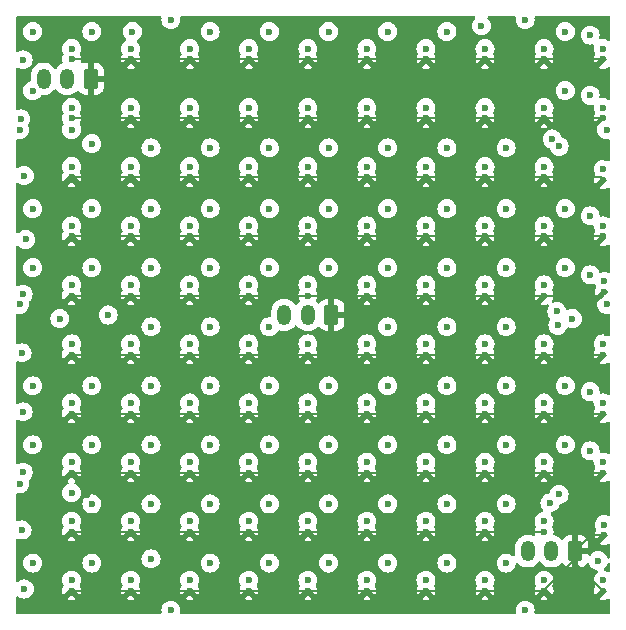
<source format=gbr>
%TF.GenerationSoftware,KiCad,Pcbnew,8.0.2*%
%TF.CreationDate,2024-07-01T22:54:51-05:00*%
%TF.ProjectId,pixel_grid,70697865-6c5f-4677-9269-642e6b696361,rev?*%
%TF.SameCoordinates,Original*%
%TF.FileFunction,Copper,L2,Inr*%
%TF.FilePolarity,Positive*%
%FSLAX46Y46*%
G04 Gerber Fmt 4.6, Leading zero omitted, Abs format (unit mm)*
G04 Created by KiCad (PCBNEW 8.0.2) date 2024-07-01 22:54:51*
%MOMM*%
%LPD*%
G01*
G04 APERTURE LIST*
G04 Aperture macros list*
%AMRoundRect*
0 Rectangle with rounded corners*
0 $1 Rounding radius*
0 $2 $3 $4 $5 $6 $7 $8 $9 X,Y pos of 4 corners*
0 Add a 4 corners polygon primitive as box body*
4,1,4,$2,$3,$4,$5,$6,$7,$8,$9,$2,$3,0*
0 Add four circle primitives for the rounded corners*
1,1,$1+$1,$2,$3*
1,1,$1+$1,$4,$5*
1,1,$1+$1,$6,$7*
1,1,$1+$1,$8,$9*
0 Add four rect primitives between the rounded corners*
20,1,$1+$1,$2,$3,$4,$5,0*
20,1,$1+$1,$4,$5,$6,$7,0*
20,1,$1+$1,$6,$7,$8,$9,0*
20,1,$1+$1,$8,$9,$2,$3,0*%
G04 Aperture macros list end*
%TA.AperFunction,ComponentPad*%
%ADD10C,0.600000*%
%TD*%
%TA.AperFunction,ComponentPad*%
%ADD11RoundRect,0.250000X0.350000X0.625000X-0.350000X0.625000X-0.350000X-0.625000X0.350000X-0.625000X0*%
%TD*%
%TA.AperFunction,ComponentPad*%
%ADD12O,1.200000X1.750000*%
%TD*%
%TA.AperFunction,ViaPad*%
%ADD13C,0.600000*%
%TD*%
%TA.AperFunction,Conductor*%
%ADD14C,0.200000*%
%TD*%
G04 APERTURE END LIST*
D10*
%TO.N,GND*%
%TO.C,JP100*%
X67800000Y-64950000D03*
%TO.N,+5V*%
X67800000Y-65850000D03*
%TD*%
%TO.N,GND*%
%TO.C,JP99*%
X62800000Y-64950000D03*
%TO.N,+5V*%
X62800000Y-65850000D03*
%TD*%
%TO.N,GND*%
%TO.C,JP98*%
X57800000Y-64950000D03*
%TO.N,+5V*%
X57800000Y-65850000D03*
%TD*%
%TO.N,GND*%
%TO.C,JP97*%
X52800000Y-64950000D03*
%TO.N,+5V*%
X52800000Y-65850000D03*
%TD*%
%TO.N,GND*%
%TO.C,JP96*%
X47800000Y-64950000D03*
%TO.N,+5V*%
X47800000Y-65850000D03*
%TD*%
%TO.N,GND*%
%TO.C,JP95*%
X42800000Y-64950000D03*
%TO.N,+5V*%
X42800000Y-65850000D03*
%TD*%
%TO.N,GND*%
%TO.C,JP94*%
X37800000Y-64950000D03*
%TO.N,+5V*%
X37800000Y-65850000D03*
%TD*%
%TO.N,GND*%
%TO.C,JP93*%
X32800000Y-64950000D03*
%TO.N,+5V*%
X32800000Y-65850000D03*
%TD*%
%TO.N,GND*%
%TO.C,JP92*%
X27800000Y-64950000D03*
%TO.N,+5V*%
X27800000Y-65850000D03*
%TD*%
%TO.N,GND*%
%TO.C,JP91*%
X22800000Y-64950000D03*
%TO.N,+5V*%
X22800000Y-65850000D03*
%TD*%
%TO.N,GND*%
%TO.C,JP90*%
X67900000Y-60250000D03*
%TO.N,+5V*%
X67900000Y-61150000D03*
%TD*%
%TO.N,GND*%
%TO.C,JP89*%
X62800000Y-59950000D03*
%TO.N,+5V*%
X62800000Y-60850000D03*
%TD*%
%TO.N,GND*%
%TO.C,JP88*%
X57800000Y-59950000D03*
%TO.N,+5V*%
X57800000Y-60850000D03*
%TD*%
%TO.N,GND*%
%TO.C,JP87*%
X52800000Y-59950000D03*
%TO.N,+5V*%
X52800000Y-60850000D03*
%TD*%
%TO.N,GND*%
%TO.C,JP86*%
X47800000Y-59950000D03*
%TO.N,+5V*%
X47800000Y-60850000D03*
%TD*%
%TO.N,GND*%
%TO.C,JP85*%
X42800000Y-59950000D03*
%TO.N,+5V*%
X42800000Y-60850000D03*
%TD*%
%TO.N,GND*%
%TO.C,JP84*%
X37800000Y-59950000D03*
%TO.N,+5V*%
X37800000Y-60850000D03*
%TD*%
%TO.N,GND*%
%TO.C,JP83*%
X32800000Y-59950000D03*
%TO.N,+5V*%
X32800000Y-60850000D03*
%TD*%
%TO.N,GND*%
%TO.C,JP82*%
X27800000Y-59950000D03*
%TO.N,+5V*%
X27800000Y-60850000D03*
%TD*%
%TO.N,GND*%
%TO.C,JP81*%
X22800000Y-59950000D03*
%TO.N,+5V*%
X22800000Y-60850000D03*
%TD*%
%TO.N,GND*%
%TO.C,JP80*%
X67800000Y-54950000D03*
%TO.N,+5V*%
X67800000Y-55850000D03*
%TD*%
%TO.N,GND*%
%TO.C,JP79*%
X62800000Y-54950000D03*
%TO.N,+5V*%
X62800000Y-55850000D03*
%TD*%
%TO.N,GND*%
%TO.C,JP78*%
X57800000Y-54950000D03*
%TO.N,+5V*%
X57800000Y-55850000D03*
%TD*%
%TO.N,GND*%
%TO.C,JP77*%
X52800000Y-54950000D03*
%TO.N,+5V*%
X52800000Y-55850000D03*
%TD*%
%TO.N,GND*%
%TO.C,JP76*%
X47800000Y-54950000D03*
%TO.N,+5V*%
X47800000Y-55850000D03*
%TD*%
%TO.N,GND*%
%TO.C,JP75*%
X42800000Y-54950000D03*
%TO.N,+5V*%
X42800000Y-55850000D03*
%TD*%
%TO.N,GND*%
%TO.C,JP74*%
X37800000Y-54950000D03*
%TO.N,+5V*%
X37800000Y-55850000D03*
%TD*%
%TO.N,GND*%
%TO.C,JP73*%
X32800000Y-54950000D03*
%TO.N,+5V*%
X32800000Y-55850000D03*
%TD*%
%TO.N,GND*%
%TO.C,JP72*%
X27800000Y-54950000D03*
%TO.N,+5V*%
X27800000Y-55850000D03*
%TD*%
%TO.N,GND*%
%TO.C,JP71*%
X22800000Y-54950000D03*
%TO.N,+5V*%
X22800000Y-55850000D03*
%TD*%
%TO.N,GND*%
%TO.C,JP70*%
X67800000Y-49950000D03*
%TO.N,+5V*%
X67800000Y-50850000D03*
%TD*%
%TO.N,GND*%
%TO.C,JP69*%
X62800000Y-49950000D03*
%TO.N,+5V*%
X62800000Y-50850000D03*
%TD*%
%TO.N,GND*%
%TO.C,JP68*%
X57800000Y-49950000D03*
%TO.N,+5V*%
X57800000Y-50850000D03*
%TD*%
%TO.N,GND*%
%TO.C,JP67*%
X52800000Y-49950000D03*
%TO.N,+5V*%
X52800000Y-50850000D03*
%TD*%
%TO.N,GND*%
%TO.C,JP66*%
X47800000Y-49950000D03*
%TO.N,+5V*%
X47800000Y-50850000D03*
%TD*%
%TO.N,GND*%
%TO.C,JP65*%
X42800000Y-49950000D03*
%TO.N,+5V*%
X42800000Y-50850000D03*
%TD*%
%TO.N,GND*%
%TO.C,JP64*%
X37800000Y-49950000D03*
%TO.N,+5V*%
X37800000Y-50850000D03*
%TD*%
%TO.N,GND*%
%TO.C,JP63*%
X32800000Y-49950000D03*
%TO.N,+5V*%
X32800000Y-50850000D03*
%TD*%
%TO.N,GND*%
%TO.C,JP62*%
X27800000Y-49950000D03*
%TO.N,+5V*%
X27800000Y-50850000D03*
%TD*%
%TO.N,GND*%
%TO.C,JP61*%
X22800000Y-49950000D03*
%TO.N,+5V*%
X22800000Y-50850000D03*
%TD*%
%TO.N,GND*%
%TO.C,JP60*%
X67800000Y-44950000D03*
%TO.N,+5V*%
X67800000Y-45850000D03*
%TD*%
%TO.N,GND*%
%TO.C,JP59*%
X62800000Y-44950000D03*
%TO.N,+5V*%
X62800000Y-45850000D03*
%TD*%
%TO.N,GND*%
%TO.C,JP58*%
X57800000Y-44950000D03*
%TO.N,+5V*%
X57800000Y-45850000D03*
%TD*%
%TO.N,GND*%
%TO.C,JP57*%
X52800000Y-44950000D03*
%TO.N,+5V*%
X52800000Y-45850000D03*
%TD*%
%TO.N,GND*%
%TO.C,JP56*%
X47800000Y-44950000D03*
%TO.N,+5V*%
X47800000Y-45850000D03*
%TD*%
%TO.N,GND*%
%TO.C,JP55*%
X42800000Y-44950000D03*
%TO.N,+5V*%
X42800000Y-45850000D03*
%TD*%
%TO.N,GND*%
%TO.C,JP54*%
X37800000Y-44950000D03*
%TO.N,+5V*%
X37800000Y-45850000D03*
%TD*%
%TO.N,GND*%
%TO.C,JP53*%
X32800000Y-44950000D03*
%TO.N,+5V*%
X32800000Y-45850000D03*
%TD*%
%TO.N,GND*%
%TO.C,JP52*%
X27800000Y-44950000D03*
%TO.N,+5V*%
X27800000Y-45850000D03*
%TD*%
%TO.N,GND*%
%TO.C,JP51*%
X22800000Y-44950000D03*
%TO.N,+5V*%
X22800000Y-45850000D03*
%TD*%
%TO.N,GND*%
%TO.C,JP50*%
X67900000Y-39650000D03*
%TO.N,+5V*%
X67900000Y-40550000D03*
%TD*%
%TO.N,GND*%
%TO.C,JP49*%
X62800000Y-39950000D03*
%TO.N,+5V*%
X62800000Y-40850000D03*
%TD*%
%TO.N,GND*%
%TO.C,JP48*%
X57800000Y-39950000D03*
%TO.N,+5V*%
X57800000Y-40850000D03*
%TD*%
%TO.N,GND*%
%TO.C,JP47*%
X52800000Y-39950000D03*
%TO.N,+5V*%
X52800000Y-40850000D03*
%TD*%
%TO.N,GND*%
%TO.C,JP46*%
X47800000Y-39950000D03*
%TO.N,+5V*%
X47800000Y-40850000D03*
%TD*%
%TO.N,GND*%
%TO.C,JP45*%
X42800000Y-39950000D03*
%TO.N,+5V*%
X42800000Y-40850000D03*
%TD*%
%TO.N,GND*%
%TO.C,JP44*%
X37800000Y-39950000D03*
%TO.N,+5V*%
X37800000Y-40850000D03*
%TD*%
%TO.N,GND*%
%TO.C,JP43*%
X32800000Y-39950000D03*
%TO.N,+5V*%
X32800000Y-40850000D03*
%TD*%
%TO.N,GND*%
%TO.C,JP42*%
X27800000Y-39950000D03*
%TO.N,+5V*%
X27800000Y-40850000D03*
%TD*%
%TO.N,GND*%
%TO.C,JP41*%
X22800000Y-39950000D03*
%TO.N,+5V*%
X22800000Y-40850000D03*
%TD*%
%TO.N,GND*%
%TO.C,JP40*%
X67800000Y-34950000D03*
%TO.N,+5V*%
X67800000Y-35850000D03*
%TD*%
%TO.N,GND*%
%TO.C,JP39*%
X62800000Y-34950000D03*
%TO.N,+5V*%
X62800000Y-35850000D03*
%TD*%
%TO.N,GND*%
%TO.C,JP38*%
X57800000Y-34950000D03*
%TO.N,+5V*%
X57800000Y-35850000D03*
%TD*%
%TO.N,GND*%
%TO.C,JP37*%
X52800000Y-34950000D03*
%TO.N,+5V*%
X52800000Y-35850000D03*
%TD*%
%TO.N,GND*%
%TO.C,JP36*%
X47800000Y-34950000D03*
%TO.N,+5V*%
X47800000Y-35850000D03*
%TD*%
%TO.N,GND*%
%TO.C,JP35*%
X42800000Y-34950000D03*
%TO.N,+5V*%
X42800000Y-35850000D03*
%TD*%
%TO.N,GND*%
%TO.C,JP34*%
X37800000Y-34950000D03*
%TO.N,+5V*%
X37800000Y-35850000D03*
%TD*%
%TO.N,GND*%
%TO.C,JP33*%
X32800000Y-34950000D03*
%TO.N,+5V*%
X32800000Y-35850000D03*
%TD*%
%TO.N,GND*%
%TO.C,JP32*%
X27800000Y-34950000D03*
%TO.N,+5V*%
X27800000Y-35850000D03*
%TD*%
%TO.N,GND*%
%TO.C,JP31*%
X22800000Y-34950000D03*
%TO.N,+5V*%
X22800000Y-35850000D03*
%TD*%
%TO.N,GND*%
%TO.C,JP30*%
X67800000Y-30150000D03*
%TO.N,+5V*%
X67800000Y-31050000D03*
%TD*%
%TO.N,GND*%
%TO.C,JP29*%
X62800000Y-29950000D03*
%TO.N,+5V*%
X62800000Y-30850000D03*
%TD*%
%TO.N,GND*%
%TO.C,JP28*%
X57800000Y-29950000D03*
%TO.N,+5V*%
X57800000Y-30850000D03*
%TD*%
%TO.N,GND*%
%TO.C,JP27*%
X52800000Y-29950000D03*
%TO.N,+5V*%
X52800000Y-30850000D03*
%TD*%
%TO.N,GND*%
%TO.C,JP26*%
X47800000Y-29950000D03*
%TO.N,+5V*%
X47800000Y-30850000D03*
%TD*%
%TO.N,GND*%
%TO.C,JP25*%
X42800000Y-29950000D03*
%TO.N,+5V*%
X42800000Y-30850000D03*
%TD*%
%TO.N,GND*%
%TO.C,JP24*%
X37800000Y-29950000D03*
%TO.N,+5V*%
X37800000Y-30850000D03*
%TD*%
%TO.N,GND*%
%TO.C,JP23*%
X32800000Y-29950000D03*
%TO.N,+5V*%
X32800000Y-30850000D03*
%TD*%
%TO.N,GND*%
%TO.C,JP22*%
X27800000Y-29950000D03*
%TO.N,+5V*%
X27800000Y-30850000D03*
%TD*%
%TO.N,GND*%
%TO.C,JP21*%
X22800000Y-29950000D03*
%TO.N,+5V*%
X22800000Y-30850000D03*
%TD*%
%TO.N,GND*%
%TO.C,JP20*%
X67800000Y-24950000D03*
%TO.N,+5V*%
X67800000Y-25850000D03*
%TD*%
%TO.N,GND*%
%TO.C,JP19*%
X62800000Y-24950000D03*
%TO.N,+5V*%
X62800000Y-25850000D03*
%TD*%
%TO.N,GND*%
%TO.C,JP18*%
X57800000Y-24950000D03*
%TO.N,+5V*%
X57800000Y-25850000D03*
%TD*%
%TO.N,GND*%
%TO.C,JP17*%
X52800000Y-24950000D03*
%TO.N,+5V*%
X52800000Y-25850000D03*
%TD*%
%TO.N,GND*%
%TO.C,JP16*%
X47800000Y-24950000D03*
%TO.N,+5V*%
X47800000Y-25850000D03*
%TD*%
%TO.N,GND*%
%TO.C,JP15*%
X42800000Y-24950000D03*
%TO.N,+5V*%
X42800000Y-25850000D03*
%TD*%
%TO.N,GND*%
%TO.C,JP14*%
X37800000Y-24950000D03*
%TO.N,+5V*%
X37800000Y-25850000D03*
%TD*%
%TO.N,GND*%
%TO.C,JP13*%
X32800000Y-24950000D03*
%TO.N,+5V*%
X32800000Y-25850000D03*
%TD*%
%TO.N,GND*%
%TO.C,JP12*%
X27800000Y-24950000D03*
%TO.N,+5V*%
X27800000Y-25850000D03*
%TD*%
%TO.N,GND*%
%TO.C,JP11*%
X22800000Y-24950000D03*
%TO.N,+5V*%
X22800000Y-25850000D03*
%TD*%
%TO.N,GND*%
%TO.C,JP10*%
X67800000Y-19950000D03*
%TO.N,+5V*%
X67800000Y-20850000D03*
%TD*%
%TO.N,GND*%
%TO.C,JP9*%
X62800000Y-19950000D03*
%TO.N,+5V*%
X62800000Y-20850000D03*
%TD*%
%TO.N,GND*%
%TO.C,JP8*%
X57800000Y-19950000D03*
%TO.N,+5V*%
X57800000Y-20850000D03*
%TD*%
%TO.N,GND*%
%TO.C,JP7*%
X52800000Y-19950000D03*
%TO.N,+5V*%
X52800000Y-20850000D03*
%TD*%
%TO.N,GND*%
%TO.C,JP6*%
X47800000Y-19950000D03*
%TO.N,+5V*%
X47800000Y-20850000D03*
%TD*%
%TO.N,GND*%
%TO.C,JP5*%
X42800000Y-19950000D03*
%TO.N,+5V*%
X42800000Y-20850000D03*
%TD*%
%TO.N,GND*%
%TO.C,JP4*%
X37800000Y-19950000D03*
%TO.N,+5V*%
X37800000Y-20850000D03*
%TD*%
%TO.N,GND*%
%TO.C,JP3*%
X32800000Y-19950000D03*
%TO.N,+5V*%
X32800000Y-20850000D03*
%TD*%
%TO.N,GND*%
%TO.C,JP2*%
X27800000Y-19950000D03*
%TO.N,+5V*%
X27800000Y-20850000D03*
%TD*%
%TO.N,GND*%
%TO.C,JP1*%
X22800000Y-19950000D03*
%TO.N,+5V*%
X22800000Y-20850000D03*
%TD*%
D11*
%TO.N,+5V*%
%TO.C,J3*%
X44800000Y-42500000D03*
D12*
%TO.N,unconnected-(J3-Pin_2-Pad2)*%
X42800000Y-42500000D03*
%TO.N,GND*%
X40800000Y-42500000D03*
%TD*%
D11*
%TO.N,+5V*%
%TO.C,J2*%
X65425000Y-62500000D03*
D12*
%TO.N,DOUT*%
X63425000Y-62500000D03*
%TO.N,GND*%
X61425000Y-62500000D03*
%TD*%
D11*
%TO.N,+5V*%
%TO.C,J1*%
X24425000Y-22500000D03*
D12*
%TO.N,DIN*%
X22425000Y-22500000D03*
%TO.N,GND*%
X20425000Y-22500000D03*
%TD*%
D13*
%TO.N,DOUT*%
X67400000Y-63300000D03*
%TO.N,/Ten_Leds2/DOUT*%
X18900000Y-36100000D03*
X63500000Y-27600000D03*
%TO.N,/Ten_Leds/DOUT*%
X66700000Y-18800000D03*
X18500000Y-25900000D03*
%TO.N,GND*%
X18400000Y-41600000D03*
%TO.N,+5V*%
X18400000Y-44000000D03*
%TO.N,GND*%
X18400000Y-56800000D03*
%TO.N,+5V*%
X18400000Y-59100000D03*
%TO.N,GND*%
X31200000Y-67500000D03*
%TO.N,+5V*%
X28900000Y-67500000D03*
X58800000Y-67500000D03*
%TO.N,GND*%
X61200000Y-67500000D03*
%TO.N,+5V*%
X68100000Y-44000000D03*
%TO.N,GND*%
X68100000Y-41600000D03*
%TO.N,+5V*%
X68100000Y-29200000D03*
%TO.N,GND*%
X68100000Y-26800000D03*
X61200000Y-17500000D03*
%TO.N,+5V*%
X58900000Y-17500000D03*
%TO.N,GND*%
X31200000Y-17500000D03*
%TO.N,+5V*%
X28900000Y-17500000D03*
%TO.N,GND*%
X18400000Y-26800000D03*
%TO.N,+5V*%
X18400000Y-29200000D03*
%TO.N,DOUT*%
X65200000Y-42800000D03*
%TO.N,DIN*%
X21800000Y-42800000D03*
%TO.N,+5V*%
X22859620Y-42659620D03*
X24100000Y-57700000D03*
%TO.N,/Ten_Leds8/DOUT*%
X63300000Y-58400000D03*
%TO.N,/Ten_Leds5/DOUT*%
X63887500Y-42200000D03*
%TO.N,GND*%
X39544444Y-63500000D03*
X24511111Y-63500000D03*
X29522222Y-63150000D03*
X54577777Y-63500000D03*
X34533333Y-63500000D03*
X59588888Y-63500000D03*
X49566666Y-63500000D03*
X44555555Y-63500000D03*
X19500000Y-63500000D03*
X39544444Y-58500000D03*
X24511111Y-58500000D03*
X29522222Y-58500000D03*
X54577777Y-58500000D03*
X34533333Y-58500000D03*
X64071496Y-57692755D03*
X59588888Y-58500000D03*
X49566666Y-58500000D03*
X44555555Y-58500000D03*
X22791152Y-57552669D03*
X39544444Y-53500000D03*
X24511111Y-53500000D03*
X29522222Y-53500000D03*
X54577777Y-53500000D03*
X34533333Y-53500000D03*
X64600000Y-53500000D03*
X59588888Y-53500000D03*
X49566666Y-53500000D03*
X44555555Y-53500000D03*
X19500000Y-53500000D03*
X39544444Y-48500000D03*
X24511111Y-48500000D03*
X29522222Y-48500000D03*
X54577777Y-48500000D03*
X34533333Y-48500000D03*
X64600000Y-48500000D03*
X59588888Y-48500000D03*
X49566666Y-48500000D03*
X44555555Y-48500000D03*
X19500000Y-48500000D03*
X39544444Y-43500000D03*
X25900000Y-42500000D03*
X29522222Y-43500000D03*
X54577777Y-43500000D03*
X34533333Y-43500000D03*
X63971614Y-43365837D03*
X59588888Y-43500000D03*
X49566666Y-43500000D03*
X39544444Y-33500000D03*
X24511111Y-33500000D03*
X29522222Y-33500000D03*
X54577777Y-33500000D03*
X34533333Y-33500000D03*
X64600000Y-33500000D03*
X59588888Y-33500000D03*
X49566666Y-33500000D03*
X44555555Y-33500000D03*
X19500000Y-33500000D03*
X39544444Y-38500000D03*
X24511111Y-38500000D03*
X29522222Y-38500000D03*
X54577777Y-38500000D03*
X34533333Y-38500000D03*
X64600000Y-38500000D03*
X59588888Y-38500000D03*
X49566666Y-38500000D03*
X44555555Y-38500000D03*
X19500000Y-38500000D03*
X39544444Y-28350000D03*
X24500000Y-28000000D03*
X29522222Y-28350000D03*
X54577777Y-28350000D03*
X34533333Y-28350000D03*
X64077880Y-28222120D03*
X59588888Y-28350000D03*
X49566666Y-28350000D03*
X44555555Y-28350000D03*
X22800000Y-26800000D03*
X64600000Y-23500000D03*
X19500000Y-23500000D03*
X64600000Y-18500000D03*
X57500000Y-18000000D03*
X54577777Y-18500000D03*
X49566666Y-18500000D03*
X44555555Y-18500000D03*
X39544444Y-18500000D03*
X34533333Y-18500000D03*
X27949998Y-18500000D03*
X24511111Y-18500000D03*
X19500000Y-18500000D03*
%TO.N,/Ten_Leds6/DOUT*%
X66700000Y-49000000D03*
%TO.N,/Ten_Leds4/DOUT*%
X18600000Y-45700000D03*
%TO.N,/Ten_Leds1/DOUT*%
X18800000Y-30700000D03*
%TO.N,/Ten_Leds3/DOUT*%
X18699998Y-40750000D03*
%TO.N,/Ten_Leds5/DOUT*%
X18700000Y-50700000D03*
%TO.N,/Ten_Leds6/DOUT*%
X18700000Y-55800000D03*
%TO.N,/Ten_Leds7/DOUT*%
X18600000Y-60700000D03*
%TO.N,/Ten_Leds8/DOUT*%
X18800000Y-65700000D03*
%TO.N,/Ten_Leds7/DOUT*%
X66700000Y-54000000D03*
%TO.N,/Ten_Leds4/DOUT*%
X66700000Y-39100000D03*
%TO.N,/Ten_Leds3/DOUT*%
X66700000Y-34100000D03*
%TO.N,/Ten_Leds1/DOUT*%
X66700000Y-23900000D03*
%TO.N,DIN*%
X18700000Y-20900000D03*
%TD*%
D14*
%TO.N,+5V*%
X67800000Y-55850000D02*
X22800000Y-55850000D01*
X67900000Y-61150000D02*
X66775000Y-61150000D01*
X66775000Y-61150000D02*
X65425000Y-62500000D01*
X67800000Y-65850000D02*
X65425000Y-63475000D01*
X65425000Y-63475000D02*
X65425000Y-62500000D01*
X22800000Y-65850000D02*
X62750000Y-65850000D01*
X62750000Y-65850000D02*
X65425000Y-63175000D01*
X65425000Y-63175000D02*
X65425000Y-62500000D01*
X62800000Y-60850000D02*
X22800000Y-60850000D01*
X67800000Y-50850000D02*
X22800000Y-50850000D01*
X22800000Y-45850000D02*
X67800000Y-45850000D01*
X22800000Y-40850000D02*
X64548529Y-40850000D01*
X64548529Y-40850000D02*
X65050000Y-41351471D01*
X65050000Y-41351471D02*
X67298529Y-41351471D01*
X67298529Y-41351471D02*
X67800000Y-40850000D01*
X67800000Y-35850000D02*
X22800000Y-35850000D01*
X22800000Y-30850000D02*
X67600000Y-30850000D01*
X67600000Y-30850000D02*
X67800000Y-31050000D01*
X67800000Y-25850000D02*
X22800000Y-25850000D01*
X22800000Y-20850000D02*
X67800000Y-20850000D01*
%TD*%
%TA.AperFunction,Conductor*%
%TO.N,+5V*%
G36*
X30356463Y-17220185D02*
G01*
X30402218Y-17272989D01*
X30412644Y-17338383D01*
X30394435Y-17499996D01*
X30394435Y-17500003D01*
X30414630Y-17679249D01*
X30414631Y-17679254D01*
X30474211Y-17849523D01*
X30565266Y-17994435D01*
X30570184Y-18002262D01*
X30697738Y-18129816D01*
X30850478Y-18225789D01*
X31020745Y-18285368D01*
X31020750Y-18285369D01*
X31199996Y-18305565D01*
X31200000Y-18305565D01*
X31200004Y-18305565D01*
X31379249Y-18285369D01*
X31379252Y-18285368D01*
X31379255Y-18285368D01*
X31549522Y-18225789D01*
X31702262Y-18129816D01*
X31829816Y-18002262D01*
X31925789Y-17849522D01*
X31985368Y-17679255D01*
X31985369Y-17679249D01*
X32005565Y-17500003D01*
X32005565Y-17499996D01*
X31987356Y-17338383D01*
X31999411Y-17269561D01*
X32046760Y-17218182D01*
X32110576Y-17200500D01*
X56868060Y-17200500D01*
X56935099Y-17220185D01*
X56980854Y-17272989D01*
X56990798Y-17342147D01*
X56961773Y-17405703D01*
X56955741Y-17412181D01*
X56870184Y-17497737D01*
X56774211Y-17650476D01*
X56714631Y-17820745D01*
X56714630Y-17820750D01*
X56694435Y-17999996D01*
X56694435Y-18000003D01*
X56714630Y-18179249D01*
X56714631Y-18179254D01*
X56774211Y-18349523D01*
X56837646Y-18450478D01*
X56870184Y-18502262D01*
X56997738Y-18629816D01*
X57150478Y-18725789D01*
X57320745Y-18785368D01*
X57320750Y-18785369D01*
X57499996Y-18805565D01*
X57500000Y-18805565D01*
X57500004Y-18805565D01*
X57679249Y-18785369D01*
X57679252Y-18785368D01*
X57679255Y-18785368D01*
X57849522Y-18725789D01*
X58002262Y-18629816D01*
X58129816Y-18502262D01*
X58131240Y-18499996D01*
X63794435Y-18499996D01*
X63794435Y-18500003D01*
X63814630Y-18679249D01*
X63814631Y-18679254D01*
X63874211Y-18849523D01*
X63955724Y-18979249D01*
X63970184Y-19002262D01*
X64097738Y-19129816D01*
X64154387Y-19165411D01*
X64247966Y-19224211D01*
X64250478Y-19225789D01*
X64381310Y-19271569D01*
X64420745Y-19285368D01*
X64420750Y-19285369D01*
X64599996Y-19305565D01*
X64600000Y-19305565D01*
X64600004Y-19305565D01*
X64779249Y-19285369D01*
X64779252Y-19285368D01*
X64779255Y-19285368D01*
X64949522Y-19225789D01*
X65102262Y-19129816D01*
X65229816Y-19002262D01*
X65325789Y-18849522D01*
X65385368Y-18679255D01*
X65385369Y-18679249D01*
X65405565Y-18500003D01*
X65405565Y-18499996D01*
X65385369Y-18320750D01*
X65385368Y-18320745D01*
X65380056Y-18305565D01*
X65325789Y-18150478D01*
X65229816Y-17997738D01*
X65102262Y-17870184D01*
X65069379Y-17849522D01*
X64949523Y-17774211D01*
X64779254Y-17714631D01*
X64779249Y-17714630D01*
X64600004Y-17694435D01*
X64599996Y-17694435D01*
X64420750Y-17714630D01*
X64420745Y-17714631D01*
X64250476Y-17774211D01*
X64097737Y-17870184D01*
X63970184Y-17997737D01*
X63874211Y-18150476D01*
X63814631Y-18320745D01*
X63814630Y-18320750D01*
X63794435Y-18499996D01*
X58131240Y-18499996D01*
X58225789Y-18349522D01*
X58285368Y-18179255D01*
X58286390Y-18170184D01*
X58305565Y-18000003D01*
X58305565Y-17999996D01*
X58285369Y-17820750D01*
X58285368Y-17820745D01*
X58241170Y-17694435D01*
X58225789Y-17650478D01*
X58129816Y-17497738D01*
X58044259Y-17412181D01*
X58010774Y-17350858D01*
X58015758Y-17281166D01*
X58057630Y-17225233D01*
X58123094Y-17200816D01*
X58131940Y-17200500D01*
X60289424Y-17200500D01*
X60356463Y-17220185D01*
X60402218Y-17272989D01*
X60412644Y-17338383D01*
X60394435Y-17499996D01*
X60394435Y-17500003D01*
X60414630Y-17679249D01*
X60414631Y-17679254D01*
X60474211Y-17849523D01*
X60565266Y-17994435D01*
X60570184Y-18002262D01*
X60697738Y-18129816D01*
X60850478Y-18225789D01*
X61020745Y-18285368D01*
X61020750Y-18285369D01*
X61199996Y-18305565D01*
X61200000Y-18305565D01*
X61200004Y-18305565D01*
X61379249Y-18285369D01*
X61379252Y-18285368D01*
X61379255Y-18285368D01*
X61549522Y-18225789D01*
X61702262Y-18129816D01*
X61829816Y-18002262D01*
X61925789Y-17849522D01*
X61985368Y-17679255D01*
X61985369Y-17679249D01*
X62005565Y-17500003D01*
X62005565Y-17499996D01*
X61987356Y-17338383D01*
X61999411Y-17269561D01*
X62046760Y-17218182D01*
X62110576Y-17200500D01*
X68275500Y-17200500D01*
X68342539Y-17220185D01*
X68388294Y-17272989D01*
X68399500Y-17324500D01*
X68399500Y-19156921D01*
X68379815Y-19223960D01*
X68327011Y-19269715D01*
X68257853Y-19279659D01*
X68209528Y-19261915D01*
X68149523Y-19224211D01*
X67979254Y-19164631D01*
X67979249Y-19164630D01*
X67800004Y-19144435D01*
X67799996Y-19144435D01*
X67613825Y-19165411D01*
X67613652Y-19163877D01*
X67552104Y-19160099D01*
X67495752Y-19118793D01*
X67470676Y-19053578D01*
X67477224Y-19002530D01*
X67485367Y-18979259D01*
X67485369Y-18979249D01*
X67505565Y-18800003D01*
X67505565Y-18799996D01*
X67485369Y-18620750D01*
X67485368Y-18620745D01*
X67443909Y-18502262D01*
X67425789Y-18450478D01*
X67329816Y-18297738D01*
X67202262Y-18170184D01*
X67138017Y-18129816D01*
X67049523Y-18074211D01*
X66879254Y-18014631D01*
X66879249Y-18014630D01*
X66700004Y-17994435D01*
X66699996Y-17994435D01*
X66520750Y-18014630D01*
X66520745Y-18014631D01*
X66350476Y-18074211D01*
X66197737Y-18170184D01*
X66070184Y-18297737D01*
X65974211Y-18450476D01*
X65914631Y-18620745D01*
X65914630Y-18620750D01*
X65894435Y-18799996D01*
X65894435Y-18800003D01*
X65914630Y-18979249D01*
X65914631Y-18979254D01*
X65974211Y-19149523D01*
X66059569Y-19285368D01*
X66070184Y-19302262D01*
X66197738Y-19429816D01*
X66350478Y-19525789D01*
X66518519Y-19584589D01*
X66520745Y-19585368D01*
X66520750Y-19585369D01*
X66699996Y-19605565D01*
X66700000Y-19605565D01*
X66700004Y-19605565D01*
X66886175Y-19584589D01*
X66886348Y-19586126D01*
X66947871Y-19589892D01*
X67004232Y-19631186D01*
X67029321Y-19696396D01*
X67022777Y-19747464D01*
X67014632Y-19770740D01*
X67014630Y-19770750D01*
X66994435Y-19949996D01*
X66994435Y-19950003D01*
X67014630Y-20129249D01*
X67014633Y-20129262D01*
X67074209Y-20299518D01*
X67074213Y-20299527D01*
X67096187Y-20334499D01*
X67115187Y-20401736D01*
X67096188Y-20466440D01*
X67074664Y-20500696D01*
X67015122Y-20670858D01*
X67015121Y-20670861D01*
X66994938Y-20849997D01*
X66994938Y-20850002D01*
X67015121Y-21029138D01*
X67074665Y-21199304D01*
X67083338Y-21213107D01*
X67524893Y-20771551D01*
X67586216Y-20738066D01*
X67626457Y-20736012D01*
X67694220Y-20743647D01*
X67672836Y-20765032D01*
X67650000Y-20820163D01*
X67650000Y-20879837D01*
X67672836Y-20934968D01*
X67715032Y-20977164D01*
X67770163Y-21000000D01*
X67829837Y-21000000D01*
X67884968Y-20977164D01*
X67927164Y-20934968D01*
X67950000Y-20879837D01*
X67950000Y-20820163D01*
X67927164Y-20765032D01*
X67905778Y-20743646D01*
X67952729Y-20738357D01*
X68021551Y-20750411D01*
X68072931Y-20797761D01*
X68090555Y-20865371D01*
X68068828Y-20931777D01*
X68054294Y-20949258D01*
X67436892Y-21566660D01*
X67436892Y-21566661D01*
X67450692Y-21575333D01*
X67450691Y-21575333D01*
X67620861Y-21634878D01*
X67799997Y-21655062D01*
X67800003Y-21655062D01*
X67979138Y-21634878D01*
X67979141Y-21634877D01*
X68149302Y-21575335D01*
X68209527Y-21537494D01*
X68276764Y-21518493D01*
X68343599Y-21538860D01*
X68388813Y-21592128D01*
X68399500Y-21642487D01*
X68399500Y-24156921D01*
X68379815Y-24223960D01*
X68327011Y-24269715D01*
X68257853Y-24279659D01*
X68209528Y-24261915D01*
X68149523Y-24224211D01*
X67979254Y-24164631D01*
X67979249Y-24164630D01*
X67800004Y-24144435D01*
X67799996Y-24144435D01*
X67628396Y-24163769D01*
X67559574Y-24151714D01*
X67508195Y-24104365D01*
X67490571Y-24036755D01*
X67491293Y-24026665D01*
X67505565Y-23900002D01*
X67505565Y-23899996D01*
X67485369Y-23720750D01*
X67485368Y-23720745D01*
X67425788Y-23550476D01*
X67329815Y-23397737D01*
X67202262Y-23270184D01*
X67049523Y-23174211D01*
X66879254Y-23114631D01*
X66879249Y-23114630D01*
X66700004Y-23094435D01*
X66699996Y-23094435D01*
X66520750Y-23114630D01*
X66520745Y-23114631D01*
X66350476Y-23174211D01*
X66197737Y-23270184D01*
X66070184Y-23397737D01*
X65974211Y-23550476D01*
X65914631Y-23720745D01*
X65914630Y-23720750D01*
X65894435Y-23899996D01*
X65894435Y-23900003D01*
X65914630Y-24079249D01*
X65914631Y-24079254D01*
X65974211Y-24249523D01*
X65996735Y-24285369D01*
X66070184Y-24402262D01*
X66197738Y-24529816D01*
X66288080Y-24586582D01*
X66310192Y-24600476D01*
X66350478Y-24625789D01*
X66520745Y-24685368D01*
X66520750Y-24685369D01*
X66699996Y-24705565D01*
X66700000Y-24705565D01*
X66700003Y-24705565D01*
X66794163Y-24694955D01*
X66871602Y-24686230D01*
X66940424Y-24698284D01*
X66991804Y-24745633D01*
X67009428Y-24813244D01*
X67008706Y-24823333D01*
X66994435Y-24949996D01*
X66994435Y-24950003D01*
X67014630Y-25129249D01*
X67014633Y-25129262D01*
X67074209Y-25299518D01*
X67074213Y-25299527D01*
X67096187Y-25334499D01*
X67115187Y-25401736D01*
X67096188Y-25466440D01*
X67074664Y-25500696D01*
X67015122Y-25670858D01*
X67015121Y-25670861D01*
X66994938Y-25849997D01*
X66994938Y-25850002D01*
X67015121Y-26029138D01*
X67074665Y-26199304D01*
X67083338Y-26213107D01*
X67524893Y-25771551D01*
X67586216Y-25738066D01*
X67626457Y-25736012D01*
X67694220Y-25743647D01*
X67672836Y-25765032D01*
X67650000Y-25820163D01*
X67650000Y-25879837D01*
X67672836Y-25934968D01*
X67715032Y-25977164D01*
X67770163Y-26000000D01*
X67829837Y-26000000D01*
X67884968Y-25977164D01*
X67927164Y-25934968D01*
X67950000Y-25879837D01*
X67950000Y-25820163D01*
X67927164Y-25765032D01*
X67905778Y-25743646D01*
X67952729Y-25738357D01*
X68021551Y-25750411D01*
X68072931Y-25797761D01*
X68090555Y-25865371D01*
X68068828Y-25931777D01*
X68054294Y-25949258D01*
X68028259Y-25975293D01*
X67966936Y-26008778D01*
X67954463Y-26010832D01*
X67920751Y-26014630D01*
X67920747Y-26014631D01*
X67750478Y-26074210D01*
X67597737Y-26170184D01*
X67470184Y-26297737D01*
X67374211Y-26450476D01*
X67314631Y-26620745D01*
X67314630Y-26620750D01*
X67294435Y-26799996D01*
X67294435Y-26800003D01*
X67314630Y-26979249D01*
X67314631Y-26979254D01*
X67374211Y-27149523D01*
X67437646Y-27250478D01*
X67470184Y-27302262D01*
X67597738Y-27429816D01*
X67626189Y-27447693D01*
X67705833Y-27497737D01*
X67750478Y-27525789D01*
X67861479Y-27564630D01*
X67920745Y-27585368D01*
X67920750Y-27585369D01*
X68099996Y-27605565D01*
X68100000Y-27605565D01*
X68100004Y-27605565D01*
X68261617Y-27587356D01*
X68330439Y-27599411D01*
X68381818Y-27646760D01*
X68399500Y-27710576D01*
X68399500Y-29356921D01*
X68379815Y-29423960D01*
X68327011Y-29469715D01*
X68257853Y-29479659D01*
X68209528Y-29461915D01*
X68149523Y-29424211D01*
X67979254Y-29364631D01*
X67979249Y-29364630D01*
X67800004Y-29344435D01*
X67799996Y-29344435D01*
X67620750Y-29364630D01*
X67620745Y-29364631D01*
X67450476Y-29424211D01*
X67297737Y-29520184D01*
X67170184Y-29647737D01*
X67074211Y-29800476D01*
X67014631Y-29970745D01*
X67014630Y-29970750D01*
X66994435Y-30149996D01*
X66994435Y-30150003D01*
X67014630Y-30329249D01*
X67014633Y-30329262D01*
X67074209Y-30499518D01*
X67074213Y-30499527D01*
X67096187Y-30534499D01*
X67115187Y-30601736D01*
X67096188Y-30666440D01*
X67074664Y-30700696D01*
X67015122Y-30870858D01*
X67015121Y-30870861D01*
X66994938Y-31049997D01*
X66994938Y-31050002D01*
X67015121Y-31229138D01*
X67074665Y-31399304D01*
X67083338Y-31413107D01*
X67524893Y-30971551D01*
X67586216Y-30938066D01*
X67626457Y-30936012D01*
X67694220Y-30943647D01*
X67672836Y-30965032D01*
X67650000Y-31020163D01*
X67650000Y-31079837D01*
X67672836Y-31134968D01*
X67715032Y-31177164D01*
X67770163Y-31200000D01*
X67829837Y-31200000D01*
X67884968Y-31177164D01*
X67927164Y-31134968D01*
X67950000Y-31079837D01*
X67950000Y-31020163D01*
X67927164Y-30965032D01*
X67905778Y-30943646D01*
X67952729Y-30938357D01*
X68021551Y-30950411D01*
X68072931Y-30997761D01*
X68090555Y-31065371D01*
X68068828Y-31131777D01*
X68054294Y-31149258D01*
X67436892Y-31766660D01*
X67436892Y-31766661D01*
X67450692Y-31775333D01*
X67450691Y-31775333D01*
X67620861Y-31834878D01*
X67799997Y-31855062D01*
X67800003Y-31855062D01*
X67979138Y-31834878D01*
X67979141Y-31834877D01*
X68149302Y-31775335D01*
X68209527Y-31737494D01*
X68276764Y-31718493D01*
X68343599Y-31738860D01*
X68388813Y-31792128D01*
X68399500Y-31842487D01*
X68399500Y-34156921D01*
X68379815Y-34223960D01*
X68327011Y-34269715D01*
X68257853Y-34279659D01*
X68209528Y-34261915D01*
X68149523Y-34224211D01*
X67979254Y-34164631D01*
X67979249Y-34164630D01*
X67800004Y-34144435D01*
X67799996Y-34144435D01*
X67637419Y-34162752D01*
X67568597Y-34150697D01*
X67517218Y-34103348D01*
X67500316Y-34053415D01*
X67485369Y-33920749D01*
X67485368Y-33920745D01*
X67425788Y-33750476D01*
X67329815Y-33597737D01*
X67202262Y-33470184D01*
X67049523Y-33374211D01*
X66879254Y-33314631D01*
X66879249Y-33314630D01*
X66700004Y-33294435D01*
X66699996Y-33294435D01*
X66520750Y-33314630D01*
X66520745Y-33314631D01*
X66350476Y-33374211D01*
X66197737Y-33470184D01*
X66070184Y-33597737D01*
X65974211Y-33750476D01*
X65914631Y-33920745D01*
X65914630Y-33920750D01*
X65894435Y-34099996D01*
X65894435Y-34100003D01*
X65914630Y-34279249D01*
X65914631Y-34279254D01*
X65974211Y-34449523D01*
X66069062Y-34600476D01*
X66070184Y-34602262D01*
X66197738Y-34729816D01*
X66350478Y-34825789D01*
X66520745Y-34885368D01*
X66520750Y-34885369D01*
X66699996Y-34905565D01*
X66700000Y-34905565D01*
X66700003Y-34905565D01*
X66862579Y-34887247D01*
X66931401Y-34899301D01*
X66982781Y-34946650D01*
X66999683Y-34996584D01*
X67014630Y-35129249D01*
X67014633Y-35129262D01*
X67074209Y-35299518D01*
X67074213Y-35299527D01*
X67096187Y-35334499D01*
X67115187Y-35401736D01*
X67096188Y-35466440D01*
X67074664Y-35500696D01*
X67015122Y-35670858D01*
X67015121Y-35670861D01*
X66994938Y-35849997D01*
X66994938Y-35850002D01*
X67015121Y-36029138D01*
X67074665Y-36199304D01*
X67083338Y-36213107D01*
X67524893Y-35771551D01*
X67586216Y-35738066D01*
X67626457Y-35736012D01*
X67694220Y-35743647D01*
X67672836Y-35765032D01*
X67650000Y-35820163D01*
X67650000Y-35879837D01*
X67672836Y-35934968D01*
X67715032Y-35977164D01*
X67770163Y-36000000D01*
X67829837Y-36000000D01*
X67884968Y-35977164D01*
X67927164Y-35934968D01*
X67950000Y-35879837D01*
X67950000Y-35820163D01*
X67927164Y-35765032D01*
X67905778Y-35743646D01*
X67952729Y-35738357D01*
X68021551Y-35750411D01*
X68072931Y-35797761D01*
X68090555Y-35865371D01*
X68068828Y-35931777D01*
X68054294Y-35949258D01*
X67436892Y-36566660D01*
X67436892Y-36566661D01*
X67450692Y-36575333D01*
X67450691Y-36575333D01*
X67620861Y-36634878D01*
X67799997Y-36655062D01*
X67800003Y-36655062D01*
X67979138Y-36634878D01*
X67979141Y-36634877D01*
X68149302Y-36575335D01*
X68209527Y-36537494D01*
X68276764Y-36518493D01*
X68343599Y-36538860D01*
X68388813Y-36592128D01*
X68399500Y-36642487D01*
X68399500Y-38801928D01*
X68379815Y-38868967D01*
X68327011Y-38914722D01*
X68257853Y-38924666D01*
X68234546Y-38918970D01*
X68079257Y-38864632D01*
X68079249Y-38864630D01*
X67900004Y-38844435D01*
X67899996Y-38844435D01*
X67720750Y-38864630D01*
X67720737Y-38864633D01*
X67610593Y-38903175D01*
X67540814Y-38906737D01*
X67480187Y-38872009D01*
X67452596Y-38827088D01*
X67425789Y-38750478D01*
X67425788Y-38750476D01*
X67329816Y-38597738D01*
X67202262Y-38470184D01*
X67049523Y-38374211D01*
X66879254Y-38314631D01*
X66879249Y-38314630D01*
X66700004Y-38294435D01*
X66699996Y-38294435D01*
X66520750Y-38314630D01*
X66520745Y-38314631D01*
X66350476Y-38374211D01*
X66197737Y-38470184D01*
X66070184Y-38597737D01*
X65974211Y-38750476D01*
X65914631Y-38920745D01*
X65914630Y-38920750D01*
X65894435Y-39099996D01*
X65894435Y-39100003D01*
X65914630Y-39279249D01*
X65914631Y-39279254D01*
X65974211Y-39449523D01*
X66069062Y-39600476D01*
X66070184Y-39602262D01*
X66197738Y-39729816D01*
X66350478Y-39825789D01*
X66410593Y-39846824D01*
X66520745Y-39885368D01*
X66520750Y-39885369D01*
X66699996Y-39905565D01*
X66700000Y-39905565D01*
X66700004Y-39905565D01*
X66879249Y-39885369D01*
X66879252Y-39885368D01*
X66879255Y-39885368D01*
X66879256Y-39885367D01*
X66879259Y-39885367D01*
X66928290Y-39868209D01*
X66989407Y-39846823D01*
X67059185Y-39843261D01*
X67119813Y-39877990D01*
X67147404Y-39922911D01*
X67174211Y-39999523D01*
X67174213Y-39999527D01*
X67196187Y-40034499D01*
X67215187Y-40101736D01*
X67196188Y-40166440D01*
X67174664Y-40200696D01*
X67115122Y-40370858D01*
X67115121Y-40370861D01*
X67094938Y-40549997D01*
X67094938Y-40550002D01*
X67115121Y-40729138D01*
X67174665Y-40899304D01*
X67183338Y-40913107D01*
X67624893Y-40471551D01*
X67686216Y-40438066D01*
X67726457Y-40436012D01*
X67794220Y-40443647D01*
X67772836Y-40465032D01*
X67750000Y-40520163D01*
X67750000Y-40579837D01*
X67772836Y-40634968D01*
X67815032Y-40677164D01*
X67870163Y-40700000D01*
X67929837Y-40700000D01*
X67984968Y-40677164D01*
X68027164Y-40634968D01*
X68050000Y-40579837D01*
X68050000Y-40520163D01*
X68027164Y-40465032D01*
X68005778Y-40443646D01*
X68052729Y-40438357D01*
X68121551Y-40450411D01*
X68172931Y-40497761D01*
X68190555Y-40565371D01*
X68168828Y-40631777D01*
X68154294Y-40649258D01*
X68028259Y-40775293D01*
X67966936Y-40808778D01*
X67954463Y-40810832D01*
X67920751Y-40814630D01*
X67920747Y-40814631D01*
X67750478Y-40874210D01*
X67597737Y-40970184D01*
X67470184Y-41097737D01*
X67374211Y-41250476D01*
X67314631Y-41420745D01*
X67314630Y-41420750D01*
X67294435Y-41599996D01*
X67294435Y-41600003D01*
X67314630Y-41779249D01*
X67314631Y-41779254D01*
X67374211Y-41949523D01*
X67451143Y-42071959D01*
X67470184Y-42102262D01*
X67597738Y-42229816D01*
X67629861Y-42250000D01*
X67742450Y-42320745D01*
X67750478Y-42325789D01*
X67800499Y-42343292D01*
X67920745Y-42385368D01*
X67920750Y-42385369D01*
X68099996Y-42405565D01*
X68100000Y-42405565D01*
X68100004Y-42405565D01*
X68261617Y-42387356D01*
X68330439Y-42399411D01*
X68381818Y-42446760D01*
X68399500Y-42510576D01*
X68399500Y-44156921D01*
X68379815Y-44223960D01*
X68327011Y-44269715D01*
X68257853Y-44279659D01*
X68209528Y-44261915D01*
X68149523Y-44224211D01*
X67979254Y-44164631D01*
X67979249Y-44164630D01*
X67800004Y-44144435D01*
X67799996Y-44144435D01*
X67620750Y-44164630D01*
X67620745Y-44164631D01*
X67450476Y-44224211D01*
X67297737Y-44320184D01*
X67170184Y-44447737D01*
X67074211Y-44600476D01*
X67014631Y-44770745D01*
X67014630Y-44770750D01*
X66994435Y-44949996D01*
X66994435Y-44950003D01*
X67014630Y-45129249D01*
X67014633Y-45129262D01*
X67074209Y-45299518D01*
X67074213Y-45299527D01*
X67096187Y-45334499D01*
X67115187Y-45401736D01*
X67096188Y-45466440D01*
X67074664Y-45500696D01*
X67015122Y-45670858D01*
X67015121Y-45670861D01*
X66994938Y-45849997D01*
X66994938Y-45850002D01*
X67015121Y-46029138D01*
X67074665Y-46199304D01*
X67083338Y-46213107D01*
X67524893Y-45771551D01*
X67586216Y-45738066D01*
X67626457Y-45736012D01*
X67694220Y-45743647D01*
X67672836Y-45765032D01*
X67650000Y-45820163D01*
X67650000Y-45879837D01*
X67672836Y-45934968D01*
X67715032Y-45977164D01*
X67770163Y-46000000D01*
X67829837Y-46000000D01*
X67884968Y-45977164D01*
X67927164Y-45934968D01*
X67950000Y-45879837D01*
X67950000Y-45820163D01*
X67927164Y-45765032D01*
X67905778Y-45743646D01*
X67952729Y-45738357D01*
X68021551Y-45750411D01*
X68072931Y-45797761D01*
X68090555Y-45865371D01*
X68068828Y-45931777D01*
X68054294Y-45949258D01*
X67436892Y-46566660D01*
X67436892Y-46566661D01*
X67450692Y-46575333D01*
X67450691Y-46575333D01*
X67620861Y-46634878D01*
X67799997Y-46655062D01*
X67800003Y-46655062D01*
X67979138Y-46634878D01*
X67979141Y-46634877D01*
X68149302Y-46575335D01*
X68209527Y-46537494D01*
X68276764Y-46518493D01*
X68343599Y-46538860D01*
X68388813Y-46592128D01*
X68399500Y-46642487D01*
X68399500Y-49156921D01*
X68379815Y-49223960D01*
X68327011Y-49269715D01*
X68257853Y-49279659D01*
X68209528Y-49261915D01*
X68149523Y-49224211D01*
X67979254Y-49164631D01*
X67979249Y-49164630D01*
X67800004Y-49144435D01*
X67799996Y-49144435D01*
X67639808Y-49162483D01*
X67570986Y-49150428D01*
X67519607Y-49103079D01*
X67501983Y-49035469D01*
X67502703Y-49025396D01*
X67505565Y-49000000D01*
X67488610Y-48849523D01*
X67485369Y-48820750D01*
X67485368Y-48820745D01*
X67425789Y-48650478D01*
X67329816Y-48497738D01*
X67202262Y-48370184D01*
X67049523Y-48274211D01*
X66879254Y-48214631D01*
X66879249Y-48214630D01*
X66700004Y-48194435D01*
X66699996Y-48194435D01*
X66520750Y-48214630D01*
X66520745Y-48214631D01*
X66350476Y-48274211D01*
X66197737Y-48370184D01*
X66070184Y-48497737D01*
X65974211Y-48650476D01*
X65914631Y-48820745D01*
X65914630Y-48820750D01*
X65894435Y-48999996D01*
X65894435Y-49000003D01*
X65914630Y-49179249D01*
X65914631Y-49179254D01*
X65974211Y-49349523D01*
X66035924Y-49447738D01*
X66070184Y-49502262D01*
X66197738Y-49629816D01*
X66350478Y-49725789D01*
X66478955Y-49770745D01*
X66520745Y-49785368D01*
X66520750Y-49785369D01*
X66699996Y-49805565D01*
X66700000Y-49805565D01*
X66700003Y-49805565D01*
X66826619Y-49791298D01*
X66860190Y-49787516D01*
X66929012Y-49799570D01*
X66980392Y-49846919D01*
X66998016Y-49914530D01*
X66997294Y-49924618D01*
X66994435Y-49949994D01*
X66994435Y-49950003D01*
X67014630Y-50129249D01*
X67014633Y-50129262D01*
X67074209Y-50299518D01*
X67074213Y-50299527D01*
X67096187Y-50334499D01*
X67115187Y-50401736D01*
X67096188Y-50466440D01*
X67074664Y-50500696D01*
X67015122Y-50670858D01*
X67015121Y-50670861D01*
X66994938Y-50849997D01*
X66994938Y-50850002D01*
X67015121Y-51029138D01*
X67074665Y-51199304D01*
X67083338Y-51213107D01*
X67524893Y-50771551D01*
X67586216Y-50738066D01*
X67626457Y-50736012D01*
X67694220Y-50743647D01*
X67672836Y-50765032D01*
X67650000Y-50820163D01*
X67650000Y-50879837D01*
X67672836Y-50934968D01*
X67715032Y-50977164D01*
X67770163Y-51000000D01*
X67829837Y-51000000D01*
X67884968Y-50977164D01*
X67927164Y-50934968D01*
X67950000Y-50879837D01*
X67950000Y-50820163D01*
X67927164Y-50765032D01*
X67905778Y-50743646D01*
X67952729Y-50738357D01*
X68021551Y-50750411D01*
X68072931Y-50797761D01*
X68090555Y-50865371D01*
X68068828Y-50931777D01*
X68054294Y-50949258D01*
X67436892Y-51566660D01*
X67436892Y-51566661D01*
X67450692Y-51575333D01*
X67450691Y-51575333D01*
X67620861Y-51634878D01*
X67799997Y-51655062D01*
X67800003Y-51655062D01*
X67979138Y-51634878D01*
X67979141Y-51634877D01*
X68149302Y-51575335D01*
X68209527Y-51537494D01*
X68276764Y-51518493D01*
X68343599Y-51538860D01*
X68388813Y-51592128D01*
X68399500Y-51642487D01*
X68399500Y-54156921D01*
X68379815Y-54223960D01*
X68327011Y-54269715D01*
X68257853Y-54279659D01*
X68209528Y-54261915D01*
X68149523Y-54224211D01*
X67979254Y-54164631D01*
X67979249Y-54164630D01*
X67800004Y-54144435D01*
X67799996Y-54144435D01*
X67639808Y-54162483D01*
X67570986Y-54150428D01*
X67519607Y-54103079D01*
X67501983Y-54035469D01*
X67502703Y-54025396D01*
X67505565Y-54000000D01*
X67488610Y-53849523D01*
X67485369Y-53820750D01*
X67485368Y-53820745D01*
X67425789Y-53650478D01*
X67329816Y-53497738D01*
X67202262Y-53370184D01*
X67049523Y-53274211D01*
X66879254Y-53214631D01*
X66879249Y-53214630D01*
X66700004Y-53194435D01*
X66699996Y-53194435D01*
X66520750Y-53214630D01*
X66520745Y-53214631D01*
X66350476Y-53274211D01*
X66197737Y-53370184D01*
X66070184Y-53497737D01*
X65974211Y-53650476D01*
X65914631Y-53820745D01*
X65914630Y-53820750D01*
X65894435Y-53999996D01*
X65894435Y-54000003D01*
X65914630Y-54179249D01*
X65914631Y-54179254D01*
X65974211Y-54349523D01*
X66035924Y-54447738D01*
X66070184Y-54502262D01*
X66197738Y-54629816D01*
X66350478Y-54725789D01*
X66478955Y-54770745D01*
X66520745Y-54785368D01*
X66520750Y-54785369D01*
X66699996Y-54805565D01*
X66700000Y-54805565D01*
X66700003Y-54805565D01*
X66826619Y-54791298D01*
X66860190Y-54787516D01*
X66929012Y-54799570D01*
X66980392Y-54846919D01*
X66998016Y-54914530D01*
X66997294Y-54924618D01*
X66994435Y-54949994D01*
X66994435Y-54950003D01*
X67014630Y-55129249D01*
X67014633Y-55129262D01*
X67074209Y-55299518D01*
X67074213Y-55299527D01*
X67096187Y-55334499D01*
X67115187Y-55401736D01*
X67096188Y-55466440D01*
X67074664Y-55500696D01*
X67015122Y-55670858D01*
X67015121Y-55670861D01*
X66994938Y-55849997D01*
X66994938Y-55850002D01*
X67015121Y-56029138D01*
X67074665Y-56199304D01*
X67083338Y-56213107D01*
X67524893Y-55771551D01*
X67586216Y-55738066D01*
X67626457Y-55736012D01*
X67694220Y-55743647D01*
X67672836Y-55765032D01*
X67650000Y-55820163D01*
X67650000Y-55879837D01*
X67672836Y-55934968D01*
X67715032Y-55977164D01*
X67770163Y-56000000D01*
X67829837Y-56000000D01*
X67884968Y-55977164D01*
X67927164Y-55934968D01*
X67950000Y-55879837D01*
X67950000Y-55820163D01*
X67927164Y-55765032D01*
X67905778Y-55743646D01*
X67952729Y-55738357D01*
X68021551Y-55750411D01*
X68072931Y-55797761D01*
X68090555Y-55865371D01*
X68068828Y-55931777D01*
X68054294Y-55949258D01*
X67436892Y-56566660D01*
X67436892Y-56566661D01*
X67450692Y-56575333D01*
X67450691Y-56575333D01*
X67620861Y-56634878D01*
X67799997Y-56655062D01*
X67800003Y-56655062D01*
X67979138Y-56634878D01*
X67979141Y-56634877D01*
X68149302Y-56575335D01*
X68209527Y-56537494D01*
X68276764Y-56518493D01*
X68343599Y-56538860D01*
X68388813Y-56592128D01*
X68399500Y-56642487D01*
X68399500Y-59401928D01*
X68379815Y-59468967D01*
X68327011Y-59514722D01*
X68257853Y-59524666D01*
X68234546Y-59518970D01*
X68079257Y-59464632D01*
X68079249Y-59464630D01*
X67900004Y-59444435D01*
X67899996Y-59444435D01*
X67720750Y-59464630D01*
X67720745Y-59464631D01*
X67550476Y-59524211D01*
X67397737Y-59620184D01*
X67270184Y-59747737D01*
X67174211Y-59900476D01*
X67114631Y-60070745D01*
X67114630Y-60070750D01*
X67094435Y-60249996D01*
X67094435Y-60250003D01*
X67114630Y-60429249D01*
X67114633Y-60429262D01*
X67174209Y-60599518D01*
X67174213Y-60599527D01*
X67196187Y-60634499D01*
X67215187Y-60701736D01*
X67196188Y-60766440D01*
X67174664Y-60800696D01*
X67115122Y-60970858D01*
X67115121Y-60970861D01*
X67094938Y-61149997D01*
X67094938Y-61150002D01*
X67115121Y-61329138D01*
X67174665Y-61499304D01*
X67183338Y-61513107D01*
X67624893Y-61071551D01*
X67686216Y-61038066D01*
X67726457Y-61036012D01*
X67794220Y-61043647D01*
X67772836Y-61065032D01*
X67750000Y-61120163D01*
X67750000Y-61179837D01*
X67772836Y-61234968D01*
X67815032Y-61277164D01*
X67870163Y-61300000D01*
X67929837Y-61300000D01*
X67984968Y-61277164D01*
X68027164Y-61234968D01*
X68050000Y-61179837D01*
X68050000Y-61120163D01*
X68027164Y-61065032D01*
X68005778Y-61043646D01*
X68052729Y-61038357D01*
X68121551Y-61050411D01*
X68172931Y-61097761D01*
X68190555Y-61165371D01*
X68168828Y-61231777D01*
X68154294Y-61249258D01*
X67536892Y-61866660D01*
X67536892Y-61866661D01*
X67550692Y-61875333D01*
X67550691Y-61875333D01*
X67720861Y-61934878D01*
X67899997Y-61955062D01*
X67900003Y-61955062D01*
X68079138Y-61934878D01*
X68234545Y-61880499D01*
X68304324Y-61876938D01*
X68364951Y-61911667D01*
X68397179Y-61973660D01*
X68399500Y-61997541D01*
X68399500Y-63002885D01*
X68379815Y-63069924D01*
X68327011Y-63115679D01*
X68257853Y-63125623D01*
X68194297Y-63096598D01*
X68158459Y-63043840D01*
X68125790Y-62950480D01*
X68104732Y-62916966D01*
X68029816Y-62797738D01*
X67902262Y-62670184D01*
X67749523Y-62574211D01*
X67579254Y-62514631D01*
X67579249Y-62514630D01*
X67400004Y-62494435D01*
X67399996Y-62494435D01*
X67220750Y-62514630D01*
X67220745Y-62514631D01*
X67050476Y-62574211D01*
X66897737Y-62670184D01*
X66770184Y-62797737D01*
X66770182Y-62797740D01*
X66753993Y-62823505D01*
X66701658Y-62869796D01*
X66632605Y-62880443D01*
X66568756Y-62852068D01*
X66530385Y-62793677D01*
X66525000Y-62757532D01*
X66525000Y-62750000D01*
X65705330Y-62750000D01*
X65725075Y-62730255D01*
X65774444Y-62644745D01*
X65800000Y-62549370D01*
X65800000Y-62450630D01*
X65774444Y-62355255D01*
X65725075Y-62269745D01*
X65705330Y-62250000D01*
X66524999Y-62250000D01*
X66524999Y-61825028D01*
X66524998Y-61825013D01*
X66514505Y-61722302D01*
X66459358Y-61555880D01*
X66459356Y-61555875D01*
X66367315Y-61406654D01*
X66243345Y-61282684D01*
X66094124Y-61190643D01*
X66094119Y-61190641D01*
X65927697Y-61135494D01*
X65927690Y-61135493D01*
X65824986Y-61125000D01*
X65675000Y-61125000D01*
X65675000Y-62219670D01*
X65655255Y-62199925D01*
X65569745Y-62150556D01*
X65474370Y-62125000D01*
X65375630Y-62125000D01*
X65280255Y-62150556D01*
X65194745Y-62199925D01*
X65175000Y-62219670D01*
X65175000Y-61125000D01*
X65025027Y-61125000D01*
X65025012Y-61125001D01*
X64922302Y-61135494D01*
X64755880Y-61190641D01*
X64755875Y-61190643D01*
X64606654Y-61282684D01*
X64482684Y-61406654D01*
X64443053Y-61470907D01*
X64391105Y-61517631D01*
X64322142Y-61528853D01*
X64258060Y-61501010D01*
X64249833Y-61493491D01*
X64141930Y-61385588D01*
X64141928Y-61385586D01*
X64001788Y-61283768D01*
X63847445Y-61205127D01*
X63682701Y-61151598D01*
X63682699Y-61151597D01*
X63682697Y-61151597D01*
X63680552Y-61151082D01*
X63679822Y-61150663D01*
X63678068Y-61150093D01*
X63678187Y-61149724D01*
X63619962Y-61116287D01*
X63587802Y-61054259D01*
X63586287Y-61016626D01*
X63605062Y-60850002D01*
X63605062Y-60849997D01*
X63584878Y-60670861D01*
X63584877Y-60670858D01*
X63525336Y-60500698D01*
X63503811Y-60466441D01*
X63484811Y-60399205D01*
X63503811Y-60334499D01*
X63525789Y-60299522D01*
X63585368Y-60129255D01*
X63591960Y-60070750D01*
X63605565Y-59950003D01*
X63605565Y-59949996D01*
X63585369Y-59770750D01*
X63585368Y-59770745D01*
X63525789Y-59600478D01*
X63429816Y-59447738D01*
X63381092Y-59399014D01*
X63347607Y-59337691D01*
X63352591Y-59267999D01*
X63394463Y-59212066D01*
X63454889Y-59188113D01*
X63479255Y-59185368D01*
X63649522Y-59125789D01*
X63802262Y-59029816D01*
X63929816Y-58902262D01*
X64025789Y-58749522D01*
X64085368Y-58579255D01*
X64085368Y-58579254D01*
X64087668Y-58572682D01*
X64089125Y-58573191D01*
X64119222Y-58519381D01*
X64180882Y-58486520D01*
X64192102Y-58484730D01*
X64250751Y-58478123D01*
X64421018Y-58418544D01*
X64573758Y-58322571D01*
X64701312Y-58195017D01*
X64797285Y-58042277D01*
X64856864Y-57872010D01*
X64857070Y-57870184D01*
X64877061Y-57692758D01*
X64877061Y-57692751D01*
X64856865Y-57513505D01*
X64856864Y-57513500D01*
X64827581Y-57429815D01*
X64797285Y-57343233D01*
X64701312Y-57190493D01*
X64573758Y-57062939D01*
X64421019Y-56966966D01*
X64250750Y-56907386D01*
X64250745Y-56907385D01*
X64071500Y-56887190D01*
X64071492Y-56887190D01*
X63892246Y-56907385D01*
X63892241Y-56907386D01*
X63721972Y-56966966D01*
X63569233Y-57062939D01*
X63441680Y-57190492D01*
X63345706Y-57343233D01*
X63315410Y-57429816D01*
X63286128Y-57513500D01*
X63286127Y-57513502D01*
X63283829Y-57520072D01*
X63282375Y-57519563D01*
X63252256Y-57573390D01*
X63190589Y-57606238D01*
X63179373Y-57608025D01*
X63120750Y-57614630D01*
X62950478Y-57674210D01*
X62797737Y-57770184D01*
X62670184Y-57897737D01*
X62574211Y-58050476D01*
X62514631Y-58220745D01*
X62514630Y-58220750D01*
X62494435Y-58399996D01*
X62494435Y-58400003D01*
X62514630Y-58579249D01*
X62514631Y-58579254D01*
X62574211Y-58749523D01*
X62670184Y-58902262D01*
X62718907Y-58950985D01*
X62752392Y-59012308D01*
X62747408Y-59082000D01*
X62705536Y-59137933D01*
X62645110Y-59161886D01*
X62620749Y-59164630D01*
X62620745Y-59164631D01*
X62450476Y-59224211D01*
X62297737Y-59320184D01*
X62170184Y-59447737D01*
X62074211Y-59600476D01*
X62014631Y-59770745D01*
X62014630Y-59770750D01*
X61994435Y-59949996D01*
X61994435Y-59950003D01*
X62014630Y-60129249D01*
X62014633Y-60129262D01*
X62074209Y-60299518D01*
X62074213Y-60299527D01*
X62096187Y-60334499D01*
X62115187Y-60401736D01*
X62096188Y-60466440D01*
X62074664Y-60500696D01*
X62015122Y-60670858D01*
X62015121Y-60670861D01*
X61994938Y-60849997D01*
X61994938Y-60850002D01*
X62015121Y-61029138D01*
X62015122Y-61029141D01*
X62024347Y-61055504D01*
X62027908Y-61125283D01*
X61993179Y-61185910D01*
X61931186Y-61218137D01*
X61861610Y-61211732D01*
X61851014Y-61206945D01*
X61847448Y-61205128D01*
X61842601Y-61203553D01*
X61682701Y-61151598D01*
X61682699Y-61151597D01*
X61682698Y-61151597D01*
X61551271Y-61130781D01*
X61511611Y-61124500D01*
X61338389Y-61124500D01*
X61298728Y-61130781D01*
X61167302Y-61151597D01*
X61167299Y-61151598D01*
X61011373Y-61202262D01*
X61002552Y-61205128D01*
X60848211Y-61283768D01*
X60768256Y-61341859D01*
X60708072Y-61385586D01*
X60708070Y-61385588D01*
X60708069Y-61385588D01*
X60585588Y-61508069D01*
X60585588Y-61508070D01*
X60585586Y-61508072D01*
X60581928Y-61513107D01*
X60483768Y-61648211D01*
X60405128Y-61802552D01*
X60351597Y-61967302D01*
X60324500Y-62138389D01*
X60324500Y-62804172D01*
X60304815Y-62871211D01*
X60252011Y-62916966D01*
X60182853Y-62926910D01*
X60119297Y-62897885D01*
X60112819Y-62891853D01*
X60091150Y-62870184D01*
X59938411Y-62774211D01*
X59768142Y-62714631D01*
X59768137Y-62714630D01*
X59588892Y-62694435D01*
X59588884Y-62694435D01*
X59409638Y-62714630D01*
X59409633Y-62714631D01*
X59239364Y-62774211D01*
X59086625Y-62870184D01*
X58959072Y-62997737D01*
X58863099Y-63150476D01*
X58803519Y-63320745D01*
X58803518Y-63320750D01*
X58783323Y-63499996D01*
X58783323Y-63500003D01*
X58803518Y-63679249D01*
X58803519Y-63679254D01*
X58863099Y-63849523D01*
X58917040Y-63935369D01*
X58959072Y-64002262D01*
X59086626Y-64129816D01*
X59176968Y-64186582D01*
X59236854Y-64224211D01*
X59239366Y-64225789D01*
X59393318Y-64279659D01*
X59409633Y-64285368D01*
X59409638Y-64285369D01*
X59588884Y-64305565D01*
X59588888Y-64305565D01*
X59588892Y-64305565D01*
X59768137Y-64285369D01*
X59768140Y-64285368D01*
X59768143Y-64285368D01*
X59938410Y-64225789D01*
X60091150Y-64129816D01*
X60218704Y-64002262D01*
X60314677Y-63849522D01*
X60374256Y-63679255D01*
X60374257Y-63679249D01*
X60385796Y-63576837D01*
X60412862Y-63512423D01*
X60470457Y-63472868D01*
X60540294Y-63470730D01*
X60596697Y-63503039D01*
X60708072Y-63614414D01*
X60848212Y-63716232D01*
X61002555Y-63794873D01*
X61167299Y-63848402D01*
X61338389Y-63875500D01*
X61338390Y-63875500D01*
X61511610Y-63875500D01*
X61511611Y-63875500D01*
X61682701Y-63848402D01*
X61847445Y-63794873D01*
X62001788Y-63716232D01*
X62141928Y-63614414D01*
X62264414Y-63491928D01*
X62324682Y-63408975D01*
X62380012Y-63366311D01*
X62449626Y-63360332D01*
X62511421Y-63392938D01*
X62525315Y-63408973D01*
X62585586Y-63491928D01*
X62708072Y-63614414D01*
X62848212Y-63716232D01*
X63002555Y-63794873D01*
X63167299Y-63848402D01*
X63338389Y-63875500D01*
X63338390Y-63875500D01*
X63511610Y-63875500D01*
X63511611Y-63875500D01*
X63682701Y-63848402D01*
X63847445Y-63794873D01*
X64001788Y-63716232D01*
X64141928Y-63614414D01*
X64249836Y-63506505D01*
X64311155Y-63473023D01*
X64380847Y-63478007D01*
X64436781Y-63519878D01*
X64443053Y-63529093D01*
X64482682Y-63593343D01*
X64606654Y-63717315D01*
X64755875Y-63809356D01*
X64755880Y-63809358D01*
X64922302Y-63864505D01*
X64922309Y-63864506D01*
X65025019Y-63874999D01*
X65174999Y-63874999D01*
X65175000Y-63874998D01*
X65175000Y-62780330D01*
X65194745Y-62800075D01*
X65280255Y-62849444D01*
X65375630Y-62875000D01*
X65474370Y-62875000D01*
X65569745Y-62849444D01*
X65655255Y-62800075D01*
X65675000Y-62780330D01*
X65675000Y-63874999D01*
X65824972Y-63874999D01*
X65824986Y-63874998D01*
X65927697Y-63864505D01*
X66094119Y-63809358D01*
X66094124Y-63809356D01*
X66243345Y-63717315D01*
X66367317Y-63593343D01*
X66413959Y-63517724D01*
X66465906Y-63470999D01*
X66534869Y-63459776D01*
X66598951Y-63487619D01*
X66636539Y-63541865D01*
X66674209Y-63649519D01*
X66716127Y-63716231D01*
X66770184Y-63802262D01*
X66897738Y-63929816D01*
X67050478Y-64025789D01*
X67220745Y-64085368D01*
X67250771Y-64088751D01*
X67315183Y-64115816D01*
X67354740Y-64173410D01*
X67356879Y-64243247D01*
X67320922Y-64303154D01*
X67302866Y-64316961D01*
X67297741Y-64320181D01*
X67297737Y-64320184D01*
X67170184Y-64447737D01*
X67074211Y-64600476D01*
X67014631Y-64770745D01*
X67014630Y-64770750D01*
X66994435Y-64949996D01*
X66994435Y-64950003D01*
X67014630Y-65129249D01*
X67014633Y-65129262D01*
X67074209Y-65299518D01*
X67074213Y-65299527D01*
X67096187Y-65334499D01*
X67115187Y-65401736D01*
X67096188Y-65466440D01*
X67074664Y-65500696D01*
X67015122Y-65670858D01*
X67015121Y-65670861D01*
X66994938Y-65849997D01*
X66994938Y-65850002D01*
X67015121Y-66029138D01*
X67074665Y-66199304D01*
X67083338Y-66213107D01*
X67524893Y-65771551D01*
X67586216Y-65738066D01*
X67626457Y-65736012D01*
X67694220Y-65743647D01*
X67672836Y-65765032D01*
X67650000Y-65820163D01*
X67650000Y-65879837D01*
X67672836Y-65934968D01*
X67715032Y-65977164D01*
X67770163Y-66000000D01*
X67829837Y-66000000D01*
X67884968Y-65977164D01*
X67927164Y-65934968D01*
X67950000Y-65879837D01*
X67950000Y-65820163D01*
X67927164Y-65765032D01*
X67905778Y-65743646D01*
X67952729Y-65738357D01*
X68021551Y-65750411D01*
X68072931Y-65797761D01*
X68090555Y-65865371D01*
X68068828Y-65931777D01*
X68054294Y-65949258D01*
X67436892Y-66566660D01*
X67436892Y-66566661D01*
X67450692Y-66575333D01*
X67450691Y-66575333D01*
X67620861Y-66634878D01*
X67799997Y-66655062D01*
X67800003Y-66655062D01*
X67979138Y-66634878D01*
X67979141Y-66634877D01*
X68149302Y-66575335D01*
X68209527Y-66537494D01*
X68276764Y-66518493D01*
X68343599Y-66538860D01*
X68388813Y-66592128D01*
X68399500Y-66642487D01*
X68399500Y-67675500D01*
X68379815Y-67742539D01*
X68327011Y-67788294D01*
X68275500Y-67799500D01*
X62110576Y-67799500D01*
X62043537Y-67779815D01*
X61997782Y-67727011D01*
X61987356Y-67661617D01*
X62005565Y-67500003D01*
X62005565Y-67499996D01*
X61985369Y-67320750D01*
X61985368Y-67320745D01*
X61925788Y-67150476D01*
X61829815Y-66997737D01*
X61702262Y-66870184D01*
X61549523Y-66774211D01*
X61379254Y-66714631D01*
X61379249Y-66714630D01*
X61200004Y-66694435D01*
X61199996Y-66694435D01*
X61020750Y-66714630D01*
X61020745Y-66714631D01*
X60850476Y-66774211D01*
X60697737Y-66870184D01*
X60570184Y-66997737D01*
X60474211Y-67150476D01*
X60414631Y-67320745D01*
X60414630Y-67320750D01*
X60394435Y-67499996D01*
X60394435Y-67500003D01*
X60412644Y-67661617D01*
X60400589Y-67730439D01*
X60353240Y-67781818D01*
X60289424Y-67799500D01*
X32110576Y-67799500D01*
X32043537Y-67779815D01*
X31997782Y-67727011D01*
X31987356Y-67661617D01*
X32005565Y-67500003D01*
X32005565Y-67499996D01*
X31985369Y-67320750D01*
X31985368Y-67320745D01*
X31925788Y-67150476D01*
X31829815Y-66997737D01*
X31702262Y-66870184D01*
X31549523Y-66774211D01*
X31379254Y-66714631D01*
X31379249Y-66714630D01*
X31200004Y-66694435D01*
X31199996Y-66694435D01*
X31020750Y-66714630D01*
X31020745Y-66714631D01*
X30850476Y-66774211D01*
X30697737Y-66870184D01*
X30570184Y-66997737D01*
X30474211Y-67150476D01*
X30414631Y-67320745D01*
X30414630Y-67320750D01*
X30394435Y-67499996D01*
X30394435Y-67500003D01*
X30412644Y-67661617D01*
X30400589Y-67730439D01*
X30353240Y-67781818D01*
X30289424Y-67799500D01*
X18224500Y-67799500D01*
X18157461Y-67779815D01*
X18111706Y-67727011D01*
X18100500Y-67675500D01*
X18100500Y-66566660D01*
X22436892Y-66566660D01*
X22436892Y-66566661D01*
X22450692Y-66575333D01*
X22450691Y-66575333D01*
X22620861Y-66634878D01*
X22799997Y-66655062D01*
X22800003Y-66655062D01*
X22979138Y-66634878D01*
X22979141Y-66634877D01*
X23149305Y-66575334D01*
X23149306Y-66575334D01*
X23163106Y-66566661D01*
X23163106Y-66566660D01*
X27436892Y-66566660D01*
X27436892Y-66566661D01*
X27450692Y-66575333D01*
X27450691Y-66575333D01*
X27620861Y-66634878D01*
X27799997Y-66655062D01*
X27800003Y-66655062D01*
X27979138Y-66634878D01*
X27979141Y-66634877D01*
X28149305Y-66575334D01*
X28149306Y-66575334D01*
X28163106Y-66566661D01*
X28163106Y-66566660D01*
X32436892Y-66566660D01*
X32436892Y-66566661D01*
X32450692Y-66575333D01*
X32450691Y-66575333D01*
X32620861Y-66634878D01*
X32799997Y-66655062D01*
X32800003Y-66655062D01*
X32979138Y-66634878D01*
X32979141Y-66634877D01*
X33149305Y-66575334D01*
X33149306Y-66575334D01*
X33163106Y-66566661D01*
X33163106Y-66566660D01*
X37436892Y-66566660D01*
X37436892Y-66566661D01*
X37450692Y-66575333D01*
X37450691Y-66575333D01*
X37620861Y-66634878D01*
X37799997Y-66655062D01*
X37800003Y-66655062D01*
X37979138Y-66634878D01*
X37979141Y-66634877D01*
X38149305Y-66575334D01*
X38149306Y-66575334D01*
X38163106Y-66566661D01*
X38163106Y-66566660D01*
X42436892Y-66566660D01*
X42436892Y-66566661D01*
X42450692Y-66575333D01*
X42450691Y-66575333D01*
X42620861Y-66634878D01*
X42799997Y-66655062D01*
X42800003Y-66655062D01*
X42979138Y-66634878D01*
X42979141Y-66634877D01*
X43149305Y-66575334D01*
X43149306Y-66575334D01*
X43163106Y-66566661D01*
X43163106Y-66566660D01*
X47436892Y-66566660D01*
X47436892Y-66566661D01*
X47450692Y-66575333D01*
X47450691Y-66575333D01*
X47620861Y-66634878D01*
X47799997Y-66655062D01*
X47800003Y-66655062D01*
X47979138Y-66634878D01*
X47979141Y-66634877D01*
X48149305Y-66575334D01*
X48149306Y-66575334D01*
X48163106Y-66566661D01*
X48163106Y-66566660D01*
X52436892Y-66566660D01*
X52436892Y-66566661D01*
X52450692Y-66575333D01*
X52450691Y-66575333D01*
X52620861Y-66634878D01*
X52799997Y-66655062D01*
X52800003Y-66655062D01*
X52979138Y-66634878D01*
X52979141Y-66634877D01*
X53149305Y-66575334D01*
X53149306Y-66575334D01*
X53163106Y-66566661D01*
X53163106Y-66566660D01*
X57436892Y-66566660D01*
X57436892Y-66566661D01*
X57450692Y-66575333D01*
X57450691Y-66575333D01*
X57620861Y-66634878D01*
X57799997Y-66655062D01*
X57800003Y-66655062D01*
X57979138Y-66634878D01*
X57979141Y-66634877D01*
X58149305Y-66575334D01*
X58149306Y-66575334D01*
X58163106Y-66566661D01*
X58163106Y-66566660D01*
X62436892Y-66566660D01*
X62436892Y-66566661D01*
X62450692Y-66575333D01*
X62450691Y-66575333D01*
X62620861Y-66634878D01*
X62799997Y-66655062D01*
X62800003Y-66655062D01*
X62979138Y-66634878D01*
X62979141Y-66634877D01*
X63149305Y-66575334D01*
X63149306Y-66575334D01*
X63163106Y-66566661D01*
X63163106Y-66566660D01*
X62800001Y-66203553D01*
X62800000Y-66203553D01*
X62436892Y-66566660D01*
X58163106Y-66566660D01*
X57800001Y-66203553D01*
X57800000Y-66203553D01*
X57436892Y-66566660D01*
X53163106Y-66566660D01*
X52800001Y-66203553D01*
X52800000Y-66203553D01*
X52436892Y-66566660D01*
X48163106Y-66566660D01*
X47800001Y-66203553D01*
X47800000Y-66203553D01*
X47436892Y-66566660D01*
X43163106Y-66566660D01*
X42800001Y-66203553D01*
X42800000Y-66203553D01*
X42436892Y-66566660D01*
X38163106Y-66566660D01*
X37800001Y-66203553D01*
X37800000Y-66203553D01*
X37436892Y-66566660D01*
X33163106Y-66566660D01*
X32800001Y-66203553D01*
X32800000Y-66203553D01*
X32436892Y-66566660D01*
X28163106Y-66566660D01*
X27800001Y-66203553D01*
X27800000Y-66203553D01*
X27436892Y-66566660D01*
X23163106Y-66566660D01*
X22800001Y-66203553D01*
X22800000Y-66203553D01*
X22436892Y-66566660D01*
X18100500Y-66566660D01*
X18100500Y-66430012D01*
X18120185Y-66362973D01*
X18172989Y-66317218D01*
X18242147Y-66307274D01*
X18290532Y-66328194D01*
X18291842Y-66326111D01*
X18297737Y-66329815D01*
X18297738Y-66329816D01*
X18450478Y-66425789D01*
X18462547Y-66430012D01*
X18620745Y-66485368D01*
X18620750Y-66485369D01*
X18799996Y-66505565D01*
X18800000Y-66505565D01*
X18800004Y-66505565D01*
X18979249Y-66485369D01*
X18979252Y-66485368D01*
X18979255Y-66485368D01*
X19149522Y-66425789D01*
X19302262Y-66329816D01*
X19429816Y-66202262D01*
X19525789Y-66049522D01*
X19585368Y-65879255D01*
X19585369Y-65879249D01*
X19605565Y-65700003D01*
X19605565Y-65699996D01*
X19585369Y-65520750D01*
X19585368Y-65520745D01*
X19525788Y-65350476D01*
X19429815Y-65197737D01*
X19302262Y-65070184D01*
X19149523Y-64974211D01*
X19080321Y-64949996D01*
X21994435Y-64949996D01*
X21994435Y-64950003D01*
X22014630Y-65129249D01*
X22014633Y-65129262D01*
X22074209Y-65299518D01*
X22074213Y-65299527D01*
X22096187Y-65334499D01*
X22115187Y-65401736D01*
X22096188Y-65466440D01*
X22074664Y-65500696D01*
X22015122Y-65670858D01*
X22015121Y-65670861D01*
X21994938Y-65849997D01*
X21994938Y-65850002D01*
X22015121Y-66029138D01*
X22074665Y-66199304D01*
X22083338Y-66213107D01*
X22524893Y-65771551D01*
X22586216Y-65738066D01*
X22626457Y-65736012D01*
X22694220Y-65743647D01*
X22672836Y-65765032D01*
X22650000Y-65820163D01*
X22650000Y-65879837D01*
X22672836Y-65934968D01*
X22715032Y-65977164D01*
X22770163Y-66000000D01*
X22829837Y-66000000D01*
X22884968Y-65977164D01*
X22927164Y-65934968D01*
X22950000Y-65879837D01*
X22950000Y-65820163D01*
X22927164Y-65765032D01*
X22905778Y-65743646D01*
X22973540Y-65736012D01*
X23042362Y-65748066D01*
X23075105Y-65771551D01*
X23516660Y-66213106D01*
X23516661Y-66213106D01*
X23525334Y-66199306D01*
X23525334Y-66199305D01*
X23584877Y-66029141D01*
X23584878Y-66029138D01*
X23605062Y-65850002D01*
X23605062Y-65849997D01*
X23584878Y-65670861D01*
X23584877Y-65670858D01*
X23525336Y-65500698D01*
X23503811Y-65466441D01*
X23484811Y-65399205D01*
X23503811Y-65334499D01*
X23525789Y-65299522D01*
X23585368Y-65129255D01*
X23590853Y-65080573D01*
X23605565Y-64950003D01*
X23605565Y-64949996D01*
X26994435Y-64949996D01*
X26994435Y-64950003D01*
X27014630Y-65129249D01*
X27014633Y-65129262D01*
X27074209Y-65299518D01*
X27074213Y-65299527D01*
X27096187Y-65334499D01*
X27115187Y-65401736D01*
X27096188Y-65466440D01*
X27074664Y-65500696D01*
X27015122Y-65670858D01*
X27015121Y-65670861D01*
X26994938Y-65849997D01*
X26994938Y-65850002D01*
X27015121Y-66029138D01*
X27074665Y-66199304D01*
X27083338Y-66213107D01*
X27524893Y-65771551D01*
X27586216Y-65738066D01*
X27626457Y-65736012D01*
X27694220Y-65743647D01*
X27672836Y-65765032D01*
X27650000Y-65820163D01*
X27650000Y-65879837D01*
X27672836Y-65934968D01*
X27715032Y-65977164D01*
X27770163Y-66000000D01*
X27829837Y-66000000D01*
X27884968Y-65977164D01*
X27927164Y-65934968D01*
X27950000Y-65879837D01*
X27950000Y-65820163D01*
X27927164Y-65765032D01*
X27905778Y-65743646D01*
X27973540Y-65736012D01*
X28042362Y-65748066D01*
X28075105Y-65771551D01*
X28516660Y-66213106D01*
X28516661Y-66213106D01*
X28525334Y-66199306D01*
X28525334Y-66199305D01*
X28584877Y-66029141D01*
X28584878Y-66029138D01*
X28605062Y-65850002D01*
X28605062Y-65849997D01*
X28584878Y-65670861D01*
X28584877Y-65670858D01*
X28525336Y-65500698D01*
X28503811Y-65466441D01*
X28484811Y-65399205D01*
X28503811Y-65334499D01*
X28525789Y-65299522D01*
X28585368Y-65129255D01*
X28590853Y-65080573D01*
X28605565Y-64950003D01*
X28605565Y-64949996D01*
X31994435Y-64949996D01*
X31994435Y-64950003D01*
X32014630Y-65129249D01*
X32014633Y-65129262D01*
X32074209Y-65299518D01*
X32074213Y-65299527D01*
X32096187Y-65334499D01*
X32115187Y-65401736D01*
X32096188Y-65466440D01*
X32074664Y-65500696D01*
X32015122Y-65670858D01*
X32015121Y-65670861D01*
X31994938Y-65849997D01*
X31994938Y-65850002D01*
X32015121Y-66029138D01*
X32074665Y-66199304D01*
X32083338Y-66213107D01*
X32524893Y-65771551D01*
X32586216Y-65738066D01*
X32626457Y-65736012D01*
X32694220Y-65743647D01*
X32672836Y-65765032D01*
X32650000Y-65820163D01*
X32650000Y-65879837D01*
X32672836Y-65934968D01*
X32715032Y-65977164D01*
X32770163Y-66000000D01*
X32829837Y-66000000D01*
X32884968Y-65977164D01*
X32927164Y-65934968D01*
X32950000Y-65879837D01*
X32950000Y-65820163D01*
X32927164Y-65765032D01*
X32905778Y-65743646D01*
X32973540Y-65736012D01*
X33042362Y-65748066D01*
X33075105Y-65771551D01*
X33516660Y-66213106D01*
X33516661Y-66213106D01*
X33525334Y-66199306D01*
X33525334Y-66199305D01*
X33584877Y-66029141D01*
X33584878Y-66029138D01*
X33605062Y-65850002D01*
X33605062Y-65849997D01*
X33584878Y-65670861D01*
X33584877Y-65670858D01*
X33525336Y-65500698D01*
X33503811Y-65466441D01*
X33484811Y-65399205D01*
X33503811Y-65334499D01*
X33525789Y-65299522D01*
X33585368Y-65129255D01*
X33590853Y-65080573D01*
X33605565Y-64950003D01*
X33605565Y-64949996D01*
X36994435Y-64949996D01*
X36994435Y-64950003D01*
X37014630Y-65129249D01*
X37014633Y-65129262D01*
X37074209Y-65299518D01*
X37074213Y-65299527D01*
X37096187Y-65334499D01*
X37115187Y-65401736D01*
X37096188Y-65466440D01*
X37074664Y-65500696D01*
X37015122Y-65670858D01*
X37015121Y-65670861D01*
X36994938Y-65849997D01*
X36994938Y-65850002D01*
X37015121Y-66029138D01*
X37074665Y-66199304D01*
X37083338Y-66213107D01*
X37524893Y-65771551D01*
X37586216Y-65738066D01*
X37626457Y-65736012D01*
X37694220Y-65743647D01*
X37672836Y-65765032D01*
X37650000Y-65820163D01*
X37650000Y-65879837D01*
X37672836Y-65934968D01*
X37715032Y-65977164D01*
X37770163Y-66000000D01*
X37829837Y-66000000D01*
X37884968Y-65977164D01*
X37927164Y-65934968D01*
X37950000Y-65879837D01*
X37950000Y-65820163D01*
X37927164Y-65765032D01*
X37905778Y-65743646D01*
X37973540Y-65736012D01*
X38042362Y-65748066D01*
X38075105Y-65771551D01*
X38516660Y-66213106D01*
X38516661Y-66213106D01*
X38525334Y-66199306D01*
X38525334Y-66199305D01*
X38584877Y-66029141D01*
X38584878Y-66029138D01*
X38605062Y-65850002D01*
X38605062Y-65849997D01*
X38584878Y-65670861D01*
X38584877Y-65670858D01*
X38525336Y-65500698D01*
X38503811Y-65466441D01*
X38484811Y-65399205D01*
X38503811Y-65334499D01*
X38525789Y-65299522D01*
X38585368Y-65129255D01*
X38590853Y-65080573D01*
X38605565Y-64950003D01*
X38605565Y-64949996D01*
X41994435Y-64949996D01*
X41994435Y-64950003D01*
X42014630Y-65129249D01*
X42014633Y-65129262D01*
X42074209Y-65299518D01*
X42074213Y-65299527D01*
X42096187Y-65334499D01*
X42115187Y-65401736D01*
X42096188Y-65466440D01*
X42074664Y-65500696D01*
X42015122Y-65670858D01*
X42015121Y-65670861D01*
X41994938Y-65849997D01*
X41994938Y-65850002D01*
X42015121Y-66029138D01*
X42074665Y-66199304D01*
X42083338Y-66213107D01*
X42524893Y-65771551D01*
X42586216Y-65738066D01*
X42626457Y-65736012D01*
X42694220Y-65743647D01*
X42672836Y-65765032D01*
X42650000Y-65820163D01*
X42650000Y-65879837D01*
X42672836Y-65934968D01*
X42715032Y-65977164D01*
X42770163Y-66000000D01*
X42829837Y-66000000D01*
X42884968Y-65977164D01*
X42927164Y-65934968D01*
X42950000Y-65879837D01*
X42950000Y-65820163D01*
X42927164Y-65765032D01*
X42905778Y-65743646D01*
X42973540Y-65736012D01*
X43042362Y-65748066D01*
X43075105Y-65771551D01*
X43516660Y-66213106D01*
X43516661Y-66213106D01*
X43525334Y-66199306D01*
X43525334Y-66199305D01*
X43584877Y-66029141D01*
X43584878Y-66029138D01*
X43605062Y-65850002D01*
X43605062Y-65849997D01*
X43584878Y-65670861D01*
X43584877Y-65670858D01*
X43525336Y-65500698D01*
X43503811Y-65466441D01*
X43484811Y-65399205D01*
X43503811Y-65334499D01*
X43525789Y-65299522D01*
X43585368Y-65129255D01*
X43590853Y-65080573D01*
X43605565Y-64950003D01*
X43605565Y-64949996D01*
X46994435Y-64949996D01*
X46994435Y-64950003D01*
X47014630Y-65129249D01*
X47014633Y-65129262D01*
X47074209Y-65299518D01*
X47074213Y-65299527D01*
X47096187Y-65334499D01*
X47115187Y-65401736D01*
X47096188Y-65466440D01*
X47074664Y-65500696D01*
X47015122Y-65670858D01*
X47015121Y-65670861D01*
X46994938Y-65849997D01*
X46994938Y-65850002D01*
X47015121Y-66029138D01*
X47074665Y-66199304D01*
X47083338Y-66213107D01*
X47524893Y-65771551D01*
X47586216Y-65738066D01*
X47626457Y-65736012D01*
X47694220Y-65743647D01*
X47672836Y-65765032D01*
X47650000Y-65820163D01*
X47650000Y-65879837D01*
X47672836Y-65934968D01*
X47715032Y-65977164D01*
X47770163Y-66000000D01*
X47829837Y-66000000D01*
X47884968Y-65977164D01*
X47927164Y-65934968D01*
X47950000Y-65879837D01*
X47950000Y-65820163D01*
X47927164Y-65765032D01*
X47905778Y-65743646D01*
X47973540Y-65736012D01*
X48042362Y-65748066D01*
X48075105Y-65771551D01*
X48516660Y-66213106D01*
X48516661Y-66213106D01*
X48525334Y-66199306D01*
X48525334Y-66199305D01*
X48584877Y-66029141D01*
X48584878Y-66029138D01*
X48605062Y-65850002D01*
X48605062Y-65849997D01*
X48584878Y-65670861D01*
X48584877Y-65670858D01*
X48525336Y-65500698D01*
X48503811Y-65466441D01*
X48484811Y-65399205D01*
X48503811Y-65334499D01*
X48525789Y-65299522D01*
X48585368Y-65129255D01*
X48590853Y-65080573D01*
X48605565Y-64950003D01*
X48605565Y-64949996D01*
X51994435Y-64949996D01*
X51994435Y-64950003D01*
X52014630Y-65129249D01*
X52014633Y-65129262D01*
X52074209Y-65299518D01*
X52074213Y-65299527D01*
X52096187Y-65334499D01*
X52115187Y-65401736D01*
X52096188Y-65466440D01*
X52074664Y-65500696D01*
X52015122Y-65670858D01*
X52015121Y-65670861D01*
X51994938Y-65849997D01*
X51994938Y-65850002D01*
X52015121Y-66029138D01*
X52074665Y-66199304D01*
X52083338Y-66213107D01*
X52524893Y-65771551D01*
X52586216Y-65738066D01*
X52626457Y-65736012D01*
X52694220Y-65743647D01*
X52672836Y-65765032D01*
X52650000Y-65820163D01*
X52650000Y-65879837D01*
X52672836Y-65934968D01*
X52715032Y-65977164D01*
X52770163Y-66000000D01*
X52829837Y-66000000D01*
X52884968Y-65977164D01*
X52927164Y-65934968D01*
X52950000Y-65879837D01*
X52950000Y-65820163D01*
X52927164Y-65765032D01*
X52905778Y-65743646D01*
X52973540Y-65736012D01*
X53042362Y-65748066D01*
X53075105Y-65771551D01*
X53516660Y-66213106D01*
X53516661Y-66213106D01*
X53525334Y-66199306D01*
X53525334Y-66199305D01*
X53584877Y-66029141D01*
X53584878Y-66029138D01*
X53605062Y-65850002D01*
X53605062Y-65849997D01*
X53584878Y-65670861D01*
X53584877Y-65670858D01*
X53525336Y-65500698D01*
X53503811Y-65466441D01*
X53484811Y-65399205D01*
X53503811Y-65334499D01*
X53525789Y-65299522D01*
X53585368Y-65129255D01*
X53590853Y-65080573D01*
X53605565Y-64950003D01*
X53605565Y-64949996D01*
X56994435Y-64949996D01*
X56994435Y-64950003D01*
X57014630Y-65129249D01*
X57014633Y-65129262D01*
X57074209Y-65299518D01*
X57074213Y-65299527D01*
X57096187Y-65334499D01*
X57115187Y-65401736D01*
X57096188Y-65466440D01*
X57074664Y-65500696D01*
X57015122Y-65670858D01*
X57015121Y-65670861D01*
X56994938Y-65849997D01*
X56994938Y-65850002D01*
X57015121Y-66029138D01*
X57074665Y-66199304D01*
X57083338Y-66213107D01*
X57524893Y-65771551D01*
X57586216Y-65738066D01*
X57626457Y-65736012D01*
X57694220Y-65743647D01*
X57672836Y-65765032D01*
X57650000Y-65820163D01*
X57650000Y-65879837D01*
X57672836Y-65934968D01*
X57715032Y-65977164D01*
X57770163Y-66000000D01*
X57829837Y-66000000D01*
X57884968Y-65977164D01*
X57927164Y-65934968D01*
X57950000Y-65879837D01*
X57950000Y-65820163D01*
X57927164Y-65765032D01*
X57905778Y-65743646D01*
X57973540Y-65736012D01*
X58042362Y-65748066D01*
X58075105Y-65771551D01*
X58516660Y-66213106D01*
X58516661Y-66213106D01*
X58525334Y-66199306D01*
X58525334Y-66199305D01*
X58584877Y-66029141D01*
X58584878Y-66029138D01*
X58605062Y-65850002D01*
X58605062Y-65849997D01*
X58584878Y-65670861D01*
X58584877Y-65670858D01*
X58525336Y-65500698D01*
X58503811Y-65466441D01*
X58484811Y-65399205D01*
X58503811Y-65334499D01*
X58525789Y-65299522D01*
X58585368Y-65129255D01*
X58590853Y-65080573D01*
X58605565Y-64950003D01*
X58605565Y-64949996D01*
X61994435Y-64949996D01*
X61994435Y-64950003D01*
X62014630Y-65129249D01*
X62014633Y-65129262D01*
X62074209Y-65299518D01*
X62074213Y-65299527D01*
X62096187Y-65334499D01*
X62115187Y-65401736D01*
X62096188Y-65466440D01*
X62074664Y-65500696D01*
X62015122Y-65670858D01*
X62015121Y-65670861D01*
X61994938Y-65849997D01*
X61994938Y-65850002D01*
X62015121Y-66029138D01*
X62074665Y-66199304D01*
X62083338Y-66213107D01*
X62524893Y-65771551D01*
X62586216Y-65738066D01*
X62626457Y-65736012D01*
X62694220Y-65743647D01*
X62672836Y-65765032D01*
X62650000Y-65820163D01*
X62650000Y-65879837D01*
X62672836Y-65934968D01*
X62715032Y-65977164D01*
X62770163Y-66000000D01*
X62829837Y-66000000D01*
X62884968Y-65977164D01*
X62927164Y-65934968D01*
X62950000Y-65879837D01*
X62950000Y-65820163D01*
X62927164Y-65765032D01*
X62905778Y-65743646D01*
X62973540Y-65736012D01*
X63042362Y-65748066D01*
X63075105Y-65771551D01*
X63516660Y-66213106D01*
X63516661Y-66213106D01*
X63525334Y-66199306D01*
X63525334Y-66199305D01*
X63584877Y-66029141D01*
X63584878Y-66029138D01*
X63605062Y-65850002D01*
X63605062Y-65849997D01*
X63584878Y-65670861D01*
X63584877Y-65670858D01*
X63525336Y-65500698D01*
X63503811Y-65466441D01*
X63484811Y-65399205D01*
X63503811Y-65334499D01*
X63525789Y-65299522D01*
X63585368Y-65129255D01*
X63590853Y-65080573D01*
X63605565Y-64950003D01*
X63605565Y-64949996D01*
X63585369Y-64770750D01*
X63585368Y-64770745D01*
X63525788Y-64600476D01*
X63429815Y-64447737D01*
X63302262Y-64320184D01*
X63149523Y-64224211D01*
X62979254Y-64164631D01*
X62979249Y-64164630D01*
X62800004Y-64144435D01*
X62799996Y-64144435D01*
X62620750Y-64164630D01*
X62620745Y-64164631D01*
X62450476Y-64224211D01*
X62297737Y-64320184D01*
X62170184Y-64447737D01*
X62074211Y-64600476D01*
X62014631Y-64770745D01*
X62014630Y-64770750D01*
X61994435Y-64949996D01*
X58605565Y-64949996D01*
X58585369Y-64770750D01*
X58585368Y-64770745D01*
X58525788Y-64600476D01*
X58429815Y-64447737D01*
X58302262Y-64320184D01*
X58149523Y-64224211D01*
X57979254Y-64164631D01*
X57979249Y-64164630D01*
X57800004Y-64144435D01*
X57799996Y-64144435D01*
X57620750Y-64164630D01*
X57620745Y-64164631D01*
X57450476Y-64224211D01*
X57297737Y-64320184D01*
X57170184Y-64447737D01*
X57074211Y-64600476D01*
X57014631Y-64770745D01*
X57014630Y-64770750D01*
X56994435Y-64949996D01*
X53605565Y-64949996D01*
X53585369Y-64770750D01*
X53585368Y-64770745D01*
X53525788Y-64600476D01*
X53429815Y-64447737D01*
X53302262Y-64320184D01*
X53149523Y-64224211D01*
X52979254Y-64164631D01*
X52979249Y-64164630D01*
X52800004Y-64144435D01*
X52799996Y-64144435D01*
X52620750Y-64164630D01*
X52620745Y-64164631D01*
X52450476Y-64224211D01*
X52297737Y-64320184D01*
X52170184Y-64447737D01*
X52074211Y-64600476D01*
X52014631Y-64770745D01*
X52014630Y-64770750D01*
X51994435Y-64949996D01*
X48605565Y-64949996D01*
X48585369Y-64770750D01*
X48585368Y-64770745D01*
X48525788Y-64600476D01*
X48429815Y-64447737D01*
X48302262Y-64320184D01*
X48149523Y-64224211D01*
X47979254Y-64164631D01*
X47979249Y-64164630D01*
X47800004Y-64144435D01*
X47799996Y-64144435D01*
X47620750Y-64164630D01*
X47620745Y-64164631D01*
X47450476Y-64224211D01*
X47297737Y-64320184D01*
X47170184Y-64447737D01*
X47074211Y-64600476D01*
X47014631Y-64770745D01*
X47014630Y-64770750D01*
X46994435Y-64949996D01*
X43605565Y-64949996D01*
X43585369Y-64770750D01*
X43585368Y-64770745D01*
X43525788Y-64600476D01*
X43429815Y-64447737D01*
X43302262Y-64320184D01*
X43149523Y-64224211D01*
X42979254Y-64164631D01*
X42979249Y-64164630D01*
X42800004Y-64144435D01*
X42799996Y-64144435D01*
X42620750Y-64164630D01*
X42620745Y-64164631D01*
X42450476Y-64224211D01*
X42297737Y-64320184D01*
X42170184Y-64447737D01*
X42074211Y-64600476D01*
X42014631Y-64770745D01*
X42014630Y-64770750D01*
X41994435Y-64949996D01*
X38605565Y-64949996D01*
X38585369Y-64770750D01*
X38585368Y-64770745D01*
X38525788Y-64600476D01*
X38429815Y-64447737D01*
X38302262Y-64320184D01*
X38149523Y-64224211D01*
X37979254Y-64164631D01*
X37979249Y-64164630D01*
X37800004Y-64144435D01*
X37799996Y-64144435D01*
X37620750Y-64164630D01*
X37620745Y-64164631D01*
X37450476Y-64224211D01*
X37297737Y-64320184D01*
X37170184Y-64447737D01*
X37074211Y-64600476D01*
X37014631Y-64770745D01*
X37014630Y-64770750D01*
X36994435Y-64949996D01*
X33605565Y-64949996D01*
X33585369Y-64770750D01*
X33585368Y-64770745D01*
X33525788Y-64600476D01*
X33429815Y-64447737D01*
X33302262Y-64320184D01*
X33149523Y-64224211D01*
X32979254Y-64164631D01*
X32979249Y-64164630D01*
X32800004Y-64144435D01*
X32799996Y-64144435D01*
X32620750Y-64164630D01*
X32620745Y-64164631D01*
X32450476Y-64224211D01*
X32297737Y-64320184D01*
X32170184Y-64447737D01*
X32074211Y-64600476D01*
X32014631Y-64770745D01*
X32014630Y-64770750D01*
X31994435Y-64949996D01*
X28605565Y-64949996D01*
X28585369Y-64770750D01*
X28585368Y-64770745D01*
X28525788Y-64600476D01*
X28429815Y-64447737D01*
X28302262Y-64320184D01*
X28149523Y-64224211D01*
X27979254Y-64164631D01*
X27979249Y-64164630D01*
X27800004Y-64144435D01*
X27799996Y-64144435D01*
X27620750Y-64164630D01*
X27620745Y-64164631D01*
X27450476Y-64224211D01*
X27297737Y-64320184D01*
X27170184Y-64447737D01*
X27074211Y-64600476D01*
X27014631Y-64770745D01*
X27014630Y-64770750D01*
X26994435Y-64949996D01*
X23605565Y-64949996D01*
X23585369Y-64770750D01*
X23585368Y-64770745D01*
X23525788Y-64600476D01*
X23429815Y-64447737D01*
X23302262Y-64320184D01*
X23149523Y-64224211D01*
X22979254Y-64164631D01*
X22979249Y-64164630D01*
X22800004Y-64144435D01*
X22799996Y-64144435D01*
X22620750Y-64164630D01*
X22620745Y-64164631D01*
X22450476Y-64224211D01*
X22297737Y-64320184D01*
X22170184Y-64447737D01*
X22074211Y-64600476D01*
X22014631Y-64770745D01*
X22014630Y-64770750D01*
X21994435Y-64949996D01*
X19080321Y-64949996D01*
X18979254Y-64914631D01*
X18979249Y-64914630D01*
X18800004Y-64894435D01*
X18799996Y-64894435D01*
X18620750Y-64914630D01*
X18620745Y-64914631D01*
X18450476Y-64974211D01*
X18291842Y-65073889D01*
X18290402Y-65071598D01*
X18237096Y-65093346D01*
X18168404Y-65080573D01*
X18117522Y-65032690D01*
X18100500Y-64969987D01*
X18100500Y-63499996D01*
X18694435Y-63499996D01*
X18694435Y-63500003D01*
X18714630Y-63679249D01*
X18714631Y-63679254D01*
X18774211Y-63849523D01*
X18828152Y-63935369D01*
X18870184Y-64002262D01*
X18997738Y-64129816D01*
X19088080Y-64186582D01*
X19147966Y-64224211D01*
X19150478Y-64225789D01*
X19304430Y-64279659D01*
X19320745Y-64285368D01*
X19320750Y-64285369D01*
X19499996Y-64305565D01*
X19500000Y-64305565D01*
X19500004Y-64305565D01*
X19679249Y-64285369D01*
X19679252Y-64285368D01*
X19679255Y-64285368D01*
X19849522Y-64225789D01*
X20002262Y-64129816D01*
X20129816Y-64002262D01*
X20225789Y-63849522D01*
X20285368Y-63679255D01*
X20285369Y-63679249D01*
X20305565Y-63500003D01*
X20305565Y-63499996D01*
X23705546Y-63499996D01*
X23705546Y-63500003D01*
X23725741Y-63679249D01*
X23725742Y-63679254D01*
X23785322Y-63849523D01*
X23839263Y-63935369D01*
X23881295Y-64002262D01*
X24008849Y-64129816D01*
X24099191Y-64186582D01*
X24159077Y-64224211D01*
X24161589Y-64225789D01*
X24315541Y-64279659D01*
X24331856Y-64285368D01*
X24331861Y-64285369D01*
X24511107Y-64305565D01*
X24511111Y-64305565D01*
X24511115Y-64305565D01*
X24690360Y-64285369D01*
X24690363Y-64285368D01*
X24690366Y-64285368D01*
X24860633Y-64225789D01*
X25013373Y-64129816D01*
X25140927Y-64002262D01*
X25236900Y-63849522D01*
X25296479Y-63679255D01*
X25296480Y-63679249D01*
X25316676Y-63500003D01*
X25316676Y-63499996D01*
X25296480Y-63320750D01*
X25296479Y-63320745D01*
X25236899Y-63150476D01*
X25236597Y-63149996D01*
X28716657Y-63149996D01*
X28716657Y-63150003D01*
X28736852Y-63329249D01*
X28736853Y-63329254D01*
X28796433Y-63499523D01*
X28890682Y-63649519D01*
X28892406Y-63652262D01*
X29019960Y-63779816D01*
X29043920Y-63794871D01*
X29171442Y-63874999D01*
X29172700Y-63875789D01*
X29327100Y-63929816D01*
X29342967Y-63935368D01*
X29342972Y-63935369D01*
X29522218Y-63955565D01*
X29522222Y-63955565D01*
X29522226Y-63955565D01*
X29701471Y-63935369D01*
X29701474Y-63935368D01*
X29701477Y-63935368D01*
X29871744Y-63875789D01*
X30024484Y-63779816D01*
X30152038Y-63652262D01*
X30247713Y-63499996D01*
X33727768Y-63499996D01*
X33727768Y-63500003D01*
X33747963Y-63679249D01*
X33747964Y-63679254D01*
X33807544Y-63849523D01*
X33861485Y-63935369D01*
X33903517Y-64002262D01*
X34031071Y-64129816D01*
X34121413Y-64186582D01*
X34181299Y-64224211D01*
X34183811Y-64225789D01*
X34337763Y-64279659D01*
X34354078Y-64285368D01*
X34354083Y-64285369D01*
X34533329Y-64305565D01*
X34533333Y-64305565D01*
X34533337Y-64305565D01*
X34712582Y-64285369D01*
X34712585Y-64285368D01*
X34712588Y-64285368D01*
X34882855Y-64225789D01*
X35035595Y-64129816D01*
X35163149Y-64002262D01*
X35259122Y-63849522D01*
X35318701Y-63679255D01*
X35318702Y-63679249D01*
X35338898Y-63500003D01*
X35338898Y-63499996D01*
X38738879Y-63499996D01*
X38738879Y-63500003D01*
X38759074Y-63679249D01*
X38759075Y-63679254D01*
X38818655Y-63849523D01*
X38872596Y-63935369D01*
X38914628Y-64002262D01*
X39042182Y-64129816D01*
X39132524Y-64186582D01*
X39192410Y-64224211D01*
X39194922Y-64225789D01*
X39348874Y-64279659D01*
X39365189Y-64285368D01*
X39365194Y-64285369D01*
X39544440Y-64305565D01*
X39544444Y-64305565D01*
X39544448Y-64305565D01*
X39723693Y-64285369D01*
X39723696Y-64285368D01*
X39723699Y-64285368D01*
X39893966Y-64225789D01*
X40046706Y-64129816D01*
X40174260Y-64002262D01*
X40270233Y-63849522D01*
X40329812Y-63679255D01*
X40329813Y-63679249D01*
X40350009Y-63500003D01*
X40350009Y-63499996D01*
X43749990Y-63499996D01*
X43749990Y-63500003D01*
X43770185Y-63679249D01*
X43770186Y-63679254D01*
X43829766Y-63849523D01*
X43883707Y-63935369D01*
X43925739Y-64002262D01*
X44053293Y-64129816D01*
X44143635Y-64186582D01*
X44203521Y-64224211D01*
X44206033Y-64225789D01*
X44359985Y-64279659D01*
X44376300Y-64285368D01*
X44376305Y-64285369D01*
X44555551Y-64305565D01*
X44555555Y-64305565D01*
X44555559Y-64305565D01*
X44734804Y-64285369D01*
X44734807Y-64285368D01*
X44734810Y-64285368D01*
X44905077Y-64225789D01*
X45057817Y-64129816D01*
X45185371Y-64002262D01*
X45281344Y-63849522D01*
X45340923Y-63679255D01*
X45340924Y-63679249D01*
X45361120Y-63500003D01*
X45361120Y-63499996D01*
X48761101Y-63499996D01*
X48761101Y-63500003D01*
X48781296Y-63679249D01*
X48781297Y-63679254D01*
X48840877Y-63849523D01*
X48894818Y-63935369D01*
X48936850Y-64002262D01*
X49064404Y-64129816D01*
X49154746Y-64186582D01*
X49214632Y-64224211D01*
X49217144Y-64225789D01*
X49371096Y-64279659D01*
X49387411Y-64285368D01*
X49387416Y-64285369D01*
X49566662Y-64305565D01*
X49566666Y-64305565D01*
X49566670Y-64305565D01*
X49745915Y-64285369D01*
X49745918Y-64285368D01*
X49745921Y-64285368D01*
X49916188Y-64225789D01*
X50068928Y-64129816D01*
X50196482Y-64002262D01*
X50292455Y-63849522D01*
X50352034Y-63679255D01*
X50352035Y-63679249D01*
X50372231Y-63500003D01*
X50372231Y-63499996D01*
X53772212Y-63499996D01*
X53772212Y-63500003D01*
X53792407Y-63679249D01*
X53792408Y-63679254D01*
X53851988Y-63849523D01*
X53905929Y-63935369D01*
X53947961Y-64002262D01*
X54075515Y-64129816D01*
X54165857Y-64186582D01*
X54225743Y-64224211D01*
X54228255Y-64225789D01*
X54382207Y-64279659D01*
X54398522Y-64285368D01*
X54398527Y-64285369D01*
X54577773Y-64305565D01*
X54577777Y-64305565D01*
X54577781Y-64305565D01*
X54757026Y-64285369D01*
X54757029Y-64285368D01*
X54757032Y-64285368D01*
X54927299Y-64225789D01*
X55080039Y-64129816D01*
X55207593Y-64002262D01*
X55303566Y-63849522D01*
X55363145Y-63679255D01*
X55363146Y-63679249D01*
X55383342Y-63500003D01*
X55383342Y-63499996D01*
X55363146Y-63320750D01*
X55363145Y-63320745D01*
X55303565Y-63150476D01*
X55264359Y-63088080D01*
X55207593Y-62997738D01*
X55080039Y-62870184D01*
X54969103Y-62800478D01*
X54927300Y-62774211D01*
X54757031Y-62714631D01*
X54757026Y-62714630D01*
X54577781Y-62694435D01*
X54577773Y-62694435D01*
X54398527Y-62714630D01*
X54398522Y-62714631D01*
X54228253Y-62774211D01*
X54075514Y-62870184D01*
X53947961Y-62997737D01*
X53851988Y-63150476D01*
X53792408Y-63320745D01*
X53792407Y-63320750D01*
X53772212Y-63499996D01*
X50372231Y-63499996D01*
X50352035Y-63320750D01*
X50352034Y-63320745D01*
X50292454Y-63150476D01*
X50253248Y-63088080D01*
X50196482Y-62997738D01*
X50068928Y-62870184D01*
X49957992Y-62800478D01*
X49916189Y-62774211D01*
X49745920Y-62714631D01*
X49745915Y-62714630D01*
X49566670Y-62694435D01*
X49566662Y-62694435D01*
X49387416Y-62714630D01*
X49387411Y-62714631D01*
X49217142Y-62774211D01*
X49064403Y-62870184D01*
X48936850Y-62997737D01*
X48840877Y-63150476D01*
X48781297Y-63320745D01*
X48781296Y-63320750D01*
X48761101Y-63499996D01*
X45361120Y-63499996D01*
X45340924Y-63320750D01*
X45340923Y-63320745D01*
X45281343Y-63150476D01*
X45242137Y-63088080D01*
X45185371Y-62997738D01*
X45057817Y-62870184D01*
X44946881Y-62800478D01*
X44905078Y-62774211D01*
X44734809Y-62714631D01*
X44734804Y-62714630D01*
X44555559Y-62694435D01*
X44555551Y-62694435D01*
X44376305Y-62714630D01*
X44376300Y-62714631D01*
X44206031Y-62774211D01*
X44053292Y-62870184D01*
X43925739Y-62997737D01*
X43829766Y-63150476D01*
X43770186Y-63320745D01*
X43770185Y-63320750D01*
X43749990Y-63499996D01*
X40350009Y-63499996D01*
X40329813Y-63320750D01*
X40329812Y-63320745D01*
X40270232Y-63150476D01*
X40231026Y-63088080D01*
X40174260Y-62997738D01*
X40046706Y-62870184D01*
X39935770Y-62800478D01*
X39893967Y-62774211D01*
X39723698Y-62714631D01*
X39723693Y-62714630D01*
X39544448Y-62694435D01*
X39544440Y-62694435D01*
X39365194Y-62714630D01*
X39365189Y-62714631D01*
X39194920Y-62774211D01*
X39042181Y-62870184D01*
X38914628Y-62997737D01*
X38818655Y-63150476D01*
X38759075Y-63320745D01*
X38759074Y-63320750D01*
X38738879Y-63499996D01*
X35338898Y-63499996D01*
X35318702Y-63320750D01*
X35318701Y-63320745D01*
X35259121Y-63150476D01*
X35219915Y-63088080D01*
X35163149Y-62997738D01*
X35035595Y-62870184D01*
X34924659Y-62800478D01*
X34882856Y-62774211D01*
X34712587Y-62714631D01*
X34712582Y-62714630D01*
X34533337Y-62694435D01*
X34533329Y-62694435D01*
X34354083Y-62714630D01*
X34354078Y-62714631D01*
X34183809Y-62774211D01*
X34031070Y-62870184D01*
X33903517Y-62997737D01*
X33807544Y-63150476D01*
X33747964Y-63320745D01*
X33747963Y-63320750D01*
X33727768Y-63499996D01*
X30247713Y-63499996D01*
X30248011Y-63499522D01*
X30307590Y-63329255D01*
X30307591Y-63329249D01*
X30327787Y-63150003D01*
X30327787Y-63149996D01*
X30307591Y-62970750D01*
X30307590Y-62970745D01*
X30274087Y-62875000D01*
X30248011Y-62800478D01*
X30246289Y-62797738D01*
X30181380Y-62694435D01*
X30152038Y-62647738D01*
X30024484Y-62520184D01*
X30015648Y-62514632D01*
X29871745Y-62424211D01*
X29701476Y-62364631D01*
X29701471Y-62364630D01*
X29522226Y-62344435D01*
X29522218Y-62344435D01*
X29342972Y-62364630D01*
X29342967Y-62364631D01*
X29172698Y-62424211D01*
X29019959Y-62520184D01*
X28892406Y-62647737D01*
X28796433Y-62800476D01*
X28736853Y-62970745D01*
X28736852Y-62970750D01*
X28716657Y-63149996D01*
X25236597Y-63149996D01*
X25197693Y-63088080D01*
X25140927Y-62997738D01*
X25013373Y-62870184D01*
X24902437Y-62800478D01*
X24860634Y-62774211D01*
X24690365Y-62714631D01*
X24690360Y-62714630D01*
X24511115Y-62694435D01*
X24511107Y-62694435D01*
X24331861Y-62714630D01*
X24331856Y-62714631D01*
X24161587Y-62774211D01*
X24008848Y-62870184D01*
X23881295Y-62997737D01*
X23785322Y-63150476D01*
X23725742Y-63320745D01*
X23725741Y-63320750D01*
X23705546Y-63499996D01*
X20305565Y-63499996D01*
X20285369Y-63320750D01*
X20285368Y-63320745D01*
X20225788Y-63150476D01*
X20186582Y-63088080D01*
X20129816Y-62997738D01*
X20002262Y-62870184D01*
X19891326Y-62800478D01*
X19849523Y-62774211D01*
X19679254Y-62714631D01*
X19679249Y-62714630D01*
X19500004Y-62694435D01*
X19499996Y-62694435D01*
X19320750Y-62714630D01*
X19320745Y-62714631D01*
X19150476Y-62774211D01*
X18997737Y-62870184D01*
X18870184Y-62997737D01*
X18774211Y-63150476D01*
X18714631Y-63320745D01*
X18714630Y-63320750D01*
X18694435Y-63499996D01*
X18100500Y-63499996D01*
X18100500Y-61566660D01*
X22436892Y-61566660D01*
X22436892Y-61566661D01*
X22450692Y-61575333D01*
X22450691Y-61575333D01*
X22620861Y-61634878D01*
X22799997Y-61655062D01*
X22800003Y-61655062D01*
X22979138Y-61634878D01*
X22979141Y-61634877D01*
X23149305Y-61575334D01*
X23149306Y-61575334D01*
X23163106Y-61566661D01*
X23163106Y-61566660D01*
X27436892Y-61566660D01*
X27436892Y-61566661D01*
X27450692Y-61575333D01*
X27450691Y-61575333D01*
X27620861Y-61634878D01*
X27799997Y-61655062D01*
X27800003Y-61655062D01*
X27979138Y-61634878D01*
X27979141Y-61634877D01*
X28149305Y-61575334D01*
X28149306Y-61575334D01*
X28163106Y-61566661D01*
X28163106Y-61566660D01*
X32436892Y-61566660D01*
X32436892Y-61566661D01*
X32450692Y-61575333D01*
X32450691Y-61575333D01*
X32620861Y-61634878D01*
X32799997Y-61655062D01*
X32800003Y-61655062D01*
X32979138Y-61634878D01*
X32979141Y-61634877D01*
X33149305Y-61575334D01*
X33149306Y-61575334D01*
X33163106Y-61566661D01*
X33163106Y-61566660D01*
X37436892Y-61566660D01*
X37436892Y-61566661D01*
X37450692Y-61575333D01*
X37450691Y-61575333D01*
X37620861Y-61634878D01*
X37799997Y-61655062D01*
X37800003Y-61655062D01*
X37979138Y-61634878D01*
X37979141Y-61634877D01*
X38149305Y-61575334D01*
X38149306Y-61575334D01*
X38163106Y-61566661D01*
X38163106Y-61566660D01*
X42436892Y-61566660D01*
X42436892Y-61566661D01*
X42450692Y-61575333D01*
X42450691Y-61575333D01*
X42620861Y-61634878D01*
X42799997Y-61655062D01*
X42800003Y-61655062D01*
X42979138Y-61634878D01*
X42979141Y-61634877D01*
X43149305Y-61575334D01*
X43149306Y-61575334D01*
X43163106Y-61566661D01*
X43163106Y-61566660D01*
X47436892Y-61566660D01*
X47436892Y-61566661D01*
X47450692Y-61575333D01*
X47450691Y-61575333D01*
X47620861Y-61634878D01*
X47799997Y-61655062D01*
X47800003Y-61655062D01*
X47979138Y-61634878D01*
X47979141Y-61634877D01*
X48149305Y-61575334D01*
X48149306Y-61575334D01*
X48163106Y-61566661D01*
X48163106Y-61566660D01*
X52436892Y-61566660D01*
X52436892Y-61566661D01*
X52450692Y-61575333D01*
X52450691Y-61575333D01*
X52620861Y-61634878D01*
X52799997Y-61655062D01*
X52800003Y-61655062D01*
X52979138Y-61634878D01*
X52979141Y-61634877D01*
X53149305Y-61575334D01*
X53149306Y-61575334D01*
X53163106Y-61566661D01*
X53163106Y-61566660D01*
X57436892Y-61566660D01*
X57436892Y-61566661D01*
X57450692Y-61575333D01*
X57450691Y-61575333D01*
X57620861Y-61634878D01*
X57799997Y-61655062D01*
X57800003Y-61655062D01*
X57979138Y-61634878D01*
X57979141Y-61634877D01*
X58149305Y-61575334D01*
X58149306Y-61575334D01*
X58163106Y-61566661D01*
X58163106Y-61566660D01*
X57800001Y-61203553D01*
X57800000Y-61203553D01*
X57436892Y-61566660D01*
X53163106Y-61566660D01*
X52800001Y-61203553D01*
X52800000Y-61203553D01*
X52436892Y-61566660D01*
X48163106Y-61566660D01*
X47800001Y-61203553D01*
X47800000Y-61203553D01*
X47436892Y-61566660D01*
X43163106Y-61566660D01*
X42800001Y-61203553D01*
X42800000Y-61203553D01*
X42436892Y-61566660D01*
X38163106Y-61566660D01*
X37800001Y-61203553D01*
X37800000Y-61203553D01*
X37436892Y-61566660D01*
X33163106Y-61566660D01*
X32800001Y-61203553D01*
X32800000Y-61203553D01*
X32436892Y-61566660D01*
X28163106Y-61566660D01*
X27800001Y-61203553D01*
X27800000Y-61203553D01*
X27436892Y-61566660D01*
X23163106Y-61566660D01*
X22800001Y-61203553D01*
X22800000Y-61203553D01*
X22436892Y-61566660D01*
X18100500Y-61566660D01*
X18100500Y-61548071D01*
X18120185Y-61481032D01*
X18172989Y-61435277D01*
X18242147Y-61425333D01*
X18265455Y-61431030D01*
X18420737Y-61485366D01*
X18420743Y-61485367D01*
X18420745Y-61485368D01*
X18420746Y-61485368D01*
X18420750Y-61485369D01*
X18599996Y-61505565D01*
X18600000Y-61505565D01*
X18600004Y-61505565D01*
X18779249Y-61485369D01*
X18779252Y-61485368D01*
X18779255Y-61485368D01*
X18949522Y-61425789D01*
X19102262Y-61329816D01*
X19229816Y-61202262D01*
X19325789Y-61049522D01*
X19385368Y-60879255D01*
X19392026Y-60820163D01*
X19405565Y-60700003D01*
X19405565Y-60699996D01*
X19385369Y-60520750D01*
X19385368Y-60520745D01*
X19325788Y-60350476D01*
X19229815Y-60197737D01*
X19102262Y-60070184D01*
X18949523Y-59974211D01*
X18880321Y-59949996D01*
X21994435Y-59949996D01*
X21994435Y-59950003D01*
X22014630Y-60129249D01*
X22014633Y-60129262D01*
X22074209Y-60299518D01*
X22074213Y-60299527D01*
X22096187Y-60334499D01*
X22115187Y-60401736D01*
X22096188Y-60466440D01*
X22074664Y-60500696D01*
X22015122Y-60670858D01*
X22015121Y-60670861D01*
X21994938Y-60849997D01*
X21994938Y-60850002D01*
X22015121Y-61029138D01*
X22074665Y-61199304D01*
X22083338Y-61213107D01*
X22524893Y-60771551D01*
X22586216Y-60738066D01*
X22626457Y-60736012D01*
X22694220Y-60743647D01*
X22672836Y-60765032D01*
X22650000Y-60820163D01*
X22650000Y-60879837D01*
X22672836Y-60934968D01*
X22715032Y-60977164D01*
X22770163Y-61000000D01*
X22829837Y-61000000D01*
X22884968Y-60977164D01*
X22927164Y-60934968D01*
X22950000Y-60879837D01*
X22950000Y-60820163D01*
X22927164Y-60765032D01*
X22905778Y-60743646D01*
X22973540Y-60736012D01*
X23042362Y-60748066D01*
X23075105Y-60771551D01*
X23516660Y-61213106D01*
X23516661Y-61213106D01*
X23525334Y-61199306D01*
X23525334Y-61199305D01*
X23584877Y-61029141D01*
X23584878Y-61029138D01*
X23605062Y-60850002D01*
X23605062Y-60849997D01*
X23584878Y-60670861D01*
X23584877Y-60670858D01*
X23525336Y-60500698D01*
X23503811Y-60466441D01*
X23484811Y-60399205D01*
X23503811Y-60334499D01*
X23525789Y-60299522D01*
X23585368Y-60129255D01*
X23591960Y-60070750D01*
X23605565Y-59950003D01*
X23605565Y-59949996D01*
X26994435Y-59949996D01*
X26994435Y-59950003D01*
X27014630Y-60129249D01*
X27014633Y-60129262D01*
X27074209Y-60299518D01*
X27074213Y-60299527D01*
X27096187Y-60334499D01*
X27115187Y-60401736D01*
X27096188Y-60466440D01*
X27074664Y-60500696D01*
X27015122Y-60670858D01*
X27015121Y-60670861D01*
X26994938Y-60849997D01*
X26994938Y-60850002D01*
X27015121Y-61029138D01*
X27074665Y-61199304D01*
X27083338Y-61213107D01*
X27524893Y-60771551D01*
X27586216Y-60738066D01*
X27626457Y-60736012D01*
X27694220Y-60743647D01*
X27672836Y-60765032D01*
X27650000Y-60820163D01*
X27650000Y-60879837D01*
X27672836Y-60934968D01*
X27715032Y-60977164D01*
X27770163Y-61000000D01*
X27829837Y-61000000D01*
X27884968Y-60977164D01*
X27927164Y-60934968D01*
X27950000Y-60879837D01*
X27950000Y-60820163D01*
X27927164Y-60765032D01*
X27905778Y-60743646D01*
X27973540Y-60736012D01*
X28042362Y-60748066D01*
X28075105Y-60771551D01*
X28516660Y-61213106D01*
X28516661Y-61213106D01*
X28525334Y-61199306D01*
X28525334Y-61199305D01*
X28584877Y-61029141D01*
X28584878Y-61029138D01*
X28605062Y-60850002D01*
X28605062Y-60849997D01*
X28584878Y-60670861D01*
X28584877Y-60670858D01*
X28525336Y-60500698D01*
X28503811Y-60466441D01*
X28484811Y-60399205D01*
X28503811Y-60334499D01*
X28525789Y-60299522D01*
X28585368Y-60129255D01*
X28591960Y-60070750D01*
X28605565Y-59950003D01*
X28605565Y-59949996D01*
X31994435Y-59949996D01*
X31994435Y-59950003D01*
X32014630Y-60129249D01*
X32014633Y-60129262D01*
X32074209Y-60299518D01*
X32074213Y-60299527D01*
X32096187Y-60334499D01*
X32115187Y-60401736D01*
X32096188Y-60466440D01*
X32074664Y-60500696D01*
X32015122Y-60670858D01*
X32015121Y-60670861D01*
X31994938Y-60849997D01*
X31994938Y-60850002D01*
X32015121Y-61029138D01*
X32074665Y-61199304D01*
X32083338Y-61213107D01*
X32524893Y-60771551D01*
X32586216Y-60738066D01*
X32626457Y-60736012D01*
X32694220Y-60743647D01*
X32672836Y-60765032D01*
X32650000Y-60820163D01*
X32650000Y-60879837D01*
X32672836Y-60934968D01*
X32715032Y-60977164D01*
X32770163Y-61000000D01*
X32829837Y-61000000D01*
X32884968Y-60977164D01*
X32927164Y-60934968D01*
X32950000Y-60879837D01*
X32950000Y-60820163D01*
X32927164Y-60765032D01*
X32905778Y-60743646D01*
X32973540Y-60736012D01*
X33042362Y-60748066D01*
X33075105Y-60771551D01*
X33516660Y-61213106D01*
X33516661Y-61213106D01*
X33525334Y-61199306D01*
X33525334Y-61199305D01*
X33584877Y-61029141D01*
X33584878Y-61029138D01*
X33605062Y-60850002D01*
X33605062Y-60849997D01*
X33584878Y-60670861D01*
X33584877Y-60670858D01*
X33525336Y-60500698D01*
X33503811Y-60466441D01*
X33484811Y-60399205D01*
X33503811Y-60334499D01*
X33525789Y-60299522D01*
X33585368Y-60129255D01*
X33591960Y-60070750D01*
X33605565Y-59950003D01*
X33605565Y-59949996D01*
X36994435Y-59949996D01*
X36994435Y-59950003D01*
X37014630Y-60129249D01*
X37014633Y-60129262D01*
X37074209Y-60299518D01*
X37074213Y-60299527D01*
X37096187Y-60334499D01*
X37115187Y-60401736D01*
X37096188Y-60466440D01*
X37074664Y-60500696D01*
X37015122Y-60670858D01*
X37015121Y-60670861D01*
X36994938Y-60849997D01*
X36994938Y-60850002D01*
X37015121Y-61029138D01*
X37074665Y-61199304D01*
X37083338Y-61213107D01*
X37524893Y-60771551D01*
X37586216Y-60738066D01*
X37626457Y-60736012D01*
X37694220Y-60743647D01*
X37672836Y-60765032D01*
X37650000Y-60820163D01*
X37650000Y-60879837D01*
X37672836Y-60934968D01*
X37715032Y-60977164D01*
X37770163Y-61000000D01*
X37829837Y-61000000D01*
X37884968Y-60977164D01*
X37927164Y-60934968D01*
X37950000Y-60879837D01*
X37950000Y-60820163D01*
X37927164Y-60765032D01*
X37905778Y-60743646D01*
X37973540Y-60736012D01*
X38042362Y-60748066D01*
X38075105Y-60771551D01*
X38516660Y-61213106D01*
X38516661Y-61213106D01*
X38525334Y-61199306D01*
X38525334Y-61199305D01*
X38584877Y-61029141D01*
X38584878Y-61029138D01*
X38605062Y-60850002D01*
X38605062Y-60849997D01*
X38584878Y-60670861D01*
X38584877Y-60670858D01*
X38525336Y-60500698D01*
X38503811Y-60466441D01*
X38484811Y-60399205D01*
X38503811Y-60334499D01*
X38525789Y-60299522D01*
X38585368Y-60129255D01*
X38591960Y-60070750D01*
X38605565Y-59950003D01*
X38605565Y-59949996D01*
X41994435Y-59949996D01*
X41994435Y-59950003D01*
X42014630Y-60129249D01*
X42014633Y-60129262D01*
X42074209Y-60299518D01*
X42074213Y-60299527D01*
X42096187Y-60334499D01*
X42115187Y-60401736D01*
X42096188Y-60466440D01*
X42074664Y-60500696D01*
X42015122Y-60670858D01*
X42015121Y-60670861D01*
X41994938Y-60849997D01*
X41994938Y-60850002D01*
X42015121Y-61029138D01*
X42074665Y-61199304D01*
X42083338Y-61213107D01*
X42524893Y-60771551D01*
X42586216Y-60738066D01*
X42626457Y-60736012D01*
X42694220Y-60743647D01*
X42672836Y-60765032D01*
X42650000Y-60820163D01*
X42650000Y-60879837D01*
X42672836Y-60934968D01*
X42715032Y-60977164D01*
X42770163Y-61000000D01*
X42829837Y-61000000D01*
X42884968Y-60977164D01*
X42927164Y-60934968D01*
X42950000Y-60879837D01*
X42950000Y-60820163D01*
X42927164Y-60765032D01*
X42905778Y-60743646D01*
X42973540Y-60736012D01*
X43042362Y-60748066D01*
X43075105Y-60771551D01*
X43516660Y-61213106D01*
X43516661Y-61213106D01*
X43525334Y-61199306D01*
X43525334Y-61199305D01*
X43584877Y-61029141D01*
X43584878Y-61029138D01*
X43605062Y-60850002D01*
X43605062Y-60849997D01*
X43584878Y-60670861D01*
X43584877Y-60670858D01*
X43525336Y-60500698D01*
X43503811Y-60466441D01*
X43484811Y-60399205D01*
X43503811Y-60334499D01*
X43525789Y-60299522D01*
X43585368Y-60129255D01*
X43591960Y-60070750D01*
X43605565Y-59950003D01*
X43605565Y-59949996D01*
X46994435Y-59949996D01*
X46994435Y-59950003D01*
X47014630Y-60129249D01*
X47014633Y-60129262D01*
X47074209Y-60299518D01*
X47074213Y-60299527D01*
X47096187Y-60334499D01*
X47115187Y-60401736D01*
X47096188Y-60466440D01*
X47074664Y-60500696D01*
X47015122Y-60670858D01*
X47015121Y-60670861D01*
X46994938Y-60849997D01*
X46994938Y-60850002D01*
X47015121Y-61029138D01*
X47074665Y-61199304D01*
X47083338Y-61213107D01*
X47524893Y-60771551D01*
X47586216Y-60738066D01*
X47626457Y-60736012D01*
X47694220Y-60743647D01*
X47672836Y-60765032D01*
X47650000Y-60820163D01*
X47650000Y-60879837D01*
X47672836Y-60934968D01*
X47715032Y-60977164D01*
X47770163Y-61000000D01*
X47829837Y-61000000D01*
X47884968Y-60977164D01*
X47927164Y-60934968D01*
X47950000Y-60879837D01*
X47950000Y-60820163D01*
X47927164Y-60765032D01*
X47905778Y-60743646D01*
X47973540Y-60736012D01*
X48042362Y-60748066D01*
X48075105Y-60771551D01*
X48516660Y-61213106D01*
X48516661Y-61213106D01*
X48525334Y-61199306D01*
X48525334Y-61199305D01*
X48584877Y-61029141D01*
X48584878Y-61029138D01*
X48605062Y-60850002D01*
X48605062Y-60849997D01*
X48584878Y-60670861D01*
X48584877Y-60670858D01*
X48525336Y-60500698D01*
X48503811Y-60466441D01*
X48484811Y-60399205D01*
X48503811Y-60334499D01*
X48525789Y-60299522D01*
X48585368Y-60129255D01*
X48591960Y-60070750D01*
X48605565Y-59950003D01*
X48605565Y-59949996D01*
X51994435Y-59949996D01*
X51994435Y-59950003D01*
X52014630Y-60129249D01*
X52014633Y-60129262D01*
X52074209Y-60299518D01*
X52074213Y-60299527D01*
X52096187Y-60334499D01*
X52115187Y-60401736D01*
X52096188Y-60466440D01*
X52074664Y-60500696D01*
X52015122Y-60670858D01*
X52015121Y-60670861D01*
X51994938Y-60849997D01*
X51994938Y-60850002D01*
X52015121Y-61029138D01*
X52074665Y-61199304D01*
X52083338Y-61213107D01*
X52524893Y-60771551D01*
X52586216Y-60738066D01*
X52626457Y-60736012D01*
X52694220Y-60743647D01*
X52672836Y-60765032D01*
X52650000Y-60820163D01*
X52650000Y-60879837D01*
X52672836Y-60934968D01*
X52715032Y-60977164D01*
X52770163Y-61000000D01*
X52829837Y-61000000D01*
X52884968Y-60977164D01*
X52927164Y-60934968D01*
X52950000Y-60879837D01*
X52950000Y-60820163D01*
X52927164Y-60765032D01*
X52905778Y-60743646D01*
X52973540Y-60736012D01*
X53042362Y-60748066D01*
X53075105Y-60771551D01*
X53516660Y-61213106D01*
X53516661Y-61213106D01*
X53525334Y-61199306D01*
X53525334Y-61199305D01*
X53584877Y-61029141D01*
X53584878Y-61029138D01*
X53605062Y-60850002D01*
X53605062Y-60849997D01*
X53584878Y-60670861D01*
X53584877Y-60670858D01*
X53525336Y-60500698D01*
X53503811Y-60466441D01*
X53484811Y-60399205D01*
X53503811Y-60334499D01*
X53525789Y-60299522D01*
X53585368Y-60129255D01*
X53591960Y-60070750D01*
X53605565Y-59950003D01*
X53605565Y-59949996D01*
X56994435Y-59949996D01*
X56994435Y-59950003D01*
X57014630Y-60129249D01*
X57014633Y-60129262D01*
X57074209Y-60299518D01*
X57074213Y-60299527D01*
X57096187Y-60334499D01*
X57115187Y-60401736D01*
X57096188Y-60466440D01*
X57074664Y-60500696D01*
X57015122Y-60670858D01*
X57015121Y-60670861D01*
X56994938Y-60849997D01*
X56994938Y-60850002D01*
X57015121Y-61029138D01*
X57074665Y-61199304D01*
X57083338Y-61213107D01*
X57524893Y-60771551D01*
X57586216Y-60738066D01*
X57626457Y-60736012D01*
X57694220Y-60743647D01*
X57672836Y-60765032D01*
X57650000Y-60820163D01*
X57650000Y-60879837D01*
X57672836Y-60934968D01*
X57715032Y-60977164D01*
X57770163Y-61000000D01*
X57829837Y-61000000D01*
X57884968Y-60977164D01*
X57927164Y-60934968D01*
X57950000Y-60879837D01*
X57950000Y-60820163D01*
X57927164Y-60765032D01*
X57905778Y-60743646D01*
X57973540Y-60736012D01*
X58042362Y-60748066D01*
X58075105Y-60771551D01*
X58516660Y-61213106D01*
X58516661Y-61213106D01*
X58525334Y-61199306D01*
X58525334Y-61199305D01*
X58584877Y-61029141D01*
X58584878Y-61029138D01*
X58605062Y-60850002D01*
X58605062Y-60849997D01*
X58584878Y-60670861D01*
X58584877Y-60670858D01*
X58525336Y-60500698D01*
X58503811Y-60466441D01*
X58484811Y-60399205D01*
X58503811Y-60334499D01*
X58525789Y-60299522D01*
X58585368Y-60129255D01*
X58591960Y-60070750D01*
X58605565Y-59950003D01*
X58605565Y-59949996D01*
X58585369Y-59770750D01*
X58585368Y-59770745D01*
X58525789Y-59600478D01*
X58429816Y-59447738D01*
X58302262Y-59320184D01*
X58278996Y-59305565D01*
X58149523Y-59224211D01*
X57979254Y-59164631D01*
X57979249Y-59164630D01*
X57800004Y-59144435D01*
X57799996Y-59144435D01*
X57620750Y-59164630D01*
X57620745Y-59164631D01*
X57450476Y-59224211D01*
X57297737Y-59320184D01*
X57170184Y-59447737D01*
X57074211Y-59600476D01*
X57014631Y-59770745D01*
X57014630Y-59770750D01*
X56994435Y-59949996D01*
X53605565Y-59949996D01*
X53585369Y-59770750D01*
X53585368Y-59770745D01*
X53525789Y-59600478D01*
X53429816Y-59447738D01*
X53302262Y-59320184D01*
X53278996Y-59305565D01*
X53149523Y-59224211D01*
X52979254Y-59164631D01*
X52979249Y-59164630D01*
X52800004Y-59144435D01*
X52799996Y-59144435D01*
X52620750Y-59164630D01*
X52620745Y-59164631D01*
X52450476Y-59224211D01*
X52297737Y-59320184D01*
X52170184Y-59447737D01*
X52074211Y-59600476D01*
X52014631Y-59770745D01*
X52014630Y-59770750D01*
X51994435Y-59949996D01*
X48605565Y-59949996D01*
X48585369Y-59770750D01*
X48585368Y-59770745D01*
X48525789Y-59600478D01*
X48429816Y-59447738D01*
X48302262Y-59320184D01*
X48278996Y-59305565D01*
X48149523Y-59224211D01*
X47979254Y-59164631D01*
X47979249Y-59164630D01*
X47800004Y-59144435D01*
X47799996Y-59144435D01*
X47620750Y-59164630D01*
X47620745Y-59164631D01*
X47450476Y-59224211D01*
X47297737Y-59320184D01*
X47170184Y-59447737D01*
X47074211Y-59600476D01*
X47014631Y-59770745D01*
X47014630Y-59770750D01*
X46994435Y-59949996D01*
X43605565Y-59949996D01*
X43585369Y-59770750D01*
X43585368Y-59770745D01*
X43525789Y-59600478D01*
X43429816Y-59447738D01*
X43302262Y-59320184D01*
X43278996Y-59305565D01*
X43149523Y-59224211D01*
X42979254Y-59164631D01*
X42979249Y-59164630D01*
X42800004Y-59144435D01*
X42799996Y-59144435D01*
X42620750Y-59164630D01*
X42620745Y-59164631D01*
X42450476Y-59224211D01*
X42297737Y-59320184D01*
X42170184Y-59447737D01*
X42074211Y-59600476D01*
X42014631Y-59770745D01*
X42014630Y-59770750D01*
X41994435Y-59949996D01*
X38605565Y-59949996D01*
X38585369Y-59770750D01*
X38585368Y-59770745D01*
X38525789Y-59600478D01*
X38429816Y-59447738D01*
X38302262Y-59320184D01*
X38278996Y-59305565D01*
X38149523Y-59224211D01*
X37979254Y-59164631D01*
X37979249Y-59164630D01*
X37800004Y-59144435D01*
X37799996Y-59144435D01*
X37620750Y-59164630D01*
X37620745Y-59164631D01*
X37450476Y-59224211D01*
X37297737Y-59320184D01*
X37170184Y-59447737D01*
X37074211Y-59600476D01*
X37014631Y-59770745D01*
X37014630Y-59770750D01*
X36994435Y-59949996D01*
X33605565Y-59949996D01*
X33585369Y-59770750D01*
X33585368Y-59770745D01*
X33525789Y-59600478D01*
X33429816Y-59447738D01*
X33302262Y-59320184D01*
X33278996Y-59305565D01*
X33149523Y-59224211D01*
X32979254Y-59164631D01*
X32979249Y-59164630D01*
X32800004Y-59144435D01*
X32799996Y-59144435D01*
X32620750Y-59164630D01*
X32620745Y-59164631D01*
X32450476Y-59224211D01*
X32297737Y-59320184D01*
X32170184Y-59447737D01*
X32074211Y-59600476D01*
X32014631Y-59770745D01*
X32014630Y-59770750D01*
X31994435Y-59949996D01*
X28605565Y-59949996D01*
X28585369Y-59770750D01*
X28585368Y-59770745D01*
X28525789Y-59600478D01*
X28429816Y-59447738D01*
X28302262Y-59320184D01*
X28278996Y-59305565D01*
X28149523Y-59224211D01*
X27979254Y-59164631D01*
X27979249Y-59164630D01*
X27800004Y-59144435D01*
X27799996Y-59144435D01*
X27620750Y-59164630D01*
X27620745Y-59164631D01*
X27450476Y-59224211D01*
X27297737Y-59320184D01*
X27170184Y-59447737D01*
X27074211Y-59600476D01*
X27014631Y-59770745D01*
X27014630Y-59770750D01*
X26994435Y-59949996D01*
X23605565Y-59949996D01*
X23585369Y-59770750D01*
X23585368Y-59770745D01*
X23525789Y-59600478D01*
X23429816Y-59447738D01*
X23302262Y-59320184D01*
X23278996Y-59305565D01*
X23149523Y-59224211D01*
X22979254Y-59164631D01*
X22979249Y-59164630D01*
X22800004Y-59144435D01*
X22799996Y-59144435D01*
X22620750Y-59164630D01*
X22620745Y-59164631D01*
X22450476Y-59224211D01*
X22297737Y-59320184D01*
X22170184Y-59447737D01*
X22074211Y-59600476D01*
X22014631Y-59770745D01*
X22014630Y-59770750D01*
X21994435Y-59949996D01*
X18880321Y-59949996D01*
X18779254Y-59914631D01*
X18779249Y-59914630D01*
X18600004Y-59894435D01*
X18599996Y-59894435D01*
X18420750Y-59914630D01*
X18420742Y-59914632D01*
X18265454Y-59968970D01*
X18195676Y-59972531D01*
X18135048Y-59937802D01*
X18102821Y-59875809D01*
X18100500Y-59851928D01*
X18100500Y-58499996D01*
X23705546Y-58499996D01*
X23705546Y-58500003D01*
X23725741Y-58679249D01*
X23725742Y-58679254D01*
X23785322Y-58849523D01*
X23849075Y-58950985D01*
X23881295Y-59002262D01*
X24008849Y-59129816D01*
X24097258Y-59185367D01*
X24159077Y-59224211D01*
X24161589Y-59225789D01*
X24282218Y-59267999D01*
X24331856Y-59285368D01*
X24331861Y-59285369D01*
X24511107Y-59305565D01*
X24511111Y-59305565D01*
X24511115Y-59305565D01*
X24690360Y-59285369D01*
X24690363Y-59285368D01*
X24690366Y-59285368D01*
X24860633Y-59225789D01*
X25013373Y-59129816D01*
X25140927Y-59002262D01*
X25236900Y-58849522D01*
X25296479Y-58679255D01*
X25296480Y-58679249D01*
X25316676Y-58500003D01*
X25316676Y-58499996D01*
X28716657Y-58499996D01*
X28716657Y-58500003D01*
X28736852Y-58679249D01*
X28736853Y-58679254D01*
X28796433Y-58849523D01*
X28860186Y-58950985D01*
X28892406Y-59002262D01*
X29019960Y-59129816D01*
X29108369Y-59185367D01*
X29170188Y-59224211D01*
X29172700Y-59225789D01*
X29293329Y-59267999D01*
X29342967Y-59285368D01*
X29342972Y-59285369D01*
X29522218Y-59305565D01*
X29522222Y-59305565D01*
X29522226Y-59305565D01*
X29701471Y-59285369D01*
X29701474Y-59285368D01*
X29701477Y-59285368D01*
X29871744Y-59225789D01*
X30024484Y-59129816D01*
X30152038Y-59002262D01*
X30248011Y-58849522D01*
X30307590Y-58679255D01*
X30307591Y-58679249D01*
X30327787Y-58500003D01*
X30327787Y-58499996D01*
X33727768Y-58499996D01*
X33727768Y-58500003D01*
X33747963Y-58679249D01*
X33747964Y-58679254D01*
X33807544Y-58849523D01*
X33871297Y-58950985D01*
X33903517Y-59002262D01*
X34031071Y-59129816D01*
X34119480Y-59185367D01*
X34181299Y-59224211D01*
X34183811Y-59225789D01*
X34304440Y-59267999D01*
X34354078Y-59285368D01*
X34354083Y-59285369D01*
X34533329Y-59305565D01*
X34533333Y-59305565D01*
X34533337Y-59305565D01*
X34712582Y-59285369D01*
X34712585Y-59285368D01*
X34712588Y-59285368D01*
X34882855Y-59225789D01*
X35035595Y-59129816D01*
X35163149Y-59002262D01*
X35259122Y-58849522D01*
X35318701Y-58679255D01*
X35318702Y-58679249D01*
X35338898Y-58500003D01*
X35338898Y-58499996D01*
X38738879Y-58499996D01*
X38738879Y-58500003D01*
X38759074Y-58679249D01*
X38759075Y-58679254D01*
X38818655Y-58849523D01*
X38882408Y-58950985D01*
X38914628Y-59002262D01*
X39042182Y-59129816D01*
X39130591Y-59185367D01*
X39192410Y-59224211D01*
X39194922Y-59225789D01*
X39315551Y-59267999D01*
X39365189Y-59285368D01*
X39365194Y-59285369D01*
X39544440Y-59305565D01*
X39544444Y-59305565D01*
X39544448Y-59305565D01*
X39723693Y-59285369D01*
X39723696Y-59285368D01*
X39723699Y-59285368D01*
X39893966Y-59225789D01*
X40046706Y-59129816D01*
X40174260Y-59002262D01*
X40270233Y-58849522D01*
X40329812Y-58679255D01*
X40329813Y-58679249D01*
X40350009Y-58500003D01*
X40350009Y-58499996D01*
X43749990Y-58499996D01*
X43749990Y-58500003D01*
X43770185Y-58679249D01*
X43770186Y-58679254D01*
X43829766Y-58849523D01*
X43893519Y-58950985D01*
X43925739Y-59002262D01*
X44053293Y-59129816D01*
X44141702Y-59185367D01*
X44203521Y-59224211D01*
X44206033Y-59225789D01*
X44326662Y-59267999D01*
X44376300Y-59285368D01*
X44376305Y-59285369D01*
X44555551Y-59305565D01*
X44555555Y-59305565D01*
X44555559Y-59305565D01*
X44734804Y-59285369D01*
X44734807Y-59285368D01*
X44734810Y-59285368D01*
X44905077Y-59225789D01*
X45057817Y-59129816D01*
X45185371Y-59002262D01*
X45281344Y-58849522D01*
X45340923Y-58679255D01*
X45340924Y-58679249D01*
X45361120Y-58500003D01*
X45361120Y-58499996D01*
X48761101Y-58499996D01*
X48761101Y-58500003D01*
X48781296Y-58679249D01*
X48781297Y-58679254D01*
X48840877Y-58849523D01*
X48904630Y-58950985D01*
X48936850Y-59002262D01*
X49064404Y-59129816D01*
X49152813Y-59185367D01*
X49214632Y-59224211D01*
X49217144Y-59225789D01*
X49337773Y-59267999D01*
X49387411Y-59285368D01*
X49387416Y-59285369D01*
X49566662Y-59305565D01*
X49566666Y-59305565D01*
X49566670Y-59305565D01*
X49745915Y-59285369D01*
X49745918Y-59285368D01*
X49745921Y-59285368D01*
X49916188Y-59225789D01*
X50068928Y-59129816D01*
X50196482Y-59002262D01*
X50292455Y-58849522D01*
X50352034Y-58679255D01*
X50352035Y-58679249D01*
X50372231Y-58500003D01*
X50372231Y-58499996D01*
X53772212Y-58499996D01*
X53772212Y-58500003D01*
X53792407Y-58679249D01*
X53792408Y-58679254D01*
X53851988Y-58849523D01*
X53915741Y-58950985D01*
X53947961Y-59002262D01*
X54075515Y-59129816D01*
X54163924Y-59185367D01*
X54225743Y-59224211D01*
X54228255Y-59225789D01*
X54348884Y-59267999D01*
X54398522Y-59285368D01*
X54398527Y-59285369D01*
X54577773Y-59305565D01*
X54577777Y-59305565D01*
X54577781Y-59305565D01*
X54757026Y-59285369D01*
X54757029Y-59285368D01*
X54757032Y-59285368D01*
X54927299Y-59225789D01*
X55080039Y-59129816D01*
X55207593Y-59002262D01*
X55303566Y-58849522D01*
X55363145Y-58679255D01*
X55363146Y-58679249D01*
X55383342Y-58500003D01*
X55383342Y-58499996D01*
X58783323Y-58499996D01*
X58783323Y-58500003D01*
X58803518Y-58679249D01*
X58803519Y-58679254D01*
X58863099Y-58849523D01*
X58926852Y-58950985D01*
X58959072Y-59002262D01*
X59086626Y-59129816D01*
X59175035Y-59185367D01*
X59236854Y-59224211D01*
X59239366Y-59225789D01*
X59359995Y-59267999D01*
X59409633Y-59285368D01*
X59409638Y-59285369D01*
X59588884Y-59305565D01*
X59588888Y-59305565D01*
X59588892Y-59305565D01*
X59768137Y-59285369D01*
X59768140Y-59285368D01*
X59768143Y-59285368D01*
X59938410Y-59225789D01*
X60091150Y-59129816D01*
X60218704Y-59002262D01*
X60314677Y-58849522D01*
X60374256Y-58679255D01*
X60374257Y-58679249D01*
X60394453Y-58500003D01*
X60394453Y-58499996D01*
X60374257Y-58320750D01*
X60374256Y-58320745D01*
X60330262Y-58195017D01*
X60314677Y-58150478D01*
X60218704Y-57997738D01*
X60091150Y-57870184D01*
X59938411Y-57774211D01*
X59768142Y-57714631D01*
X59768137Y-57714630D01*
X59588892Y-57694435D01*
X59588884Y-57694435D01*
X59409638Y-57714630D01*
X59409633Y-57714631D01*
X59239364Y-57774211D01*
X59086625Y-57870184D01*
X58959072Y-57997737D01*
X58863099Y-58150476D01*
X58803519Y-58320745D01*
X58803518Y-58320750D01*
X58783323Y-58499996D01*
X55383342Y-58499996D01*
X55363146Y-58320750D01*
X55363145Y-58320745D01*
X55319151Y-58195017D01*
X55303566Y-58150478D01*
X55207593Y-57997738D01*
X55080039Y-57870184D01*
X54927300Y-57774211D01*
X54757031Y-57714631D01*
X54757026Y-57714630D01*
X54577781Y-57694435D01*
X54577773Y-57694435D01*
X54398527Y-57714630D01*
X54398522Y-57714631D01*
X54228253Y-57774211D01*
X54075514Y-57870184D01*
X53947961Y-57997737D01*
X53851988Y-58150476D01*
X53792408Y-58320745D01*
X53792407Y-58320750D01*
X53772212Y-58499996D01*
X50372231Y-58499996D01*
X50352035Y-58320750D01*
X50352034Y-58320745D01*
X50308040Y-58195017D01*
X50292455Y-58150478D01*
X50196482Y-57997738D01*
X50068928Y-57870184D01*
X49916189Y-57774211D01*
X49745920Y-57714631D01*
X49745915Y-57714630D01*
X49566670Y-57694435D01*
X49566662Y-57694435D01*
X49387416Y-57714630D01*
X49387411Y-57714631D01*
X49217142Y-57774211D01*
X49064403Y-57870184D01*
X48936850Y-57997737D01*
X48840877Y-58150476D01*
X48781297Y-58320745D01*
X48781296Y-58320750D01*
X48761101Y-58499996D01*
X45361120Y-58499996D01*
X45340924Y-58320750D01*
X45340923Y-58320745D01*
X45296929Y-58195017D01*
X45281344Y-58150478D01*
X45185371Y-57997738D01*
X45057817Y-57870184D01*
X44905078Y-57774211D01*
X44734809Y-57714631D01*
X44734804Y-57714630D01*
X44555559Y-57694435D01*
X44555551Y-57694435D01*
X44376305Y-57714630D01*
X44376300Y-57714631D01*
X44206031Y-57774211D01*
X44053292Y-57870184D01*
X43925739Y-57997737D01*
X43829766Y-58150476D01*
X43770186Y-58320745D01*
X43770185Y-58320750D01*
X43749990Y-58499996D01*
X40350009Y-58499996D01*
X40329813Y-58320750D01*
X40329812Y-58320745D01*
X40285818Y-58195017D01*
X40270233Y-58150478D01*
X40174260Y-57997738D01*
X40046706Y-57870184D01*
X39893967Y-57774211D01*
X39723698Y-57714631D01*
X39723693Y-57714630D01*
X39544448Y-57694435D01*
X39544440Y-57694435D01*
X39365194Y-57714630D01*
X39365189Y-57714631D01*
X39194920Y-57774211D01*
X39042181Y-57870184D01*
X38914628Y-57997737D01*
X38818655Y-58150476D01*
X38759075Y-58320745D01*
X38759074Y-58320750D01*
X38738879Y-58499996D01*
X35338898Y-58499996D01*
X35318702Y-58320750D01*
X35318701Y-58320745D01*
X35274707Y-58195017D01*
X35259122Y-58150478D01*
X35163149Y-57997738D01*
X35035595Y-57870184D01*
X34882856Y-57774211D01*
X34712587Y-57714631D01*
X34712582Y-57714630D01*
X34533337Y-57694435D01*
X34533329Y-57694435D01*
X34354083Y-57714630D01*
X34354078Y-57714631D01*
X34183809Y-57774211D01*
X34031070Y-57870184D01*
X33903517Y-57997737D01*
X33807544Y-58150476D01*
X33747964Y-58320745D01*
X33747963Y-58320750D01*
X33727768Y-58499996D01*
X30327787Y-58499996D01*
X30307591Y-58320750D01*
X30307590Y-58320745D01*
X30263596Y-58195017D01*
X30248011Y-58150478D01*
X30152038Y-57997738D01*
X30024484Y-57870184D01*
X29871745Y-57774211D01*
X29701476Y-57714631D01*
X29701471Y-57714630D01*
X29522226Y-57694435D01*
X29522218Y-57694435D01*
X29342972Y-57714630D01*
X29342967Y-57714631D01*
X29172698Y-57774211D01*
X29019959Y-57870184D01*
X28892406Y-57997737D01*
X28796433Y-58150476D01*
X28736853Y-58320745D01*
X28736852Y-58320750D01*
X28716657Y-58499996D01*
X25316676Y-58499996D01*
X25296480Y-58320750D01*
X25296479Y-58320745D01*
X25252485Y-58195017D01*
X25236900Y-58150478D01*
X25140927Y-57997738D01*
X25013373Y-57870184D01*
X24860634Y-57774211D01*
X24690365Y-57714631D01*
X24690360Y-57714630D01*
X24511115Y-57694435D01*
X24511107Y-57694435D01*
X24331861Y-57714630D01*
X24331856Y-57714631D01*
X24161587Y-57774211D01*
X24008848Y-57870184D01*
X23881295Y-57997737D01*
X23785322Y-58150476D01*
X23725742Y-58320745D01*
X23725741Y-58320750D01*
X23705546Y-58499996D01*
X18100500Y-58499996D01*
X18100500Y-57710576D01*
X18120185Y-57643537D01*
X18172989Y-57597782D01*
X18238383Y-57587356D01*
X18399996Y-57605565D01*
X18400000Y-57605565D01*
X18400004Y-57605565D01*
X18579249Y-57585369D01*
X18579252Y-57585368D01*
X18579255Y-57585368D01*
X18672715Y-57552665D01*
X21985587Y-57552665D01*
X21985587Y-57552672D01*
X22005782Y-57731918D01*
X22005783Y-57731923D01*
X22065363Y-57902192D01*
X22125399Y-57997738D01*
X22161336Y-58054931D01*
X22288890Y-58182485D01*
X22441630Y-58278458D01*
X22562494Y-58320750D01*
X22611897Y-58338037D01*
X22611902Y-58338038D01*
X22791148Y-58358234D01*
X22791152Y-58358234D01*
X22791156Y-58358234D01*
X22970401Y-58338038D01*
X22970404Y-58338037D01*
X22970407Y-58338037D01*
X23140674Y-58278458D01*
X23293414Y-58182485D01*
X23420968Y-58054931D01*
X23516941Y-57902191D01*
X23576520Y-57731924D01*
X23576521Y-57731918D01*
X23596717Y-57552672D01*
X23596717Y-57552665D01*
X23576521Y-57373419D01*
X23576520Y-57373414D01*
X23565959Y-57343233D01*
X23516941Y-57203147D01*
X23508989Y-57190492D01*
X23420967Y-57050406D01*
X23293414Y-56922853D01*
X23140671Y-56826878D01*
X23120038Y-56819658D01*
X23063262Y-56778936D01*
X23037515Y-56713984D01*
X23050972Y-56645422D01*
X23099359Y-56595019D01*
X23120040Y-56585575D01*
X23149303Y-56575335D01*
X23149306Y-56575334D01*
X23163106Y-56566661D01*
X23163106Y-56566660D01*
X27436892Y-56566660D01*
X27436892Y-56566661D01*
X27450692Y-56575333D01*
X27450691Y-56575333D01*
X27620861Y-56634878D01*
X27799997Y-56655062D01*
X27800003Y-56655062D01*
X27979138Y-56634878D01*
X27979141Y-56634877D01*
X28149305Y-56575334D01*
X28149306Y-56575334D01*
X28163106Y-56566661D01*
X28163106Y-56566660D01*
X32436892Y-56566660D01*
X32436892Y-56566661D01*
X32450692Y-56575333D01*
X32450691Y-56575333D01*
X32620861Y-56634878D01*
X32799997Y-56655062D01*
X32800003Y-56655062D01*
X32979138Y-56634878D01*
X32979141Y-56634877D01*
X33149305Y-56575334D01*
X33149306Y-56575334D01*
X33163106Y-56566661D01*
X33163106Y-56566660D01*
X37436892Y-56566660D01*
X37436892Y-56566661D01*
X37450692Y-56575333D01*
X37450691Y-56575333D01*
X37620861Y-56634878D01*
X37799997Y-56655062D01*
X37800003Y-56655062D01*
X37979138Y-56634878D01*
X37979141Y-56634877D01*
X38149305Y-56575334D01*
X38149306Y-56575334D01*
X38163106Y-56566661D01*
X38163106Y-56566660D01*
X42436892Y-56566660D01*
X42436892Y-56566661D01*
X42450692Y-56575333D01*
X42450691Y-56575333D01*
X42620861Y-56634878D01*
X42799997Y-56655062D01*
X42800003Y-56655062D01*
X42979138Y-56634878D01*
X42979141Y-56634877D01*
X43149305Y-56575334D01*
X43149306Y-56575334D01*
X43163106Y-56566661D01*
X43163106Y-56566660D01*
X47436892Y-56566660D01*
X47436892Y-56566661D01*
X47450692Y-56575333D01*
X47450691Y-56575333D01*
X47620861Y-56634878D01*
X47799997Y-56655062D01*
X47800003Y-56655062D01*
X47979138Y-56634878D01*
X47979141Y-56634877D01*
X48149305Y-56575334D01*
X48149306Y-56575334D01*
X48163106Y-56566661D01*
X48163106Y-56566660D01*
X52436892Y-56566660D01*
X52436892Y-56566661D01*
X52450692Y-56575333D01*
X52450691Y-56575333D01*
X52620861Y-56634878D01*
X52799997Y-56655062D01*
X52800003Y-56655062D01*
X52979138Y-56634878D01*
X52979141Y-56634877D01*
X53149305Y-56575334D01*
X53149306Y-56575334D01*
X53163106Y-56566661D01*
X53163106Y-56566660D01*
X57436892Y-56566660D01*
X57436892Y-56566661D01*
X57450692Y-56575333D01*
X57450691Y-56575333D01*
X57620861Y-56634878D01*
X57799997Y-56655062D01*
X57800003Y-56655062D01*
X57979138Y-56634878D01*
X57979141Y-56634877D01*
X58149305Y-56575334D01*
X58149306Y-56575334D01*
X58163106Y-56566661D01*
X58163106Y-56566660D01*
X62436892Y-56566660D01*
X62436892Y-56566661D01*
X62450692Y-56575333D01*
X62450691Y-56575333D01*
X62620861Y-56634878D01*
X62799997Y-56655062D01*
X62800003Y-56655062D01*
X62979138Y-56634878D01*
X62979141Y-56634877D01*
X63149305Y-56575334D01*
X63149306Y-56575334D01*
X63163106Y-56566661D01*
X63163106Y-56566660D01*
X62800001Y-56203553D01*
X62800000Y-56203553D01*
X62436892Y-56566660D01*
X58163106Y-56566660D01*
X57800001Y-56203553D01*
X57800000Y-56203553D01*
X57436892Y-56566660D01*
X53163106Y-56566660D01*
X52800001Y-56203553D01*
X52800000Y-56203553D01*
X52436892Y-56566660D01*
X48163106Y-56566660D01*
X47800001Y-56203553D01*
X47800000Y-56203553D01*
X47436892Y-56566660D01*
X43163106Y-56566660D01*
X42800001Y-56203553D01*
X42800000Y-56203553D01*
X42436892Y-56566660D01*
X38163106Y-56566660D01*
X37800001Y-56203553D01*
X37800000Y-56203553D01*
X37436892Y-56566660D01*
X33163106Y-56566660D01*
X32800001Y-56203553D01*
X32800000Y-56203553D01*
X32436892Y-56566660D01*
X28163106Y-56566660D01*
X27800001Y-56203553D01*
X27800000Y-56203553D01*
X27436892Y-56566660D01*
X23163106Y-56566660D01*
X22800001Y-56203553D01*
X22800000Y-56203553D01*
X22436892Y-56566660D01*
X22436892Y-56566661D01*
X22450692Y-56575333D01*
X22450699Y-56575336D01*
X22471113Y-56582480D01*
X22527889Y-56623202D01*
X22553636Y-56688154D01*
X22540180Y-56756716D01*
X22491792Y-56807119D01*
X22471114Y-56816562D01*
X22441631Y-56826878D01*
X22288889Y-56922853D01*
X22161336Y-57050406D01*
X22065363Y-57203145D01*
X22005783Y-57373414D01*
X22005782Y-57373419D01*
X21985587Y-57552665D01*
X18672715Y-57552665D01*
X18749522Y-57525789D01*
X18902262Y-57429816D01*
X19029816Y-57302262D01*
X19125789Y-57149522D01*
X19185368Y-56979255D01*
X19195741Y-56887190D01*
X19205565Y-56800003D01*
X19205565Y-56799996D01*
X19185369Y-56620753D01*
X19185368Y-56620751D01*
X19185368Y-56620745D01*
X19165878Y-56565048D01*
X19162316Y-56495272D01*
X19197045Y-56434644D01*
X19200161Y-56431916D01*
X19202259Y-56429817D01*
X19202262Y-56429816D01*
X19329816Y-56302262D01*
X19425789Y-56149522D01*
X19485368Y-55979255D01*
X19490358Y-55934968D01*
X19505565Y-55800003D01*
X19505565Y-55799996D01*
X19485369Y-55620750D01*
X19485368Y-55620745D01*
X19437021Y-55482578D01*
X19425789Y-55450478D01*
X19329816Y-55297738D01*
X19202262Y-55170184D01*
X19139766Y-55130915D01*
X19049523Y-55074211D01*
X18879254Y-55014631D01*
X18879249Y-55014630D01*
X18700004Y-54994435D01*
X18699996Y-54994435D01*
X18520750Y-55014630D01*
X18520745Y-55014631D01*
X18350476Y-55074211D01*
X18290472Y-55111915D01*
X18223235Y-55130915D01*
X18156400Y-55110547D01*
X18111186Y-55057279D01*
X18100500Y-55006921D01*
X18100500Y-54949996D01*
X21994435Y-54949996D01*
X21994435Y-54950003D01*
X22014630Y-55129249D01*
X22014633Y-55129262D01*
X22074209Y-55299518D01*
X22074213Y-55299527D01*
X22096187Y-55334499D01*
X22115187Y-55401736D01*
X22096188Y-55466440D01*
X22074664Y-55500696D01*
X22015122Y-55670858D01*
X22015121Y-55670861D01*
X21994938Y-55849997D01*
X21994938Y-55850002D01*
X22015121Y-56029138D01*
X22074665Y-56199304D01*
X22083338Y-56213107D01*
X22524893Y-55771551D01*
X22586216Y-55738066D01*
X22626457Y-55736012D01*
X22694220Y-55743647D01*
X22672836Y-55765032D01*
X22650000Y-55820163D01*
X22650000Y-55879837D01*
X22672836Y-55934968D01*
X22715032Y-55977164D01*
X22770163Y-56000000D01*
X22829837Y-56000000D01*
X22884968Y-55977164D01*
X22927164Y-55934968D01*
X22950000Y-55879837D01*
X22950000Y-55820163D01*
X22927164Y-55765032D01*
X22905778Y-55743646D01*
X22973540Y-55736012D01*
X23042362Y-55748066D01*
X23075105Y-55771551D01*
X23516660Y-56213106D01*
X23516661Y-56213106D01*
X23525334Y-56199306D01*
X23525334Y-56199305D01*
X23584877Y-56029141D01*
X23584878Y-56029138D01*
X23605062Y-55850002D01*
X23605062Y-55849997D01*
X23584878Y-55670861D01*
X23584877Y-55670858D01*
X23525336Y-55500698D01*
X23503811Y-55466441D01*
X23484811Y-55399205D01*
X23503811Y-55334499D01*
X23525789Y-55299522D01*
X23585368Y-55129255D01*
X23599152Y-55006921D01*
X23605565Y-54950003D01*
X23605565Y-54949996D01*
X26994435Y-54949996D01*
X26994435Y-54950003D01*
X27014630Y-55129249D01*
X27014633Y-55129262D01*
X27074209Y-55299518D01*
X27074213Y-55299527D01*
X27096187Y-55334499D01*
X27115187Y-55401736D01*
X27096188Y-55466440D01*
X27074664Y-55500696D01*
X27015122Y-55670858D01*
X27015121Y-55670861D01*
X26994938Y-55849997D01*
X26994938Y-55850002D01*
X27015121Y-56029138D01*
X27074665Y-56199304D01*
X27083338Y-56213107D01*
X27524893Y-55771551D01*
X27586216Y-55738066D01*
X27626457Y-55736012D01*
X27694220Y-55743647D01*
X27672836Y-55765032D01*
X27650000Y-55820163D01*
X27650000Y-55879837D01*
X27672836Y-55934968D01*
X27715032Y-55977164D01*
X27770163Y-56000000D01*
X27829837Y-56000000D01*
X27884968Y-55977164D01*
X27927164Y-55934968D01*
X27950000Y-55879837D01*
X27950000Y-55820163D01*
X27927164Y-55765032D01*
X27905778Y-55743646D01*
X27973540Y-55736012D01*
X28042362Y-55748066D01*
X28075105Y-55771551D01*
X28516660Y-56213106D01*
X28516661Y-56213106D01*
X28525334Y-56199306D01*
X28525334Y-56199305D01*
X28584877Y-56029141D01*
X28584878Y-56029138D01*
X28605062Y-55850002D01*
X28605062Y-55849997D01*
X28584878Y-55670861D01*
X28584877Y-55670858D01*
X28525336Y-55500698D01*
X28503811Y-55466441D01*
X28484811Y-55399205D01*
X28503811Y-55334499D01*
X28525789Y-55299522D01*
X28585368Y-55129255D01*
X28599152Y-55006921D01*
X28605565Y-54950003D01*
X28605565Y-54949996D01*
X31994435Y-54949996D01*
X31994435Y-54950003D01*
X32014630Y-55129249D01*
X32014633Y-55129262D01*
X32074209Y-55299518D01*
X32074213Y-55299527D01*
X32096187Y-55334499D01*
X32115187Y-55401736D01*
X32096188Y-55466440D01*
X32074664Y-55500696D01*
X32015122Y-55670858D01*
X32015121Y-55670861D01*
X31994938Y-55849997D01*
X31994938Y-55850002D01*
X32015121Y-56029138D01*
X32074665Y-56199304D01*
X32083338Y-56213107D01*
X32524893Y-55771551D01*
X32586216Y-55738066D01*
X32626457Y-55736012D01*
X32694220Y-55743647D01*
X32672836Y-55765032D01*
X32650000Y-55820163D01*
X32650000Y-55879837D01*
X32672836Y-55934968D01*
X32715032Y-55977164D01*
X32770163Y-56000000D01*
X32829837Y-56000000D01*
X32884968Y-55977164D01*
X32927164Y-55934968D01*
X32950000Y-55879837D01*
X32950000Y-55820163D01*
X32927164Y-55765032D01*
X32905778Y-55743646D01*
X32973540Y-55736012D01*
X33042362Y-55748066D01*
X33075105Y-55771551D01*
X33516660Y-56213106D01*
X33516661Y-56213106D01*
X33525334Y-56199306D01*
X33525334Y-56199305D01*
X33584877Y-56029141D01*
X33584878Y-56029138D01*
X33605062Y-55850002D01*
X33605062Y-55849997D01*
X33584878Y-55670861D01*
X33584877Y-55670858D01*
X33525336Y-55500698D01*
X33503811Y-55466441D01*
X33484811Y-55399205D01*
X33503811Y-55334499D01*
X33525789Y-55299522D01*
X33585368Y-55129255D01*
X33599152Y-55006921D01*
X33605565Y-54950003D01*
X33605565Y-54949996D01*
X36994435Y-54949996D01*
X36994435Y-54950003D01*
X37014630Y-55129249D01*
X37014633Y-55129262D01*
X37074209Y-55299518D01*
X37074213Y-55299527D01*
X37096187Y-55334499D01*
X37115187Y-55401736D01*
X37096188Y-55466440D01*
X37074664Y-55500696D01*
X37015122Y-55670858D01*
X37015121Y-55670861D01*
X36994938Y-55849997D01*
X36994938Y-55850002D01*
X37015121Y-56029138D01*
X37074665Y-56199304D01*
X37083338Y-56213107D01*
X37524893Y-55771551D01*
X37586216Y-55738066D01*
X37626457Y-55736012D01*
X37694220Y-55743647D01*
X37672836Y-55765032D01*
X37650000Y-55820163D01*
X37650000Y-55879837D01*
X37672836Y-55934968D01*
X37715032Y-55977164D01*
X37770163Y-56000000D01*
X37829837Y-56000000D01*
X37884968Y-55977164D01*
X37927164Y-55934968D01*
X37950000Y-55879837D01*
X37950000Y-55820163D01*
X37927164Y-55765032D01*
X37905778Y-55743646D01*
X37973540Y-55736012D01*
X38042362Y-55748066D01*
X38075105Y-55771551D01*
X38516660Y-56213106D01*
X38516661Y-56213106D01*
X38525334Y-56199306D01*
X38525334Y-56199305D01*
X38584877Y-56029141D01*
X38584878Y-56029138D01*
X38605062Y-55850002D01*
X38605062Y-55849997D01*
X38584878Y-55670861D01*
X38584877Y-55670858D01*
X38525336Y-55500698D01*
X38503811Y-55466441D01*
X38484811Y-55399205D01*
X38503811Y-55334499D01*
X38525789Y-55299522D01*
X38585368Y-55129255D01*
X38599152Y-55006921D01*
X38605565Y-54950003D01*
X38605565Y-54949996D01*
X41994435Y-54949996D01*
X41994435Y-54950003D01*
X42014630Y-55129249D01*
X42014633Y-55129262D01*
X42074209Y-55299518D01*
X42074213Y-55299527D01*
X42096187Y-55334499D01*
X42115187Y-55401736D01*
X42096188Y-55466440D01*
X42074664Y-55500696D01*
X42015122Y-55670858D01*
X42015121Y-55670861D01*
X41994938Y-55849997D01*
X41994938Y-55850002D01*
X42015121Y-56029138D01*
X42074665Y-56199304D01*
X42083338Y-56213107D01*
X42524893Y-55771551D01*
X42586216Y-55738066D01*
X42626457Y-55736012D01*
X42694220Y-55743647D01*
X42672836Y-55765032D01*
X42650000Y-55820163D01*
X42650000Y-55879837D01*
X42672836Y-55934968D01*
X42715032Y-55977164D01*
X42770163Y-56000000D01*
X42829837Y-56000000D01*
X42884968Y-55977164D01*
X42927164Y-55934968D01*
X42950000Y-55879837D01*
X42950000Y-55820163D01*
X42927164Y-55765032D01*
X42905778Y-55743646D01*
X42973540Y-55736012D01*
X43042362Y-55748066D01*
X43075105Y-55771551D01*
X43516660Y-56213106D01*
X43516661Y-56213106D01*
X43525334Y-56199306D01*
X43525334Y-56199305D01*
X43584877Y-56029141D01*
X43584878Y-56029138D01*
X43605062Y-55850002D01*
X43605062Y-55849997D01*
X43584878Y-55670861D01*
X43584877Y-55670858D01*
X43525336Y-55500698D01*
X43503811Y-55466441D01*
X43484811Y-55399205D01*
X43503811Y-55334499D01*
X43525789Y-55299522D01*
X43585368Y-55129255D01*
X43599152Y-55006921D01*
X43605565Y-54950003D01*
X43605565Y-54949996D01*
X46994435Y-54949996D01*
X46994435Y-54950003D01*
X47014630Y-55129249D01*
X47014633Y-55129262D01*
X47074209Y-55299518D01*
X47074213Y-55299527D01*
X47096187Y-55334499D01*
X47115187Y-55401736D01*
X47096188Y-55466440D01*
X47074664Y-55500696D01*
X47015122Y-55670858D01*
X47015121Y-55670861D01*
X46994938Y-55849997D01*
X46994938Y-55850002D01*
X47015121Y-56029138D01*
X47074665Y-56199304D01*
X47083338Y-56213107D01*
X47524893Y-55771551D01*
X47586216Y-55738066D01*
X47626457Y-55736012D01*
X47694220Y-55743647D01*
X47672836Y-55765032D01*
X47650000Y-55820163D01*
X47650000Y-55879837D01*
X47672836Y-55934968D01*
X47715032Y-55977164D01*
X47770163Y-56000000D01*
X47829837Y-56000000D01*
X47884968Y-55977164D01*
X47927164Y-55934968D01*
X47950000Y-55879837D01*
X47950000Y-55820163D01*
X47927164Y-55765032D01*
X47905778Y-55743646D01*
X47973540Y-55736012D01*
X48042362Y-55748066D01*
X48075105Y-55771551D01*
X48516660Y-56213106D01*
X48516661Y-56213106D01*
X48525334Y-56199306D01*
X48525334Y-56199305D01*
X48584877Y-56029141D01*
X48584878Y-56029138D01*
X48605062Y-55850002D01*
X48605062Y-55849997D01*
X48584878Y-55670861D01*
X48584877Y-55670858D01*
X48525336Y-55500698D01*
X48503811Y-55466441D01*
X48484811Y-55399205D01*
X48503811Y-55334499D01*
X48525789Y-55299522D01*
X48585368Y-55129255D01*
X48599152Y-55006921D01*
X48605565Y-54950003D01*
X48605565Y-54949996D01*
X51994435Y-54949996D01*
X51994435Y-54950003D01*
X52014630Y-55129249D01*
X52014633Y-55129262D01*
X52074209Y-55299518D01*
X52074213Y-55299527D01*
X52096187Y-55334499D01*
X52115187Y-55401736D01*
X52096188Y-55466440D01*
X52074664Y-55500696D01*
X52015122Y-55670858D01*
X52015121Y-55670861D01*
X51994938Y-55849997D01*
X51994938Y-55850002D01*
X52015121Y-56029138D01*
X52074665Y-56199304D01*
X52083338Y-56213107D01*
X52524893Y-55771551D01*
X52586216Y-55738066D01*
X52626457Y-55736012D01*
X52694220Y-55743647D01*
X52672836Y-55765032D01*
X52650000Y-55820163D01*
X52650000Y-55879837D01*
X52672836Y-55934968D01*
X52715032Y-55977164D01*
X52770163Y-56000000D01*
X52829837Y-56000000D01*
X52884968Y-55977164D01*
X52927164Y-55934968D01*
X52950000Y-55879837D01*
X52950000Y-55820163D01*
X52927164Y-55765032D01*
X52905778Y-55743646D01*
X52973540Y-55736012D01*
X53042362Y-55748066D01*
X53075105Y-55771551D01*
X53516660Y-56213106D01*
X53516661Y-56213106D01*
X53525334Y-56199306D01*
X53525334Y-56199305D01*
X53584877Y-56029141D01*
X53584878Y-56029138D01*
X53605062Y-55850002D01*
X53605062Y-55849997D01*
X53584878Y-55670861D01*
X53584877Y-55670858D01*
X53525336Y-55500698D01*
X53503811Y-55466441D01*
X53484811Y-55399205D01*
X53503811Y-55334499D01*
X53525789Y-55299522D01*
X53585368Y-55129255D01*
X53599152Y-55006921D01*
X53605565Y-54950003D01*
X53605565Y-54949996D01*
X56994435Y-54949996D01*
X56994435Y-54950003D01*
X57014630Y-55129249D01*
X57014633Y-55129262D01*
X57074209Y-55299518D01*
X57074213Y-55299527D01*
X57096187Y-55334499D01*
X57115187Y-55401736D01*
X57096188Y-55466440D01*
X57074664Y-55500696D01*
X57015122Y-55670858D01*
X57015121Y-55670861D01*
X56994938Y-55849997D01*
X56994938Y-55850002D01*
X57015121Y-56029138D01*
X57074665Y-56199304D01*
X57083338Y-56213107D01*
X57524893Y-55771551D01*
X57586216Y-55738066D01*
X57626457Y-55736012D01*
X57694220Y-55743647D01*
X57672836Y-55765032D01*
X57650000Y-55820163D01*
X57650000Y-55879837D01*
X57672836Y-55934968D01*
X57715032Y-55977164D01*
X57770163Y-56000000D01*
X57829837Y-56000000D01*
X57884968Y-55977164D01*
X57927164Y-55934968D01*
X57950000Y-55879837D01*
X57950000Y-55820163D01*
X57927164Y-55765032D01*
X57905778Y-55743646D01*
X57973540Y-55736012D01*
X58042362Y-55748066D01*
X58075105Y-55771551D01*
X58516660Y-56213106D01*
X58516661Y-56213106D01*
X58525334Y-56199306D01*
X58525334Y-56199305D01*
X58584877Y-56029141D01*
X58584878Y-56029138D01*
X58605062Y-55850002D01*
X58605062Y-55849997D01*
X58584878Y-55670861D01*
X58584877Y-55670858D01*
X58525336Y-55500698D01*
X58503811Y-55466441D01*
X58484811Y-55399205D01*
X58503811Y-55334499D01*
X58525789Y-55299522D01*
X58585368Y-55129255D01*
X58599152Y-55006921D01*
X58605565Y-54950003D01*
X58605565Y-54949996D01*
X61994435Y-54949996D01*
X61994435Y-54950003D01*
X62014630Y-55129249D01*
X62014633Y-55129262D01*
X62074209Y-55299518D01*
X62074213Y-55299527D01*
X62096187Y-55334499D01*
X62115187Y-55401736D01*
X62096188Y-55466440D01*
X62074664Y-55500696D01*
X62015122Y-55670858D01*
X62015121Y-55670861D01*
X61994938Y-55849997D01*
X61994938Y-55850002D01*
X62015121Y-56029138D01*
X62074665Y-56199304D01*
X62083338Y-56213107D01*
X62524893Y-55771551D01*
X62586216Y-55738066D01*
X62626457Y-55736012D01*
X62694220Y-55743647D01*
X62672836Y-55765032D01*
X62650000Y-55820163D01*
X62650000Y-55879837D01*
X62672836Y-55934968D01*
X62715032Y-55977164D01*
X62770163Y-56000000D01*
X62829837Y-56000000D01*
X62884968Y-55977164D01*
X62927164Y-55934968D01*
X62950000Y-55879837D01*
X62950000Y-55820163D01*
X62927164Y-55765032D01*
X62905778Y-55743646D01*
X62973540Y-55736012D01*
X63042362Y-55748066D01*
X63075105Y-55771551D01*
X63516660Y-56213106D01*
X63516661Y-56213106D01*
X63525334Y-56199306D01*
X63525334Y-56199305D01*
X63584877Y-56029141D01*
X63584878Y-56029138D01*
X63605062Y-55850002D01*
X63605062Y-55849997D01*
X63584878Y-55670861D01*
X63584877Y-55670858D01*
X63525336Y-55500698D01*
X63503811Y-55466441D01*
X63484811Y-55399205D01*
X63503811Y-55334499D01*
X63525789Y-55299522D01*
X63585368Y-55129255D01*
X63599152Y-55006921D01*
X63605565Y-54950003D01*
X63605565Y-54949996D01*
X63585369Y-54770750D01*
X63585368Y-54770745D01*
X63525788Y-54600476D01*
X63429815Y-54447737D01*
X63302262Y-54320184D01*
X63149523Y-54224211D01*
X62979254Y-54164631D01*
X62979249Y-54164630D01*
X62800004Y-54144435D01*
X62799996Y-54144435D01*
X62620750Y-54164630D01*
X62620745Y-54164631D01*
X62450476Y-54224211D01*
X62297737Y-54320184D01*
X62170184Y-54447737D01*
X62074211Y-54600476D01*
X62014631Y-54770745D01*
X62014630Y-54770750D01*
X61994435Y-54949996D01*
X58605565Y-54949996D01*
X58585369Y-54770750D01*
X58585368Y-54770745D01*
X58525788Y-54600476D01*
X58429815Y-54447737D01*
X58302262Y-54320184D01*
X58149523Y-54224211D01*
X57979254Y-54164631D01*
X57979249Y-54164630D01*
X57800004Y-54144435D01*
X57799996Y-54144435D01*
X57620750Y-54164630D01*
X57620745Y-54164631D01*
X57450476Y-54224211D01*
X57297737Y-54320184D01*
X57170184Y-54447737D01*
X57074211Y-54600476D01*
X57014631Y-54770745D01*
X57014630Y-54770750D01*
X56994435Y-54949996D01*
X53605565Y-54949996D01*
X53585369Y-54770750D01*
X53585368Y-54770745D01*
X53525788Y-54600476D01*
X53429815Y-54447737D01*
X53302262Y-54320184D01*
X53149523Y-54224211D01*
X52979254Y-54164631D01*
X52979249Y-54164630D01*
X52800004Y-54144435D01*
X52799996Y-54144435D01*
X52620750Y-54164630D01*
X52620745Y-54164631D01*
X52450476Y-54224211D01*
X52297737Y-54320184D01*
X52170184Y-54447737D01*
X52074211Y-54600476D01*
X52014631Y-54770745D01*
X52014630Y-54770750D01*
X51994435Y-54949996D01*
X48605565Y-54949996D01*
X48585369Y-54770750D01*
X48585368Y-54770745D01*
X48525788Y-54600476D01*
X48429815Y-54447737D01*
X48302262Y-54320184D01*
X48149523Y-54224211D01*
X47979254Y-54164631D01*
X47979249Y-54164630D01*
X47800004Y-54144435D01*
X47799996Y-54144435D01*
X47620750Y-54164630D01*
X47620745Y-54164631D01*
X47450476Y-54224211D01*
X47297737Y-54320184D01*
X47170184Y-54447737D01*
X47074211Y-54600476D01*
X47014631Y-54770745D01*
X47014630Y-54770750D01*
X46994435Y-54949996D01*
X43605565Y-54949996D01*
X43585369Y-54770750D01*
X43585368Y-54770745D01*
X43525788Y-54600476D01*
X43429815Y-54447737D01*
X43302262Y-54320184D01*
X43149523Y-54224211D01*
X42979254Y-54164631D01*
X42979249Y-54164630D01*
X42800004Y-54144435D01*
X42799996Y-54144435D01*
X42620750Y-54164630D01*
X42620745Y-54164631D01*
X42450476Y-54224211D01*
X42297737Y-54320184D01*
X42170184Y-54447737D01*
X42074211Y-54600476D01*
X42014631Y-54770745D01*
X42014630Y-54770750D01*
X41994435Y-54949996D01*
X38605565Y-54949996D01*
X38585369Y-54770750D01*
X38585368Y-54770745D01*
X38525788Y-54600476D01*
X38429815Y-54447737D01*
X38302262Y-54320184D01*
X38149523Y-54224211D01*
X37979254Y-54164631D01*
X37979249Y-54164630D01*
X37800004Y-54144435D01*
X37799996Y-54144435D01*
X37620750Y-54164630D01*
X37620745Y-54164631D01*
X37450476Y-54224211D01*
X37297737Y-54320184D01*
X37170184Y-54447737D01*
X37074211Y-54600476D01*
X37014631Y-54770745D01*
X37014630Y-54770750D01*
X36994435Y-54949996D01*
X33605565Y-54949996D01*
X33585369Y-54770750D01*
X33585368Y-54770745D01*
X33525788Y-54600476D01*
X33429815Y-54447737D01*
X33302262Y-54320184D01*
X33149523Y-54224211D01*
X32979254Y-54164631D01*
X32979249Y-54164630D01*
X32800004Y-54144435D01*
X32799996Y-54144435D01*
X32620750Y-54164630D01*
X32620745Y-54164631D01*
X32450476Y-54224211D01*
X32297737Y-54320184D01*
X32170184Y-54447737D01*
X32074211Y-54600476D01*
X32014631Y-54770745D01*
X32014630Y-54770750D01*
X31994435Y-54949996D01*
X28605565Y-54949996D01*
X28585369Y-54770750D01*
X28585368Y-54770745D01*
X28525788Y-54600476D01*
X28429815Y-54447737D01*
X28302262Y-54320184D01*
X28149523Y-54224211D01*
X27979254Y-54164631D01*
X27979249Y-54164630D01*
X27800004Y-54144435D01*
X27799996Y-54144435D01*
X27620750Y-54164630D01*
X27620745Y-54164631D01*
X27450476Y-54224211D01*
X27297737Y-54320184D01*
X27170184Y-54447737D01*
X27074211Y-54600476D01*
X27014631Y-54770745D01*
X27014630Y-54770750D01*
X26994435Y-54949996D01*
X23605565Y-54949996D01*
X23585369Y-54770750D01*
X23585368Y-54770745D01*
X23525788Y-54600476D01*
X23429815Y-54447737D01*
X23302262Y-54320184D01*
X23149523Y-54224211D01*
X22979254Y-54164631D01*
X22979249Y-54164630D01*
X22800004Y-54144435D01*
X22799996Y-54144435D01*
X22620750Y-54164630D01*
X22620745Y-54164631D01*
X22450476Y-54224211D01*
X22297737Y-54320184D01*
X22170184Y-54447737D01*
X22074211Y-54600476D01*
X22014631Y-54770745D01*
X22014630Y-54770750D01*
X21994435Y-54949996D01*
X18100500Y-54949996D01*
X18100500Y-53499996D01*
X18694435Y-53499996D01*
X18694435Y-53500003D01*
X18714630Y-53679249D01*
X18714631Y-53679254D01*
X18774211Y-53849523D01*
X18868760Y-53999996D01*
X18870184Y-54002262D01*
X18997738Y-54129816D01*
X19076410Y-54179249D01*
X19147966Y-54224211D01*
X19150478Y-54225789D01*
X19304430Y-54279659D01*
X19320745Y-54285368D01*
X19320750Y-54285369D01*
X19499996Y-54305565D01*
X19500000Y-54305565D01*
X19500004Y-54305565D01*
X19679249Y-54285369D01*
X19679252Y-54285368D01*
X19679255Y-54285368D01*
X19849522Y-54225789D01*
X20002262Y-54129816D01*
X20129816Y-54002262D01*
X20225789Y-53849522D01*
X20285368Y-53679255D01*
X20285369Y-53679249D01*
X20305565Y-53500003D01*
X20305565Y-53499996D01*
X23705546Y-53499996D01*
X23705546Y-53500003D01*
X23725741Y-53679249D01*
X23725742Y-53679254D01*
X23785322Y-53849523D01*
X23879871Y-53999996D01*
X23881295Y-54002262D01*
X24008849Y-54129816D01*
X24087521Y-54179249D01*
X24159077Y-54224211D01*
X24161589Y-54225789D01*
X24315541Y-54279659D01*
X24331856Y-54285368D01*
X24331861Y-54285369D01*
X24511107Y-54305565D01*
X24511111Y-54305565D01*
X24511115Y-54305565D01*
X24690360Y-54285369D01*
X24690363Y-54285368D01*
X24690366Y-54285368D01*
X24860633Y-54225789D01*
X25013373Y-54129816D01*
X25140927Y-54002262D01*
X25236900Y-53849522D01*
X25296479Y-53679255D01*
X25296480Y-53679249D01*
X25316676Y-53500003D01*
X25316676Y-53499996D01*
X28716657Y-53499996D01*
X28716657Y-53500003D01*
X28736852Y-53679249D01*
X28736853Y-53679254D01*
X28796433Y-53849523D01*
X28890982Y-53999996D01*
X28892406Y-54002262D01*
X29019960Y-54129816D01*
X29098632Y-54179249D01*
X29170188Y-54224211D01*
X29172700Y-54225789D01*
X29326652Y-54279659D01*
X29342967Y-54285368D01*
X29342972Y-54285369D01*
X29522218Y-54305565D01*
X29522222Y-54305565D01*
X29522226Y-54305565D01*
X29701471Y-54285369D01*
X29701474Y-54285368D01*
X29701477Y-54285368D01*
X29871744Y-54225789D01*
X30024484Y-54129816D01*
X30152038Y-54002262D01*
X30248011Y-53849522D01*
X30307590Y-53679255D01*
X30307591Y-53679249D01*
X30327787Y-53500003D01*
X30327787Y-53499996D01*
X33727768Y-53499996D01*
X33727768Y-53500003D01*
X33747963Y-53679249D01*
X33747964Y-53679254D01*
X33807544Y-53849523D01*
X33902093Y-53999996D01*
X33903517Y-54002262D01*
X34031071Y-54129816D01*
X34109743Y-54179249D01*
X34181299Y-54224211D01*
X34183811Y-54225789D01*
X34337763Y-54279659D01*
X34354078Y-54285368D01*
X34354083Y-54285369D01*
X34533329Y-54305565D01*
X34533333Y-54305565D01*
X34533337Y-54305565D01*
X34712582Y-54285369D01*
X34712585Y-54285368D01*
X34712588Y-54285368D01*
X34882855Y-54225789D01*
X35035595Y-54129816D01*
X35163149Y-54002262D01*
X35259122Y-53849522D01*
X35318701Y-53679255D01*
X35318702Y-53679249D01*
X35338898Y-53500003D01*
X35338898Y-53499996D01*
X38738879Y-53499996D01*
X38738879Y-53500003D01*
X38759074Y-53679249D01*
X38759075Y-53679254D01*
X38818655Y-53849523D01*
X38913204Y-53999996D01*
X38914628Y-54002262D01*
X39042182Y-54129816D01*
X39120854Y-54179249D01*
X39192410Y-54224211D01*
X39194922Y-54225789D01*
X39348874Y-54279659D01*
X39365189Y-54285368D01*
X39365194Y-54285369D01*
X39544440Y-54305565D01*
X39544444Y-54305565D01*
X39544448Y-54305565D01*
X39723693Y-54285369D01*
X39723696Y-54285368D01*
X39723699Y-54285368D01*
X39893966Y-54225789D01*
X40046706Y-54129816D01*
X40174260Y-54002262D01*
X40270233Y-53849522D01*
X40329812Y-53679255D01*
X40329813Y-53679249D01*
X40350009Y-53500003D01*
X40350009Y-53499996D01*
X43749990Y-53499996D01*
X43749990Y-53500003D01*
X43770185Y-53679249D01*
X43770186Y-53679254D01*
X43829766Y-53849523D01*
X43924315Y-53999996D01*
X43925739Y-54002262D01*
X44053293Y-54129816D01*
X44131965Y-54179249D01*
X44203521Y-54224211D01*
X44206033Y-54225789D01*
X44359985Y-54279659D01*
X44376300Y-54285368D01*
X44376305Y-54285369D01*
X44555551Y-54305565D01*
X44555555Y-54305565D01*
X44555559Y-54305565D01*
X44734804Y-54285369D01*
X44734807Y-54285368D01*
X44734810Y-54285368D01*
X44905077Y-54225789D01*
X45057817Y-54129816D01*
X45185371Y-54002262D01*
X45281344Y-53849522D01*
X45340923Y-53679255D01*
X45340924Y-53679249D01*
X45361120Y-53500003D01*
X45361120Y-53499996D01*
X48761101Y-53499996D01*
X48761101Y-53500003D01*
X48781296Y-53679249D01*
X48781297Y-53679254D01*
X48840877Y-53849523D01*
X48935426Y-53999996D01*
X48936850Y-54002262D01*
X49064404Y-54129816D01*
X49143076Y-54179249D01*
X49214632Y-54224211D01*
X49217144Y-54225789D01*
X49371096Y-54279659D01*
X49387411Y-54285368D01*
X49387416Y-54285369D01*
X49566662Y-54305565D01*
X49566666Y-54305565D01*
X49566670Y-54305565D01*
X49745915Y-54285369D01*
X49745918Y-54285368D01*
X49745921Y-54285368D01*
X49916188Y-54225789D01*
X50068928Y-54129816D01*
X50196482Y-54002262D01*
X50292455Y-53849522D01*
X50352034Y-53679255D01*
X50352035Y-53679249D01*
X50372231Y-53500003D01*
X50372231Y-53499996D01*
X53772212Y-53499996D01*
X53772212Y-53500003D01*
X53792407Y-53679249D01*
X53792408Y-53679254D01*
X53851988Y-53849523D01*
X53946537Y-53999996D01*
X53947961Y-54002262D01*
X54075515Y-54129816D01*
X54154187Y-54179249D01*
X54225743Y-54224211D01*
X54228255Y-54225789D01*
X54382207Y-54279659D01*
X54398522Y-54285368D01*
X54398527Y-54285369D01*
X54577773Y-54305565D01*
X54577777Y-54305565D01*
X54577781Y-54305565D01*
X54757026Y-54285369D01*
X54757029Y-54285368D01*
X54757032Y-54285368D01*
X54927299Y-54225789D01*
X55080039Y-54129816D01*
X55207593Y-54002262D01*
X55303566Y-53849522D01*
X55363145Y-53679255D01*
X55363146Y-53679249D01*
X55383342Y-53500003D01*
X55383342Y-53499996D01*
X58783323Y-53499996D01*
X58783323Y-53500003D01*
X58803518Y-53679249D01*
X58803519Y-53679254D01*
X58863099Y-53849523D01*
X58957648Y-53999996D01*
X58959072Y-54002262D01*
X59086626Y-54129816D01*
X59165298Y-54179249D01*
X59236854Y-54224211D01*
X59239366Y-54225789D01*
X59393318Y-54279659D01*
X59409633Y-54285368D01*
X59409638Y-54285369D01*
X59588884Y-54305565D01*
X59588888Y-54305565D01*
X59588892Y-54305565D01*
X59768137Y-54285369D01*
X59768140Y-54285368D01*
X59768143Y-54285368D01*
X59938410Y-54225789D01*
X60091150Y-54129816D01*
X60218704Y-54002262D01*
X60314677Y-53849522D01*
X60374256Y-53679255D01*
X60374257Y-53679249D01*
X60394453Y-53500003D01*
X60394453Y-53499996D01*
X63794435Y-53499996D01*
X63794435Y-53500003D01*
X63814630Y-53679249D01*
X63814631Y-53679254D01*
X63874211Y-53849523D01*
X63968760Y-53999996D01*
X63970184Y-54002262D01*
X64097738Y-54129816D01*
X64176410Y-54179249D01*
X64247966Y-54224211D01*
X64250478Y-54225789D01*
X64404430Y-54279659D01*
X64420745Y-54285368D01*
X64420750Y-54285369D01*
X64599996Y-54305565D01*
X64600000Y-54305565D01*
X64600004Y-54305565D01*
X64779249Y-54285369D01*
X64779252Y-54285368D01*
X64779255Y-54285368D01*
X64949522Y-54225789D01*
X65102262Y-54129816D01*
X65229816Y-54002262D01*
X65325789Y-53849522D01*
X65385368Y-53679255D01*
X65385369Y-53679249D01*
X65405565Y-53500003D01*
X65405565Y-53499996D01*
X65385369Y-53320750D01*
X65385368Y-53320745D01*
X65325788Y-53150476D01*
X65229815Y-52997737D01*
X65102262Y-52870184D01*
X64949523Y-52774211D01*
X64779254Y-52714631D01*
X64779249Y-52714630D01*
X64600004Y-52694435D01*
X64599996Y-52694435D01*
X64420750Y-52714630D01*
X64420745Y-52714631D01*
X64250476Y-52774211D01*
X64097737Y-52870184D01*
X63970184Y-52997737D01*
X63874211Y-53150476D01*
X63814631Y-53320745D01*
X63814630Y-53320750D01*
X63794435Y-53499996D01*
X60394453Y-53499996D01*
X60374257Y-53320750D01*
X60374256Y-53320745D01*
X60314676Y-53150476D01*
X60218703Y-52997737D01*
X60091150Y-52870184D01*
X59938411Y-52774211D01*
X59768142Y-52714631D01*
X59768137Y-52714630D01*
X59588892Y-52694435D01*
X59588884Y-52694435D01*
X59409638Y-52714630D01*
X59409633Y-52714631D01*
X59239364Y-52774211D01*
X59086625Y-52870184D01*
X58959072Y-52997737D01*
X58863099Y-53150476D01*
X58803519Y-53320745D01*
X58803518Y-53320750D01*
X58783323Y-53499996D01*
X55383342Y-53499996D01*
X55363146Y-53320750D01*
X55363145Y-53320745D01*
X55303565Y-53150476D01*
X55207592Y-52997737D01*
X55080039Y-52870184D01*
X54927300Y-52774211D01*
X54757031Y-52714631D01*
X54757026Y-52714630D01*
X54577781Y-52694435D01*
X54577773Y-52694435D01*
X54398527Y-52714630D01*
X54398522Y-52714631D01*
X54228253Y-52774211D01*
X54075514Y-52870184D01*
X53947961Y-52997737D01*
X53851988Y-53150476D01*
X53792408Y-53320745D01*
X53792407Y-53320750D01*
X53772212Y-53499996D01*
X50372231Y-53499996D01*
X50352035Y-53320750D01*
X50352034Y-53320745D01*
X50292454Y-53150476D01*
X50196481Y-52997737D01*
X50068928Y-52870184D01*
X49916189Y-52774211D01*
X49745920Y-52714631D01*
X49745915Y-52714630D01*
X49566670Y-52694435D01*
X49566662Y-52694435D01*
X49387416Y-52714630D01*
X49387411Y-52714631D01*
X49217142Y-52774211D01*
X49064403Y-52870184D01*
X48936850Y-52997737D01*
X48840877Y-53150476D01*
X48781297Y-53320745D01*
X48781296Y-53320750D01*
X48761101Y-53499996D01*
X45361120Y-53499996D01*
X45340924Y-53320750D01*
X45340923Y-53320745D01*
X45281343Y-53150476D01*
X45185370Y-52997737D01*
X45057817Y-52870184D01*
X44905078Y-52774211D01*
X44734809Y-52714631D01*
X44734804Y-52714630D01*
X44555559Y-52694435D01*
X44555551Y-52694435D01*
X44376305Y-52714630D01*
X44376300Y-52714631D01*
X44206031Y-52774211D01*
X44053292Y-52870184D01*
X43925739Y-52997737D01*
X43829766Y-53150476D01*
X43770186Y-53320745D01*
X43770185Y-53320750D01*
X43749990Y-53499996D01*
X40350009Y-53499996D01*
X40329813Y-53320750D01*
X40329812Y-53320745D01*
X40270232Y-53150476D01*
X40174259Y-52997737D01*
X40046706Y-52870184D01*
X39893967Y-52774211D01*
X39723698Y-52714631D01*
X39723693Y-52714630D01*
X39544448Y-52694435D01*
X39544440Y-52694435D01*
X39365194Y-52714630D01*
X39365189Y-52714631D01*
X39194920Y-52774211D01*
X39042181Y-52870184D01*
X38914628Y-52997737D01*
X38818655Y-53150476D01*
X38759075Y-53320745D01*
X38759074Y-53320750D01*
X38738879Y-53499996D01*
X35338898Y-53499996D01*
X35318702Y-53320750D01*
X35318701Y-53320745D01*
X35259121Y-53150476D01*
X35163148Y-52997737D01*
X35035595Y-52870184D01*
X34882856Y-52774211D01*
X34712587Y-52714631D01*
X34712582Y-52714630D01*
X34533337Y-52694435D01*
X34533329Y-52694435D01*
X34354083Y-52714630D01*
X34354078Y-52714631D01*
X34183809Y-52774211D01*
X34031070Y-52870184D01*
X33903517Y-52997737D01*
X33807544Y-53150476D01*
X33747964Y-53320745D01*
X33747963Y-53320750D01*
X33727768Y-53499996D01*
X30327787Y-53499996D01*
X30307591Y-53320750D01*
X30307590Y-53320745D01*
X30248010Y-53150476D01*
X30152037Y-52997737D01*
X30024484Y-52870184D01*
X29871745Y-52774211D01*
X29701476Y-52714631D01*
X29701471Y-52714630D01*
X29522226Y-52694435D01*
X29522218Y-52694435D01*
X29342972Y-52714630D01*
X29342967Y-52714631D01*
X29172698Y-52774211D01*
X29019959Y-52870184D01*
X28892406Y-52997737D01*
X28796433Y-53150476D01*
X28736853Y-53320745D01*
X28736852Y-53320750D01*
X28716657Y-53499996D01*
X25316676Y-53499996D01*
X25296480Y-53320750D01*
X25296479Y-53320745D01*
X25236899Y-53150476D01*
X25140926Y-52997737D01*
X25013373Y-52870184D01*
X24860634Y-52774211D01*
X24690365Y-52714631D01*
X24690360Y-52714630D01*
X24511115Y-52694435D01*
X24511107Y-52694435D01*
X24331861Y-52714630D01*
X24331856Y-52714631D01*
X24161587Y-52774211D01*
X24008848Y-52870184D01*
X23881295Y-52997737D01*
X23785322Y-53150476D01*
X23725742Y-53320745D01*
X23725741Y-53320750D01*
X23705546Y-53499996D01*
X20305565Y-53499996D01*
X20285369Y-53320750D01*
X20285368Y-53320745D01*
X20225788Y-53150476D01*
X20129815Y-52997737D01*
X20002262Y-52870184D01*
X19849523Y-52774211D01*
X19679254Y-52714631D01*
X19679249Y-52714630D01*
X19500004Y-52694435D01*
X19499996Y-52694435D01*
X19320750Y-52714630D01*
X19320745Y-52714631D01*
X19150476Y-52774211D01*
X18997737Y-52870184D01*
X18870184Y-52997737D01*
X18774211Y-53150476D01*
X18714631Y-53320745D01*
X18714630Y-53320750D01*
X18694435Y-53499996D01*
X18100500Y-53499996D01*
X18100500Y-51566660D01*
X22436892Y-51566660D01*
X22436892Y-51566661D01*
X22450692Y-51575333D01*
X22450691Y-51575333D01*
X22620861Y-51634878D01*
X22799997Y-51655062D01*
X22800003Y-51655062D01*
X22979138Y-51634878D01*
X22979141Y-51634877D01*
X23149305Y-51575334D01*
X23149306Y-51575334D01*
X23163106Y-51566661D01*
X23163106Y-51566660D01*
X27436892Y-51566660D01*
X27436892Y-51566661D01*
X27450692Y-51575333D01*
X27450691Y-51575333D01*
X27620861Y-51634878D01*
X27799997Y-51655062D01*
X27800003Y-51655062D01*
X27979138Y-51634878D01*
X27979141Y-51634877D01*
X28149305Y-51575334D01*
X28149306Y-51575334D01*
X28163106Y-51566661D01*
X28163106Y-51566660D01*
X32436892Y-51566660D01*
X32436892Y-51566661D01*
X32450692Y-51575333D01*
X32450691Y-51575333D01*
X32620861Y-51634878D01*
X32799997Y-51655062D01*
X32800003Y-51655062D01*
X32979138Y-51634878D01*
X32979141Y-51634877D01*
X33149305Y-51575334D01*
X33149306Y-51575334D01*
X33163106Y-51566661D01*
X33163106Y-51566660D01*
X37436892Y-51566660D01*
X37436892Y-51566661D01*
X37450692Y-51575333D01*
X37450691Y-51575333D01*
X37620861Y-51634878D01*
X37799997Y-51655062D01*
X37800003Y-51655062D01*
X37979138Y-51634878D01*
X37979141Y-51634877D01*
X38149305Y-51575334D01*
X38149306Y-51575334D01*
X38163106Y-51566661D01*
X38163106Y-51566660D01*
X42436892Y-51566660D01*
X42436892Y-51566661D01*
X42450692Y-51575333D01*
X42450691Y-51575333D01*
X42620861Y-51634878D01*
X42799997Y-51655062D01*
X42800003Y-51655062D01*
X42979138Y-51634878D01*
X42979141Y-51634877D01*
X43149305Y-51575334D01*
X43149306Y-51575334D01*
X43163106Y-51566661D01*
X43163106Y-51566660D01*
X47436892Y-51566660D01*
X47436892Y-51566661D01*
X47450692Y-51575333D01*
X47450691Y-51575333D01*
X47620861Y-51634878D01*
X47799997Y-51655062D01*
X47800003Y-51655062D01*
X47979138Y-51634878D01*
X47979141Y-51634877D01*
X48149305Y-51575334D01*
X48149306Y-51575334D01*
X48163106Y-51566661D01*
X48163106Y-51566660D01*
X52436892Y-51566660D01*
X52436892Y-51566661D01*
X52450692Y-51575333D01*
X52450691Y-51575333D01*
X52620861Y-51634878D01*
X52799997Y-51655062D01*
X52800003Y-51655062D01*
X52979138Y-51634878D01*
X52979141Y-51634877D01*
X53149305Y-51575334D01*
X53149306Y-51575334D01*
X53163106Y-51566661D01*
X53163106Y-51566660D01*
X57436892Y-51566660D01*
X57436892Y-51566661D01*
X57450692Y-51575333D01*
X57450691Y-51575333D01*
X57620861Y-51634878D01*
X57799997Y-51655062D01*
X57800003Y-51655062D01*
X57979138Y-51634878D01*
X57979141Y-51634877D01*
X58149305Y-51575334D01*
X58149306Y-51575334D01*
X58163106Y-51566661D01*
X58163106Y-51566660D01*
X62436892Y-51566660D01*
X62436892Y-51566661D01*
X62450692Y-51575333D01*
X62450691Y-51575333D01*
X62620861Y-51634878D01*
X62799997Y-51655062D01*
X62800003Y-51655062D01*
X62979138Y-51634878D01*
X62979141Y-51634877D01*
X63149305Y-51575334D01*
X63149306Y-51575334D01*
X63163106Y-51566661D01*
X63163106Y-51566660D01*
X62800001Y-51203553D01*
X62800000Y-51203553D01*
X62436892Y-51566660D01*
X58163106Y-51566660D01*
X57800001Y-51203553D01*
X57800000Y-51203553D01*
X57436892Y-51566660D01*
X53163106Y-51566660D01*
X52800001Y-51203553D01*
X52800000Y-51203553D01*
X52436892Y-51566660D01*
X48163106Y-51566660D01*
X47800001Y-51203553D01*
X47800000Y-51203553D01*
X47436892Y-51566660D01*
X43163106Y-51566660D01*
X42800001Y-51203553D01*
X42800000Y-51203553D01*
X42436892Y-51566660D01*
X38163106Y-51566660D01*
X37800001Y-51203553D01*
X37800000Y-51203553D01*
X37436892Y-51566660D01*
X33163106Y-51566660D01*
X32800001Y-51203553D01*
X32800000Y-51203553D01*
X32436892Y-51566660D01*
X28163106Y-51566660D01*
X27800001Y-51203553D01*
X27800000Y-51203553D01*
X27436892Y-51566660D01*
X23163106Y-51566660D01*
X22800001Y-51203553D01*
X22800000Y-51203553D01*
X22436892Y-51566660D01*
X18100500Y-51566660D01*
X18100500Y-51493078D01*
X18120185Y-51426039D01*
X18172989Y-51380284D01*
X18242147Y-51370340D01*
X18290471Y-51388084D01*
X18306458Y-51398129D01*
X18350475Y-51425788D01*
X18520745Y-51485368D01*
X18520750Y-51485369D01*
X18699996Y-51505565D01*
X18700000Y-51505565D01*
X18700004Y-51505565D01*
X18879249Y-51485369D01*
X18879252Y-51485368D01*
X18879255Y-51485368D01*
X19049522Y-51425789D01*
X19202262Y-51329816D01*
X19329816Y-51202262D01*
X19425789Y-51049522D01*
X19485368Y-50879255D01*
X19485369Y-50879249D01*
X19505565Y-50700003D01*
X19505565Y-50699996D01*
X19485369Y-50520750D01*
X19485368Y-50520745D01*
X19425788Y-50350476D01*
X19329815Y-50197737D01*
X19202262Y-50070184D01*
X19049523Y-49974211D01*
X18980321Y-49949996D01*
X21994435Y-49949996D01*
X21994435Y-49950003D01*
X22014630Y-50129249D01*
X22014633Y-50129262D01*
X22074209Y-50299518D01*
X22074213Y-50299527D01*
X22096187Y-50334499D01*
X22115187Y-50401736D01*
X22096188Y-50466440D01*
X22074664Y-50500696D01*
X22015122Y-50670858D01*
X22015121Y-50670861D01*
X21994938Y-50849997D01*
X21994938Y-50850002D01*
X22015121Y-51029138D01*
X22074665Y-51199304D01*
X22083338Y-51213107D01*
X22524893Y-50771551D01*
X22586216Y-50738066D01*
X22626457Y-50736012D01*
X22694220Y-50743647D01*
X22672836Y-50765032D01*
X22650000Y-50820163D01*
X22650000Y-50879837D01*
X22672836Y-50934968D01*
X22715032Y-50977164D01*
X22770163Y-51000000D01*
X22829837Y-51000000D01*
X22884968Y-50977164D01*
X22927164Y-50934968D01*
X22950000Y-50879837D01*
X22950000Y-50820163D01*
X22927164Y-50765032D01*
X22905778Y-50743646D01*
X22973540Y-50736012D01*
X23042362Y-50748066D01*
X23075105Y-50771551D01*
X23516660Y-51213106D01*
X23516661Y-51213106D01*
X23525334Y-51199306D01*
X23525334Y-51199305D01*
X23584877Y-51029141D01*
X23584878Y-51029138D01*
X23605062Y-50850002D01*
X23605062Y-50849997D01*
X23584878Y-50670861D01*
X23584877Y-50670858D01*
X23525336Y-50500698D01*
X23503811Y-50466441D01*
X23484811Y-50399205D01*
X23503811Y-50334499D01*
X23525789Y-50299522D01*
X23585368Y-50129255D01*
X23605565Y-49950000D01*
X23605564Y-49949996D01*
X26994435Y-49949996D01*
X26994435Y-49950003D01*
X27014630Y-50129249D01*
X27014633Y-50129262D01*
X27074209Y-50299518D01*
X27074213Y-50299527D01*
X27096187Y-50334499D01*
X27115187Y-50401736D01*
X27096188Y-50466440D01*
X27074664Y-50500696D01*
X27015122Y-50670858D01*
X27015121Y-50670861D01*
X26994938Y-50849997D01*
X26994938Y-50850002D01*
X27015121Y-51029138D01*
X27074665Y-51199304D01*
X27083338Y-51213107D01*
X27524893Y-50771551D01*
X27586216Y-50738066D01*
X27626457Y-50736012D01*
X27694220Y-50743647D01*
X27672836Y-50765032D01*
X27650000Y-50820163D01*
X27650000Y-50879837D01*
X27672836Y-50934968D01*
X27715032Y-50977164D01*
X27770163Y-51000000D01*
X27829837Y-51000000D01*
X27884968Y-50977164D01*
X27927164Y-50934968D01*
X27950000Y-50879837D01*
X27950000Y-50820163D01*
X27927164Y-50765032D01*
X27905778Y-50743646D01*
X27973540Y-50736012D01*
X28042362Y-50748066D01*
X28075105Y-50771551D01*
X28516660Y-51213106D01*
X28516661Y-51213106D01*
X28525334Y-51199306D01*
X28525334Y-51199305D01*
X28584877Y-51029141D01*
X28584878Y-51029138D01*
X28605062Y-50850002D01*
X28605062Y-50849997D01*
X28584878Y-50670861D01*
X28584877Y-50670858D01*
X28525336Y-50500698D01*
X28503811Y-50466441D01*
X28484811Y-50399205D01*
X28503811Y-50334499D01*
X28525789Y-50299522D01*
X28585368Y-50129255D01*
X28605565Y-49950000D01*
X28605564Y-49949996D01*
X31994435Y-49949996D01*
X31994435Y-49950003D01*
X32014630Y-50129249D01*
X32014633Y-50129262D01*
X32074209Y-50299518D01*
X32074213Y-50299527D01*
X32096187Y-50334499D01*
X32115187Y-50401736D01*
X32096188Y-50466440D01*
X32074664Y-50500696D01*
X32015122Y-50670858D01*
X32015121Y-50670861D01*
X31994938Y-50849997D01*
X31994938Y-50850002D01*
X32015121Y-51029138D01*
X32074665Y-51199304D01*
X32083338Y-51213107D01*
X32524893Y-50771551D01*
X32586216Y-50738066D01*
X32626457Y-50736012D01*
X32694220Y-50743647D01*
X32672836Y-50765032D01*
X32650000Y-50820163D01*
X32650000Y-50879837D01*
X32672836Y-50934968D01*
X32715032Y-50977164D01*
X32770163Y-51000000D01*
X32829837Y-51000000D01*
X32884968Y-50977164D01*
X32927164Y-50934968D01*
X32950000Y-50879837D01*
X32950000Y-50820163D01*
X32927164Y-50765032D01*
X32905778Y-50743646D01*
X32973540Y-50736012D01*
X33042362Y-50748066D01*
X33075105Y-50771551D01*
X33516660Y-51213106D01*
X33516661Y-51213106D01*
X33525334Y-51199306D01*
X33525334Y-51199305D01*
X33584877Y-51029141D01*
X33584878Y-51029138D01*
X33605062Y-50850002D01*
X33605062Y-50849997D01*
X33584878Y-50670861D01*
X33584877Y-50670858D01*
X33525336Y-50500698D01*
X33503811Y-50466441D01*
X33484811Y-50399205D01*
X33503811Y-50334499D01*
X33525789Y-50299522D01*
X33585368Y-50129255D01*
X33605565Y-49950000D01*
X33605564Y-49949996D01*
X36994435Y-49949996D01*
X36994435Y-49950003D01*
X37014630Y-50129249D01*
X37014633Y-50129262D01*
X37074209Y-50299518D01*
X37074213Y-50299527D01*
X37096187Y-50334499D01*
X37115187Y-50401736D01*
X37096188Y-50466440D01*
X37074664Y-50500696D01*
X37015122Y-50670858D01*
X37015121Y-50670861D01*
X36994938Y-50849997D01*
X36994938Y-50850002D01*
X37015121Y-51029138D01*
X37074665Y-51199304D01*
X37083338Y-51213107D01*
X37524893Y-50771551D01*
X37586216Y-50738066D01*
X37626457Y-50736012D01*
X37694220Y-50743647D01*
X37672836Y-50765032D01*
X37650000Y-50820163D01*
X37650000Y-50879837D01*
X37672836Y-50934968D01*
X37715032Y-50977164D01*
X37770163Y-51000000D01*
X37829837Y-51000000D01*
X37884968Y-50977164D01*
X37927164Y-50934968D01*
X37950000Y-50879837D01*
X37950000Y-50820163D01*
X37927164Y-50765032D01*
X37905778Y-50743646D01*
X37973540Y-50736012D01*
X38042362Y-50748066D01*
X38075105Y-50771551D01*
X38516660Y-51213106D01*
X38516661Y-51213106D01*
X38525334Y-51199306D01*
X38525334Y-51199305D01*
X38584877Y-51029141D01*
X38584878Y-51029138D01*
X38605062Y-50850002D01*
X38605062Y-50849997D01*
X38584878Y-50670861D01*
X38584877Y-50670858D01*
X38525336Y-50500698D01*
X38503811Y-50466441D01*
X38484811Y-50399205D01*
X38503811Y-50334499D01*
X38525789Y-50299522D01*
X38585368Y-50129255D01*
X38605565Y-49950000D01*
X38605564Y-49949996D01*
X41994435Y-49949996D01*
X41994435Y-49950003D01*
X42014630Y-50129249D01*
X42014633Y-50129262D01*
X42074209Y-50299518D01*
X42074213Y-50299527D01*
X42096187Y-50334499D01*
X42115187Y-50401736D01*
X42096188Y-50466440D01*
X42074664Y-50500696D01*
X42015122Y-50670858D01*
X42015121Y-50670861D01*
X41994938Y-50849997D01*
X41994938Y-50850002D01*
X42015121Y-51029138D01*
X42074665Y-51199304D01*
X42083338Y-51213107D01*
X42524893Y-50771551D01*
X42586216Y-50738066D01*
X42626457Y-50736012D01*
X42694220Y-50743647D01*
X42672836Y-50765032D01*
X42650000Y-50820163D01*
X42650000Y-50879837D01*
X42672836Y-50934968D01*
X42715032Y-50977164D01*
X42770163Y-51000000D01*
X42829837Y-51000000D01*
X42884968Y-50977164D01*
X42927164Y-50934968D01*
X42950000Y-50879837D01*
X42950000Y-50820163D01*
X42927164Y-50765032D01*
X42905778Y-50743646D01*
X42973540Y-50736012D01*
X43042362Y-50748066D01*
X43075105Y-50771551D01*
X43516660Y-51213106D01*
X43516661Y-51213106D01*
X43525334Y-51199306D01*
X43525334Y-51199305D01*
X43584877Y-51029141D01*
X43584878Y-51029138D01*
X43605062Y-50850002D01*
X43605062Y-50849997D01*
X43584878Y-50670861D01*
X43584877Y-50670858D01*
X43525336Y-50500698D01*
X43503811Y-50466441D01*
X43484811Y-50399205D01*
X43503811Y-50334499D01*
X43525789Y-50299522D01*
X43585368Y-50129255D01*
X43605565Y-49950000D01*
X43605564Y-49949996D01*
X46994435Y-49949996D01*
X46994435Y-49950003D01*
X47014630Y-50129249D01*
X47014633Y-50129262D01*
X47074209Y-50299518D01*
X47074213Y-50299527D01*
X47096187Y-50334499D01*
X47115187Y-50401736D01*
X47096188Y-50466440D01*
X47074664Y-50500696D01*
X47015122Y-50670858D01*
X47015121Y-50670861D01*
X46994938Y-50849997D01*
X46994938Y-50850002D01*
X47015121Y-51029138D01*
X47074665Y-51199304D01*
X47083338Y-51213107D01*
X47524893Y-50771551D01*
X47586216Y-50738066D01*
X47626457Y-50736012D01*
X47694220Y-50743647D01*
X47672836Y-50765032D01*
X47650000Y-50820163D01*
X47650000Y-50879837D01*
X47672836Y-50934968D01*
X47715032Y-50977164D01*
X47770163Y-51000000D01*
X47829837Y-51000000D01*
X47884968Y-50977164D01*
X47927164Y-50934968D01*
X47950000Y-50879837D01*
X47950000Y-50820163D01*
X47927164Y-50765032D01*
X47905778Y-50743646D01*
X47973540Y-50736012D01*
X48042362Y-50748066D01*
X48075105Y-50771551D01*
X48516660Y-51213106D01*
X48516661Y-51213106D01*
X48525334Y-51199306D01*
X48525334Y-51199305D01*
X48584877Y-51029141D01*
X48584878Y-51029138D01*
X48605062Y-50850002D01*
X48605062Y-50849997D01*
X48584878Y-50670861D01*
X48584877Y-50670858D01*
X48525336Y-50500698D01*
X48503811Y-50466441D01*
X48484811Y-50399205D01*
X48503811Y-50334499D01*
X48525789Y-50299522D01*
X48585368Y-50129255D01*
X48605565Y-49950000D01*
X48605564Y-49949996D01*
X51994435Y-49949996D01*
X51994435Y-49950003D01*
X52014630Y-50129249D01*
X52014633Y-50129262D01*
X52074209Y-50299518D01*
X52074213Y-50299527D01*
X52096187Y-50334499D01*
X52115187Y-50401736D01*
X52096188Y-50466440D01*
X52074664Y-50500696D01*
X52015122Y-50670858D01*
X52015121Y-50670861D01*
X51994938Y-50849997D01*
X51994938Y-50850002D01*
X52015121Y-51029138D01*
X52074665Y-51199304D01*
X52083338Y-51213107D01*
X52524893Y-50771551D01*
X52586216Y-50738066D01*
X52626457Y-50736012D01*
X52694220Y-50743647D01*
X52672836Y-50765032D01*
X52650000Y-50820163D01*
X52650000Y-50879837D01*
X52672836Y-50934968D01*
X52715032Y-50977164D01*
X52770163Y-51000000D01*
X52829837Y-51000000D01*
X52884968Y-50977164D01*
X52927164Y-50934968D01*
X52950000Y-50879837D01*
X52950000Y-50820163D01*
X52927164Y-50765032D01*
X52905778Y-50743646D01*
X52973540Y-50736012D01*
X53042362Y-50748066D01*
X53075105Y-50771551D01*
X53516660Y-51213106D01*
X53516661Y-51213106D01*
X53525334Y-51199306D01*
X53525334Y-51199305D01*
X53584877Y-51029141D01*
X53584878Y-51029138D01*
X53605062Y-50850002D01*
X53605062Y-50849997D01*
X53584878Y-50670861D01*
X53584877Y-50670858D01*
X53525336Y-50500698D01*
X53503811Y-50466441D01*
X53484811Y-50399205D01*
X53503811Y-50334499D01*
X53525789Y-50299522D01*
X53585368Y-50129255D01*
X53605565Y-49950000D01*
X53605564Y-49949996D01*
X56994435Y-49949996D01*
X56994435Y-49950003D01*
X57014630Y-50129249D01*
X57014633Y-50129262D01*
X57074209Y-50299518D01*
X57074213Y-50299527D01*
X57096187Y-50334499D01*
X57115187Y-50401736D01*
X57096188Y-50466440D01*
X57074664Y-50500696D01*
X57015122Y-50670858D01*
X57015121Y-50670861D01*
X56994938Y-50849997D01*
X56994938Y-50850002D01*
X57015121Y-51029138D01*
X57074665Y-51199304D01*
X57083338Y-51213107D01*
X57524893Y-50771551D01*
X57586216Y-50738066D01*
X57626457Y-50736012D01*
X57694220Y-50743647D01*
X57672836Y-50765032D01*
X57650000Y-50820163D01*
X57650000Y-50879837D01*
X57672836Y-50934968D01*
X57715032Y-50977164D01*
X57770163Y-51000000D01*
X57829837Y-51000000D01*
X57884968Y-50977164D01*
X57927164Y-50934968D01*
X57950000Y-50879837D01*
X57950000Y-50820163D01*
X57927164Y-50765032D01*
X57905778Y-50743646D01*
X57973540Y-50736012D01*
X58042362Y-50748066D01*
X58075105Y-50771551D01*
X58516660Y-51213106D01*
X58516661Y-51213106D01*
X58525334Y-51199306D01*
X58525334Y-51199305D01*
X58584877Y-51029141D01*
X58584878Y-51029138D01*
X58605062Y-50850002D01*
X58605062Y-50849997D01*
X58584878Y-50670861D01*
X58584877Y-50670858D01*
X58525336Y-50500698D01*
X58503811Y-50466441D01*
X58484811Y-50399205D01*
X58503811Y-50334499D01*
X58525789Y-50299522D01*
X58585368Y-50129255D01*
X58605565Y-49950000D01*
X58605564Y-49949996D01*
X61994435Y-49949996D01*
X61994435Y-49950003D01*
X62014630Y-50129249D01*
X62014633Y-50129262D01*
X62074209Y-50299518D01*
X62074213Y-50299527D01*
X62096187Y-50334499D01*
X62115187Y-50401736D01*
X62096188Y-50466440D01*
X62074664Y-50500696D01*
X62015122Y-50670858D01*
X62015121Y-50670861D01*
X61994938Y-50849997D01*
X61994938Y-50850002D01*
X62015121Y-51029138D01*
X62074665Y-51199304D01*
X62083338Y-51213107D01*
X62524893Y-50771551D01*
X62586216Y-50738066D01*
X62626457Y-50736012D01*
X62694220Y-50743647D01*
X62672836Y-50765032D01*
X62650000Y-50820163D01*
X62650000Y-50879837D01*
X62672836Y-50934968D01*
X62715032Y-50977164D01*
X62770163Y-51000000D01*
X62829837Y-51000000D01*
X62884968Y-50977164D01*
X62927164Y-50934968D01*
X62950000Y-50879837D01*
X62950000Y-50820163D01*
X62927164Y-50765032D01*
X62905778Y-50743646D01*
X62973540Y-50736012D01*
X63042362Y-50748066D01*
X63075105Y-50771551D01*
X63516660Y-51213106D01*
X63516661Y-51213106D01*
X63525334Y-51199306D01*
X63525334Y-51199305D01*
X63584877Y-51029141D01*
X63584878Y-51029138D01*
X63605062Y-50850002D01*
X63605062Y-50849997D01*
X63584878Y-50670861D01*
X63584877Y-50670858D01*
X63525336Y-50500698D01*
X63503811Y-50466441D01*
X63484811Y-50399205D01*
X63503811Y-50334499D01*
X63525789Y-50299522D01*
X63585368Y-50129255D01*
X63605565Y-49950000D01*
X63605564Y-49949994D01*
X63585369Y-49770750D01*
X63585368Y-49770745D01*
X63525788Y-49600476D01*
X63429815Y-49447737D01*
X63302262Y-49320184D01*
X63149523Y-49224211D01*
X62979254Y-49164631D01*
X62979249Y-49164630D01*
X62800004Y-49144435D01*
X62799996Y-49144435D01*
X62620750Y-49164630D01*
X62620745Y-49164631D01*
X62450476Y-49224211D01*
X62297737Y-49320184D01*
X62170184Y-49447737D01*
X62074211Y-49600476D01*
X62014631Y-49770745D01*
X62014630Y-49770750D01*
X61994435Y-49949996D01*
X58605564Y-49949996D01*
X58605564Y-49949994D01*
X58585369Y-49770750D01*
X58585368Y-49770745D01*
X58525788Y-49600476D01*
X58429815Y-49447737D01*
X58302262Y-49320184D01*
X58149523Y-49224211D01*
X57979254Y-49164631D01*
X57979249Y-49164630D01*
X57800004Y-49144435D01*
X57799996Y-49144435D01*
X57620750Y-49164630D01*
X57620745Y-49164631D01*
X57450476Y-49224211D01*
X57297737Y-49320184D01*
X57170184Y-49447737D01*
X57074211Y-49600476D01*
X57014631Y-49770745D01*
X57014630Y-49770750D01*
X56994435Y-49949996D01*
X53605564Y-49949996D01*
X53605564Y-49949994D01*
X53585369Y-49770750D01*
X53585368Y-49770745D01*
X53525788Y-49600476D01*
X53429815Y-49447737D01*
X53302262Y-49320184D01*
X53149523Y-49224211D01*
X52979254Y-49164631D01*
X52979249Y-49164630D01*
X52800004Y-49144435D01*
X52799996Y-49144435D01*
X52620750Y-49164630D01*
X52620745Y-49164631D01*
X52450476Y-49224211D01*
X52297737Y-49320184D01*
X52170184Y-49447737D01*
X52074211Y-49600476D01*
X52014631Y-49770745D01*
X52014630Y-49770750D01*
X51994435Y-49949996D01*
X48605564Y-49949996D01*
X48605564Y-49949994D01*
X48585369Y-49770750D01*
X48585368Y-49770745D01*
X48525788Y-49600476D01*
X48429815Y-49447737D01*
X48302262Y-49320184D01*
X48149523Y-49224211D01*
X47979254Y-49164631D01*
X47979249Y-49164630D01*
X47800004Y-49144435D01*
X47799996Y-49144435D01*
X47620750Y-49164630D01*
X47620745Y-49164631D01*
X47450476Y-49224211D01*
X47297737Y-49320184D01*
X47170184Y-49447737D01*
X47074211Y-49600476D01*
X47014631Y-49770745D01*
X47014630Y-49770750D01*
X46994435Y-49949996D01*
X43605564Y-49949996D01*
X43605564Y-49949994D01*
X43585369Y-49770750D01*
X43585368Y-49770745D01*
X43525788Y-49600476D01*
X43429815Y-49447737D01*
X43302262Y-49320184D01*
X43149523Y-49224211D01*
X42979254Y-49164631D01*
X42979249Y-49164630D01*
X42800004Y-49144435D01*
X42799996Y-49144435D01*
X42620750Y-49164630D01*
X42620745Y-49164631D01*
X42450476Y-49224211D01*
X42297737Y-49320184D01*
X42170184Y-49447737D01*
X42074211Y-49600476D01*
X42014631Y-49770745D01*
X42014630Y-49770750D01*
X41994435Y-49949996D01*
X38605564Y-49949996D01*
X38605564Y-49949994D01*
X38585369Y-49770750D01*
X38585368Y-49770745D01*
X38525788Y-49600476D01*
X38429815Y-49447737D01*
X38302262Y-49320184D01*
X38149523Y-49224211D01*
X37979254Y-49164631D01*
X37979249Y-49164630D01*
X37800004Y-49144435D01*
X37799996Y-49144435D01*
X37620750Y-49164630D01*
X37620745Y-49164631D01*
X37450476Y-49224211D01*
X37297737Y-49320184D01*
X37170184Y-49447737D01*
X37074211Y-49600476D01*
X37014631Y-49770745D01*
X37014630Y-49770750D01*
X36994435Y-49949996D01*
X33605564Y-49949996D01*
X33605564Y-49949994D01*
X33585369Y-49770750D01*
X33585368Y-49770745D01*
X33525788Y-49600476D01*
X33429815Y-49447737D01*
X33302262Y-49320184D01*
X33149523Y-49224211D01*
X32979254Y-49164631D01*
X32979249Y-49164630D01*
X32800004Y-49144435D01*
X32799996Y-49144435D01*
X32620750Y-49164630D01*
X32620745Y-49164631D01*
X32450476Y-49224211D01*
X32297737Y-49320184D01*
X32170184Y-49447737D01*
X32074211Y-49600476D01*
X32014631Y-49770745D01*
X32014630Y-49770750D01*
X31994435Y-49949996D01*
X28605564Y-49949996D01*
X28605564Y-49949994D01*
X28585369Y-49770750D01*
X28585368Y-49770745D01*
X28525788Y-49600476D01*
X28429815Y-49447737D01*
X28302262Y-49320184D01*
X28149523Y-49224211D01*
X27979254Y-49164631D01*
X27979249Y-49164630D01*
X27800004Y-49144435D01*
X27799996Y-49144435D01*
X27620750Y-49164630D01*
X27620745Y-49164631D01*
X27450476Y-49224211D01*
X27297737Y-49320184D01*
X27170184Y-49447737D01*
X27074211Y-49600476D01*
X27014631Y-49770745D01*
X27014630Y-49770750D01*
X26994435Y-49949996D01*
X23605564Y-49949996D01*
X23605564Y-49949994D01*
X23585369Y-49770750D01*
X23585368Y-49770745D01*
X23525788Y-49600476D01*
X23429815Y-49447737D01*
X23302262Y-49320184D01*
X23149523Y-49224211D01*
X22979254Y-49164631D01*
X22979249Y-49164630D01*
X22800004Y-49144435D01*
X22799996Y-49144435D01*
X22620750Y-49164630D01*
X22620745Y-49164631D01*
X22450476Y-49224211D01*
X22297737Y-49320184D01*
X22170184Y-49447737D01*
X22074211Y-49600476D01*
X22014631Y-49770745D01*
X22014630Y-49770750D01*
X21994435Y-49949996D01*
X18980321Y-49949996D01*
X18879254Y-49914631D01*
X18879249Y-49914630D01*
X18700004Y-49894435D01*
X18699996Y-49894435D01*
X18520750Y-49914630D01*
X18520745Y-49914631D01*
X18350476Y-49974211D01*
X18290472Y-50011915D01*
X18223235Y-50030915D01*
X18156400Y-50010547D01*
X18111186Y-49957279D01*
X18100500Y-49906921D01*
X18100500Y-48499996D01*
X18694435Y-48499996D01*
X18694435Y-48500003D01*
X18714630Y-48679249D01*
X18714631Y-48679254D01*
X18774211Y-48849523D01*
X18868760Y-48999996D01*
X18870184Y-49002262D01*
X18997738Y-49129816D01*
X19076410Y-49179249D01*
X19147966Y-49224211D01*
X19150478Y-49225789D01*
X19304430Y-49279659D01*
X19320745Y-49285368D01*
X19320750Y-49285369D01*
X19499996Y-49305565D01*
X19500000Y-49305565D01*
X19500004Y-49305565D01*
X19679249Y-49285369D01*
X19679252Y-49285368D01*
X19679255Y-49285368D01*
X19849522Y-49225789D01*
X20002262Y-49129816D01*
X20129816Y-49002262D01*
X20225789Y-48849522D01*
X20285368Y-48679255D01*
X20285369Y-48679249D01*
X20305565Y-48500003D01*
X20305565Y-48499996D01*
X23705546Y-48499996D01*
X23705546Y-48500003D01*
X23725741Y-48679249D01*
X23725742Y-48679254D01*
X23785322Y-48849523D01*
X23879871Y-48999996D01*
X23881295Y-49002262D01*
X24008849Y-49129816D01*
X24087521Y-49179249D01*
X24159077Y-49224211D01*
X24161589Y-49225789D01*
X24315541Y-49279659D01*
X24331856Y-49285368D01*
X24331861Y-49285369D01*
X24511107Y-49305565D01*
X24511111Y-49305565D01*
X24511115Y-49305565D01*
X24690360Y-49285369D01*
X24690363Y-49285368D01*
X24690366Y-49285368D01*
X24860633Y-49225789D01*
X25013373Y-49129816D01*
X25140927Y-49002262D01*
X25236900Y-48849522D01*
X25296479Y-48679255D01*
X25296480Y-48679249D01*
X25316676Y-48500003D01*
X25316676Y-48499996D01*
X28716657Y-48499996D01*
X28716657Y-48500003D01*
X28736852Y-48679249D01*
X28736853Y-48679254D01*
X28796433Y-48849523D01*
X28890982Y-48999996D01*
X28892406Y-49002262D01*
X29019960Y-49129816D01*
X29098632Y-49179249D01*
X29170188Y-49224211D01*
X29172700Y-49225789D01*
X29326652Y-49279659D01*
X29342967Y-49285368D01*
X29342972Y-49285369D01*
X29522218Y-49305565D01*
X29522222Y-49305565D01*
X29522226Y-49305565D01*
X29701471Y-49285369D01*
X29701474Y-49285368D01*
X29701477Y-49285368D01*
X29871744Y-49225789D01*
X30024484Y-49129816D01*
X30152038Y-49002262D01*
X30248011Y-48849522D01*
X30307590Y-48679255D01*
X30307591Y-48679249D01*
X30327787Y-48500003D01*
X30327787Y-48499996D01*
X33727768Y-48499996D01*
X33727768Y-48500003D01*
X33747963Y-48679249D01*
X33747964Y-48679254D01*
X33807544Y-48849523D01*
X33902093Y-48999996D01*
X33903517Y-49002262D01*
X34031071Y-49129816D01*
X34109743Y-49179249D01*
X34181299Y-49224211D01*
X34183811Y-49225789D01*
X34337763Y-49279659D01*
X34354078Y-49285368D01*
X34354083Y-49285369D01*
X34533329Y-49305565D01*
X34533333Y-49305565D01*
X34533337Y-49305565D01*
X34712582Y-49285369D01*
X34712585Y-49285368D01*
X34712588Y-49285368D01*
X34882855Y-49225789D01*
X35035595Y-49129816D01*
X35163149Y-49002262D01*
X35259122Y-48849522D01*
X35318701Y-48679255D01*
X35318702Y-48679249D01*
X35338898Y-48500003D01*
X35338898Y-48499996D01*
X38738879Y-48499996D01*
X38738879Y-48500003D01*
X38759074Y-48679249D01*
X38759075Y-48679254D01*
X38818655Y-48849523D01*
X38913204Y-48999996D01*
X38914628Y-49002262D01*
X39042182Y-49129816D01*
X39120854Y-49179249D01*
X39192410Y-49224211D01*
X39194922Y-49225789D01*
X39348874Y-49279659D01*
X39365189Y-49285368D01*
X39365194Y-49285369D01*
X39544440Y-49305565D01*
X39544444Y-49305565D01*
X39544448Y-49305565D01*
X39723693Y-49285369D01*
X39723696Y-49285368D01*
X39723699Y-49285368D01*
X39893966Y-49225789D01*
X40046706Y-49129816D01*
X40174260Y-49002262D01*
X40270233Y-48849522D01*
X40329812Y-48679255D01*
X40329813Y-48679249D01*
X40350009Y-48500003D01*
X40350009Y-48499996D01*
X43749990Y-48499996D01*
X43749990Y-48500003D01*
X43770185Y-48679249D01*
X43770186Y-48679254D01*
X43829766Y-48849523D01*
X43924315Y-48999996D01*
X43925739Y-49002262D01*
X44053293Y-49129816D01*
X44131965Y-49179249D01*
X44203521Y-49224211D01*
X44206033Y-49225789D01*
X44359985Y-49279659D01*
X44376300Y-49285368D01*
X44376305Y-49285369D01*
X44555551Y-49305565D01*
X44555555Y-49305565D01*
X44555559Y-49305565D01*
X44734804Y-49285369D01*
X44734807Y-49285368D01*
X44734810Y-49285368D01*
X44905077Y-49225789D01*
X45057817Y-49129816D01*
X45185371Y-49002262D01*
X45281344Y-48849522D01*
X45340923Y-48679255D01*
X45340924Y-48679249D01*
X45361120Y-48500003D01*
X45361120Y-48499996D01*
X48761101Y-48499996D01*
X48761101Y-48500003D01*
X48781296Y-48679249D01*
X48781297Y-48679254D01*
X48840877Y-48849523D01*
X48935426Y-48999996D01*
X48936850Y-49002262D01*
X49064404Y-49129816D01*
X49143076Y-49179249D01*
X49214632Y-49224211D01*
X49217144Y-49225789D01*
X49371096Y-49279659D01*
X49387411Y-49285368D01*
X49387416Y-49285369D01*
X49566662Y-49305565D01*
X49566666Y-49305565D01*
X49566670Y-49305565D01*
X49745915Y-49285369D01*
X49745918Y-49285368D01*
X49745921Y-49285368D01*
X49916188Y-49225789D01*
X50068928Y-49129816D01*
X50196482Y-49002262D01*
X50292455Y-48849522D01*
X50352034Y-48679255D01*
X50352035Y-48679249D01*
X50372231Y-48500003D01*
X50372231Y-48499996D01*
X53772212Y-48499996D01*
X53772212Y-48500003D01*
X53792407Y-48679249D01*
X53792408Y-48679254D01*
X53851988Y-48849523D01*
X53946537Y-48999996D01*
X53947961Y-49002262D01*
X54075515Y-49129816D01*
X54154187Y-49179249D01*
X54225743Y-49224211D01*
X54228255Y-49225789D01*
X54382207Y-49279659D01*
X54398522Y-49285368D01*
X54398527Y-49285369D01*
X54577773Y-49305565D01*
X54577777Y-49305565D01*
X54577781Y-49305565D01*
X54757026Y-49285369D01*
X54757029Y-49285368D01*
X54757032Y-49285368D01*
X54927299Y-49225789D01*
X55080039Y-49129816D01*
X55207593Y-49002262D01*
X55303566Y-48849522D01*
X55363145Y-48679255D01*
X55363146Y-48679249D01*
X55383342Y-48500003D01*
X55383342Y-48499996D01*
X58783323Y-48499996D01*
X58783323Y-48500003D01*
X58803518Y-48679249D01*
X58803519Y-48679254D01*
X58863099Y-48849523D01*
X58957648Y-48999996D01*
X58959072Y-49002262D01*
X59086626Y-49129816D01*
X59165298Y-49179249D01*
X59236854Y-49224211D01*
X59239366Y-49225789D01*
X59393318Y-49279659D01*
X59409633Y-49285368D01*
X59409638Y-49285369D01*
X59588884Y-49305565D01*
X59588888Y-49305565D01*
X59588892Y-49305565D01*
X59768137Y-49285369D01*
X59768140Y-49285368D01*
X59768143Y-49285368D01*
X59938410Y-49225789D01*
X60091150Y-49129816D01*
X60218704Y-49002262D01*
X60314677Y-48849522D01*
X60374256Y-48679255D01*
X60374257Y-48679249D01*
X60394453Y-48500003D01*
X60394453Y-48499996D01*
X63794435Y-48499996D01*
X63794435Y-48500003D01*
X63814630Y-48679249D01*
X63814631Y-48679254D01*
X63874211Y-48849523D01*
X63968760Y-48999996D01*
X63970184Y-49002262D01*
X64097738Y-49129816D01*
X64176410Y-49179249D01*
X64247966Y-49224211D01*
X64250478Y-49225789D01*
X64404430Y-49279659D01*
X64420745Y-49285368D01*
X64420750Y-49285369D01*
X64599996Y-49305565D01*
X64600000Y-49305565D01*
X64600004Y-49305565D01*
X64779249Y-49285369D01*
X64779252Y-49285368D01*
X64779255Y-49285368D01*
X64949522Y-49225789D01*
X65102262Y-49129816D01*
X65229816Y-49002262D01*
X65325789Y-48849522D01*
X65385368Y-48679255D01*
X65385369Y-48679249D01*
X65405565Y-48500003D01*
X65405565Y-48499996D01*
X65385369Y-48320750D01*
X65385368Y-48320745D01*
X65325788Y-48150476D01*
X65229815Y-47997737D01*
X65102262Y-47870184D01*
X64949523Y-47774211D01*
X64779254Y-47714631D01*
X64779249Y-47714630D01*
X64600004Y-47694435D01*
X64599996Y-47694435D01*
X64420750Y-47714630D01*
X64420745Y-47714631D01*
X64250476Y-47774211D01*
X64097737Y-47870184D01*
X63970184Y-47997737D01*
X63874211Y-48150476D01*
X63814631Y-48320745D01*
X63814630Y-48320750D01*
X63794435Y-48499996D01*
X60394453Y-48499996D01*
X60374257Y-48320750D01*
X60374256Y-48320745D01*
X60314676Y-48150476D01*
X60218703Y-47997737D01*
X60091150Y-47870184D01*
X59938411Y-47774211D01*
X59768142Y-47714631D01*
X59768137Y-47714630D01*
X59588892Y-47694435D01*
X59588884Y-47694435D01*
X59409638Y-47714630D01*
X59409633Y-47714631D01*
X59239364Y-47774211D01*
X59086625Y-47870184D01*
X58959072Y-47997737D01*
X58863099Y-48150476D01*
X58803519Y-48320745D01*
X58803518Y-48320750D01*
X58783323Y-48499996D01*
X55383342Y-48499996D01*
X55363146Y-48320750D01*
X55363145Y-48320745D01*
X55303565Y-48150476D01*
X55207592Y-47997737D01*
X55080039Y-47870184D01*
X54927300Y-47774211D01*
X54757031Y-47714631D01*
X54757026Y-47714630D01*
X54577781Y-47694435D01*
X54577773Y-47694435D01*
X54398527Y-47714630D01*
X54398522Y-47714631D01*
X54228253Y-47774211D01*
X54075514Y-47870184D01*
X53947961Y-47997737D01*
X53851988Y-48150476D01*
X53792408Y-48320745D01*
X53792407Y-48320750D01*
X53772212Y-48499996D01*
X50372231Y-48499996D01*
X50352035Y-48320750D01*
X50352034Y-48320745D01*
X50292454Y-48150476D01*
X50196481Y-47997737D01*
X50068928Y-47870184D01*
X49916189Y-47774211D01*
X49745920Y-47714631D01*
X49745915Y-47714630D01*
X49566670Y-47694435D01*
X49566662Y-47694435D01*
X49387416Y-47714630D01*
X49387411Y-47714631D01*
X49217142Y-47774211D01*
X49064403Y-47870184D01*
X48936850Y-47997737D01*
X48840877Y-48150476D01*
X48781297Y-48320745D01*
X48781296Y-48320750D01*
X48761101Y-48499996D01*
X45361120Y-48499996D01*
X45340924Y-48320750D01*
X45340923Y-48320745D01*
X45281343Y-48150476D01*
X45185370Y-47997737D01*
X45057817Y-47870184D01*
X44905078Y-47774211D01*
X44734809Y-47714631D01*
X44734804Y-47714630D01*
X44555559Y-47694435D01*
X44555551Y-47694435D01*
X44376305Y-47714630D01*
X44376300Y-47714631D01*
X44206031Y-47774211D01*
X44053292Y-47870184D01*
X43925739Y-47997737D01*
X43829766Y-48150476D01*
X43770186Y-48320745D01*
X43770185Y-48320750D01*
X43749990Y-48499996D01*
X40350009Y-48499996D01*
X40329813Y-48320750D01*
X40329812Y-48320745D01*
X40270232Y-48150476D01*
X40174259Y-47997737D01*
X40046706Y-47870184D01*
X39893967Y-47774211D01*
X39723698Y-47714631D01*
X39723693Y-47714630D01*
X39544448Y-47694435D01*
X39544440Y-47694435D01*
X39365194Y-47714630D01*
X39365189Y-47714631D01*
X39194920Y-47774211D01*
X39042181Y-47870184D01*
X38914628Y-47997737D01*
X38818655Y-48150476D01*
X38759075Y-48320745D01*
X38759074Y-48320750D01*
X38738879Y-48499996D01*
X35338898Y-48499996D01*
X35318702Y-48320750D01*
X35318701Y-48320745D01*
X35259121Y-48150476D01*
X35163148Y-47997737D01*
X35035595Y-47870184D01*
X34882856Y-47774211D01*
X34712587Y-47714631D01*
X34712582Y-47714630D01*
X34533337Y-47694435D01*
X34533329Y-47694435D01*
X34354083Y-47714630D01*
X34354078Y-47714631D01*
X34183809Y-47774211D01*
X34031070Y-47870184D01*
X33903517Y-47997737D01*
X33807544Y-48150476D01*
X33747964Y-48320745D01*
X33747963Y-48320750D01*
X33727768Y-48499996D01*
X30327787Y-48499996D01*
X30307591Y-48320750D01*
X30307590Y-48320745D01*
X30248010Y-48150476D01*
X30152037Y-47997737D01*
X30024484Y-47870184D01*
X29871745Y-47774211D01*
X29701476Y-47714631D01*
X29701471Y-47714630D01*
X29522226Y-47694435D01*
X29522218Y-47694435D01*
X29342972Y-47714630D01*
X29342967Y-47714631D01*
X29172698Y-47774211D01*
X29019959Y-47870184D01*
X28892406Y-47997737D01*
X28796433Y-48150476D01*
X28736853Y-48320745D01*
X28736852Y-48320750D01*
X28716657Y-48499996D01*
X25316676Y-48499996D01*
X25296480Y-48320750D01*
X25296479Y-48320745D01*
X25236899Y-48150476D01*
X25140926Y-47997737D01*
X25013373Y-47870184D01*
X24860634Y-47774211D01*
X24690365Y-47714631D01*
X24690360Y-47714630D01*
X24511115Y-47694435D01*
X24511107Y-47694435D01*
X24331861Y-47714630D01*
X24331856Y-47714631D01*
X24161587Y-47774211D01*
X24008848Y-47870184D01*
X23881295Y-47997737D01*
X23785322Y-48150476D01*
X23725742Y-48320745D01*
X23725741Y-48320750D01*
X23705546Y-48499996D01*
X20305565Y-48499996D01*
X20285369Y-48320750D01*
X20285368Y-48320745D01*
X20225788Y-48150476D01*
X20129815Y-47997737D01*
X20002262Y-47870184D01*
X19849523Y-47774211D01*
X19679254Y-47714631D01*
X19679249Y-47714630D01*
X19500004Y-47694435D01*
X19499996Y-47694435D01*
X19320750Y-47714630D01*
X19320745Y-47714631D01*
X19150476Y-47774211D01*
X18997737Y-47870184D01*
X18870184Y-47997737D01*
X18774211Y-48150476D01*
X18714631Y-48320745D01*
X18714630Y-48320750D01*
X18694435Y-48499996D01*
X18100500Y-48499996D01*
X18100500Y-46566660D01*
X22436892Y-46566660D01*
X22436892Y-46566661D01*
X22450692Y-46575333D01*
X22450691Y-46575333D01*
X22620861Y-46634878D01*
X22799997Y-46655062D01*
X22800003Y-46655062D01*
X22979138Y-46634878D01*
X22979141Y-46634877D01*
X23149305Y-46575334D01*
X23149306Y-46575334D01*
X23163106Y-46566661D01*
X23163106Y-46566660D01*
X27436892Y-46566660D01*
X27436892Y-46566661D01*
X27450692Y-46575333D01*
X27450691Y-46575333D01*
X27620861Y-46634878D01*
X27799997Y-46655062D01*
X27800003Y-46655062D01*
X27979138Y-46634878D01*
X27979141Y-46634877D01*
X28149305Y-46575334D01*
X28149306Y-46575334D01*
X28163106Y-46566661D01*
X28163106Y-46566660D01*
X32436892Y-46566660D01*
X32436892Y-46566661D01*
X32450692Y-46575333D01*
X32450691Y-46575333D01*
X32620861Y-46634878D01*
X32799997Y-46655062D01*
X32800003Y-46655062D01*
X32979138Y-46634878D01*
X32979141Y-46634877D01*
X33149305Y-46575334D01*
X33149306Y-46575334D01*
X33163106Y-46566661D01*
X33163106Y-46566660D01*
X37436892Y-46566660D01*
X37436892Y-46566661D01*
X37450692Y-46575333D01*
X37450691Y-46575333D01*
X37620861Y-46634878D01*
X37799997Y-46655062D01*
X37800003Y-46655062D01*
X37979138Y-46634878D01*
X37979141Y-46634877D01*
X38149305Y-46575334D01*
X38149306Y-46575334D01*
X38163106Y-46566661D01*
X38163106Y-46566660D01*
X42436892Y-46566660D01*
X42436892Y-46566661D01*
X42450692Y-46575333D01*
X42450691Y-46575333D01*
X42620861Y-46634878D01*
X42799997Y-46655062D01*
X42800003Y-46655062D01*
X42979138Y-46634878D01*
X42979141Y-46634877D01*
X43149305Y-46575334D01*
X43149306Y-46575334D01*
X43163106Y-46566661D01*
X43163106Y-46566660D01*
X47436892Y-46566660D01*
X47436892Y-46566661D01*
X47450692Y-46575333D01*
X47450691Y-46575333D01*
X47620861Y-46634878D01*
X47799997Y-46655062D01*
X47800003Y-46655062D01*
X47979138Y-46634878D01*
X47979141Y-46634877D01*
X48149305Y-46575334D01*
X48149306Y-46575334D01*
X48163106Y-46566661D01*
X48163106Y-46566660D01*
X52436892Y-46566660D01*
X52436892Y-46566661D01*
X52450692Y-46575333D01*
X52450691Y-46575333D01*
X52620861Y-46634878D01*
X52799997Y-46655062D01*
X52800003Y-46655062D01*
X52979138Y-46634878D01*
X52979141Y-46634877D01*
X53149305Y-46575334D01*
X53149306Y-46575334D01*
X53163106Y-46566661D01*
X53163106Y-46566660D01*
X57436892Y-46566660D01*
X57436892Y-46566661D01*
X57450692Y-46575333D01*
X57450691Y-46575333D01*
X57620861Y-46634878D01*
X57799997Y-46655062D01*
X57800003Y-46655062D01*
X57979138Y-46634878D01*
X57979141Y-46634877D01*
X58149305Y-46575334D01*
X58149306Y-46575334D01*
X58163106Y-46566661D01*
X58163106Y-46566660D01*
X62436892Y-46566660D01*
X62436892Y-46566661D01*
X62450692Y-46575333D01*
X62450691Y-46575333D01*
X62620861Y-46634878D01*
X62799997Y-46655062D01*
X62800003Y-46655062D01*
X62979138Y-46634878D01*
X62979141Y-46634877D01*
X63149305Y-46575334D01*
X63149306Y-46575334D01*
X63163106Y-46566661D01*
X63163106Y-46566660D01*
X62800001Y-46203553D01*
X62800000Y-46203553D01*
X62436892Y-46566660D01*
X58163106Y-46566660D01*
X57800001Y-46203553D01*
X57800000Y-46203553D01*
X57436892Y-46566660D01*
X53163106Y-46566660D01*
X52800001Y-46203553D01*
X52800000Y-46203553D01*
X52436892Y-46566660D01*
X48163106Y-46566660D01*
X47800001Y-46203553D01*
X47800000Y-46203553D01*
X47436892Y-46566660D01*
X43163106Y-46566660D01*
X42800001Y-46203553D01*
X42800000Y-46203553D01*
X42436892Y-46566660D01*
X38163106Y-46566660D01*
X37800001Y-46203553D01*
X37800000Y-46203553D01*
X37436892Y-46566660D01*
X33163106Y-46566660D01*
X32800001Y-46203553D01*
X32800000Y-46203553D01*
X32436892Y-46566660D01*
X28163106Y-46566660D01*
X27800001Y-46203553D01*
X27800000Y-46203553D01*
X27436892Y-46566660D01*
X23163106Y-46566660D01*
X22800001Y-46203553D01*
X22800000Y-46203553D01*
X22436892Y-46566660D01*
X18100500Y-46566660D01*
X18100500Y-46548071D01*
X18120185Y-46481032D01*
X18172989Y-46435277D01*
X18242147Y-46425333D01*
X18265455Y-46431030D01*
X18420737Y-46485366D01*
X18420743Y-46485367D01*
X18420745Y-46485368D01*
X18420746Y-46485368D01*
X18420750Y-46485369D01*
X18599996Y-46505565D01*
X18600000Y-46505565D01*
X18600004Y-46505565D01*
X18779249Y-46485369D01*
X18779252Y-46485368D01*
X18779255Y-46485368D01*
X18949522Y-46425789D01*
X19102262Y-46329816D01*
X19229816Y-46202262D01*
X19325789Y-46049522D01*
X19385368Y-45879255D01*
X19385369Y-45879249D01*
X19405565Y-45700003D01*
X19405565Y-45699996D01*
X19385369Y-45520750D01*
X19385368Y-45520745D01*
X19325788Y-45350476D01*
X19229815Y-45197737D01*
X19102262Y-45070184D01*
X18949523Y-44974211D01*
X18880321Y-44949996D01*
X21994435Y-44949996D01*
X21994435Y-44950003D01*
X22014630Y-45129249D01*
X22014633Y-45129262D01*
X22074209Y-45299518D01*
X22074213Y-45299527D01*
X22096187Y-45334499D01*
X22115187Y-45401736D01*
X22096188Y-45466440D01*
X22074664Y-45500696D01*
X22015122Y-45670858D01*
X22015121Y-45670861D01*
X21994938Y-45849997D01*
X21994938Y-45850002D01*
X22015121Y-46029138D01*
X22074665Y-46199304D01*
X22083338Y-46213107D01*
X22524893Y-45771551D01*
X22586216Y-45738066D01*
X22626457Y-45736012D01*
X22694220Y-45743647D01*
X22672836Y-45765032D01*
X22650000Y-45820163D01*
X22650000Y-45879837D01*
X22672836Y-45934968D01*
X22715032Y-45977164D01*
X22770163Y-46000000D01*
X22829837Y-46000000D01*
X22884968Y-45977164D01*
X22927164Y-45934968D01*
X22950000Y-45879837D01*
X22950000Y-45820163D01*
X22927164Y-45765032D01*
X22905778Y-45743646D01*
X22973540Y-45736012D01*
X23042362Y-45748066D01*
X23075105Y-45771551D01*
X23516660Y-46213106D01*
X23516661Y-46213106D01*
X23525334Y-46199306D01*
X23525334Y-46199305D01*
X23584877Y-46029141D01*
X23584878Y-46029138D01*
X23605062Y-45850002D01*
X23605062Y-45849997D01*
X23584878Y-45670861D01*
X23584877Y-45670858D01*
X23525336Y-45500698D01*
X23503811Y-45466441D01*
X23484811Y-45399205D01*
X23503811Y-45334499D01*
X23525789Y-45299522D01*
X23585368Y-45129255D01*
X23592024Y-45070184D01*
X23605565Y-44950003D01*
X23605565Y-44949996D01*
X26994435Y-44949996D01*
X26994435Y-44950003D01*
X27014630Y-45129249D01*
X27014633Y-45129262D01*
X27074209Y-45299518D01*
X27074213Y-45299527D01*
X27096187Y-45334499D01*
X27115187Y-45401736D01*
X27096188Y-45466440D01*
X27074664Y-45500696D01*
X27015122Y-45670858D01*
X27015121Y-45670861D01*
X26994938Y-45849997D01*
X26994938Y-45850002D01*
X27015121Y-46029138D01*
X27074665Y-46199304D01*
X27083338Y-46213107D01*
X27524893Y-45771551D01*
X27586216Y-45738066D01*
X27626457Y-45736012D01*
X27694220Y-45743647D01*
X27672836Y-45765032D01*
X27650000Y-45820163D01*
X27650000Y-45879837D01*
X27672836Y-45934968D01*
X27715032Y-45977164D01*
X27770163Y-46000000D01*
X27829837Y-46000000D01*
X27884968Y-45977164D01*
X27927164Y-45934968D01*
X27950000Y-45879837D01*
X27950000Y-45820163D01*
X27927164Y-45765032D01*
X27905778Y-45743646D01*
X27973540Y-45736012D01*
X28042362Y-45748066D01*
X28075105Y-45771551D01*
X28516660Y-46213106D01*
X28516661Y-46213106D01*
X28525334Y-46199306D01*
X28525334Y-46199305D01*
X28584877Y-46029141D01*
X28584878Y-46029138D01*
X28605062Y-45850002D01*
X28605062Y-45849997D01*
X28584878Y-45670861D01*
X28584877Y-45670858D01*
X28525336Y-45500698D01*
X28503811Y-45466441D01*
X28484811Y-45399205D01*
X28503811Y-45334499D01*
X28525789Y-45299522D01*
X28585368Y-45129255D01*
X28592024Y-45070184D01*
X28605565Y-44950003D01*
X28605565Y-44949996D01*
X31994435Y-44949996D01*
X31994435Y-44950003D01*
X32014630Y-45129249D01*
X32014633Y-45129262D01*
X32074209Y-45299518D01*
X32074213Y-45299527D01*
X32096187Y-45334499D01*
X32115187Y-45401736D01*
X32096188Y-45466440D01*
X32074664Y-45500696D01*
X32015122Y-45670858D01*
X32015121Y-45670861D01*
X31994938Y-45849997D01*
X31994938Y-45850002D01*
X32015121Y-46029138D01*
X32074665Y-46199304D01*
X32083338Y-46213107D01*
X32524893Y-45771551D01*
X32586216Y-45738066D01*
X32626457Y-45736012D01*
X32694220Y-45743647D01*
X32672836Y-45765032D01*
X32650000Y-45820163D01*
X32650000Y-45879837D01*
X32672836Y-45934968D01*
X32715032Y-45977164D01*
X32770163Y-46000000D01*
X32829837Y-46000000D01*
X32884968Y-45977164D01*
X32927164Y-45934968D01*
X32950000Y-45879837D01*
X32950000Y-45820163D01*
X32927164Y-45765032D01*
X32905778Y-45743646D01*
X32973540Y-45736012D01*
X33042362Y-45748066D01*
X33075105Y-45771551D01*
X33516660Y-46213106D01*
X33516661Y-46213106D01*
X33525334Y-46199306D01*
X33525334Y-46199305D01*
X33584877Y-46029141D01*
X33584878Y-46029138D01*
X33605062Y-45850002D01*
X33605062Y-45849997D01*
X33584878Y-45670861D01*
X33584877Y-45670858D01*
X33525336Y-45500698D01*
X33503811Y-45466441D01*
X33484811Y-45399205D01*
X33503811Y-45334499D01*
X33525789Y-45299522D01*
X33585368Y-45129255D01*
X33592024Y-45070184D01*
X33605565Y-44950003D01*
X33605565Y-44949996D01*
X36994435Y-44949996D01*
X36994435Y-44950003D01*
X37014630Y-45129249D01*
X37014633Y-45129262D01*
X37074209Y-45299518D01*
X37074213Y-45299527D01*
X37096187Y-45334499D01*
X37115187Y-45401736D01*
X37096188Y-45466440D01*
X37074664Y-45500696D01*
X37015122Y-45670858D01*
X37015121Y-45670861D01*
X36994938Y-45849997D01*
X36994938Y-45850002D01*
X37015121Y-46029138D01*
X37074665Y-46199304D01*
X37083338Y-46213107D01*
X37524893Y-45771551D01*
X37586216Y-45738066D01*
X37626457Y-45736012D01*
X37694220Y-45743647D01*
X37672836Y-45765032D01*
X37650000Y-45820163D01*
X37650000Y-45879837D01*
X37672836Y-45934968D01*
X37715032Y-45977164D01*
X37770163Y-46000000D01*
X37829837Y-46000000D01*
X37884968Y-45977164D01*
X37927164Y-45934968D01*
X37950000Y-45879837D01*
X37950000Y-45820163D01*
X37927164Y-45765032D01*
X37905778Y-45743646D01*
X37973540Y-45736012D01*
X38042362Y-45748066D01*
X38075105Y-45771551D01*
X38516660Y-46213106D01*
X38516661Y-46213106D01*
X38525334Y-46199306D01*
X38525334Y-46199305D01*
X38584877Y-46029141D01*
X38584878Y-46029138D01*
X38605062Y-45850002D01*
X38605062Y-45849997D01*
X38584878Y-45670861D01*
X38584877Y-45670858D01*
X38525336Y-45500698D01*
X38503811Y-45466441D01*
X38484811Y-45399205D01*
X38503811Y-45334499D01*
X38525789Y-45299522D01*
X38585368Y-45129255D01*
X38592024Y-45070184D01*
X38605565Y-44950003D01*
X38605565Y-44949996D01*
X41994435Y-44949996D01*
X41994435Y-44950003D01*
X42014630Y-45129249D01*
X42014633Y-45129262D01*
X42074209Y-45299518D01*
X42074213Y-45299527D01*
X42096187Y-45334499D01*
X42115187Y-45401736D01*
X42096188Y-45466440D01*
X42074664Y-45500696D01*
X42015122Y-45670858D01*
X42015121Y-45670861D01*
X41994938Y-45849997D01*
X41994938Y-45850002D01*
X42015121Y-46029138D01*
X42074665Y-46199304D01*
X42083338Y-46213107D01*
X42524893Y-45771551D01*
X42586216Y-45738066D01*
X42626457Y-45736012D01*
X42694220Y-45743647D01*
X42672836Y-45765032D01*
X42650000Y-45820163D01*
X42650000Y-45879837D01*
X42672836Y-45934968D01*
X42715032Y-45977164D01*
X42770163Y-46000000D01*
X42829837Y-46000000D01*
X42884968Y-45977164D01*
X42927164Y-45934968D01*
X42950000Y-45879837D01*
X42950000Y-45820163D01*
X42927164Y-45765032D01*
X42905778Y-45743646D01*
X42973540Y-45736012D01*
X43042362Y-45748066D01*
X43075105Y-45771551D01*
X43516660Y-46213106D01*
X43516661Y-46213106D01*
X43525334Y-46199306D01*
X43525334Y-46199305D01*
X43584877Y-46029141D01*
X43584878Y-46029138D01*
X43605062Y-45850002D01*
X43605062Y-45849997D01*
X43584878Y-45670861D01*
X43584877Y-45670858D01*
X43525336Y-45500698D01*
X43503811Y-45466441D01*
X43484811Y-45399205D01*
X43503811Y-45334499D01*
X43525789Y-45299522D01*
X43585368Y-45129255D01*
X43592024Y-45070184D01*
X43605565Y-44950003D01*
X43605565Y-44949996D01*
X46994435Y-44949996D01*
X46994435Y-44950003D01*
X47014630Y-45129249D01*
X47014633Y-45129262D01*
X47074209Y-45299518D01*
X47074213Y-45299527D01*
X47096187Y-45334499D01*
X47115187Y-45401736D01*
X47096188Y-45466440D01*
X47074664Y-45500696D01*
X47015122Y-45670858D01*
X47015121Y-45670861D01*
X46994938Y-45849997D01*
X46994938Y-45850002D01*
X47015121Y-46029138D01*
X47074665Y-46199304D01*
X47083338Y-46213107D01*
X47524893Y-45771551D01*
X47586216Y-45738066D01*
X47626457Y-45736012D01*
X47694220Y-45743647D01*
X47672836Y-45765032D01*
X47650000Y-45820163D01*
X47650000Y-45879837D01*
X47672836Y-45934968D01*
X47715032Y-45977164D01*
X47770163Y-46000000D01*
X47829837Y-46000000D01*
X47884968Y-45977164D01*
X47927164Y-45934968D01*
X47950000Y-45879837D01*
X47950000Y-45820163D01*
X47927164Y-45765032D01*
X47905778Y-45743646D01*
X47973540Y-45736012D01*
X48042362Y-45748066D01*
X48075105Y-45771551D01*
X48516660Y-46213106D01*
X48516661Y-46213106D01*
X48525334Y-46199306D01*
X48525334Y-46199305D01*
X48584877Y-46029141D01*
X48584878Y-46029138D01*
X48605062Y-45850002D01*
X48605062Y-45849997D01*
X48584878Y-45670861D01*
X48584877Y-45670858D01*
X48525336Y-45500698D01*
X48503811Y-45466441D01*
X48484811Y-45399205D01*
X48503811Y-45334499D01*
X48525789Y-45299522D01*
X48585368Y-45129255D01*
X48592024Y-45070184D01*
X48605565Y-44950003D01*
X48605565Y-44949996D01*
X51994435Y-44949996D01*
X51994435Y-44950003D01*
X52014630Y-45129249D01*
X52014633Y-45129262D01*
X52074209Y-45299518D01*
X52074213Y-45299527D01*
X52096187Y-45334499D01*
X52115187Y-45401736D01*
X52096188Y-45466440D01*
X52074664Y-45500696D01*
X52015122Y-45670858D01*
X52015121Y-45670861D01*
X51994938Y-45849997D01*
X51994938Y-45850002D01*
X52015121Y-46029138D01*
X52074665Y-46199304D01*
X52083338Y-46213107D01*
X52524893Y-45771551D01*
X52586216Y-45738066D01*
X52626457Y-45736012D01*
X52694220Y-45743647D01*
X52672836Y-45765032D01*
X52650000Y-45820163D01*
X52650000Y-45879837D01*
X52672836Y-45934968D01*
X52715032Y-45977164D01*
X52770163Y-46000000D01*
X52829837Y-46000000D01*
X52884968Y-45977164D01*
X52927164Y-45934968D01*
X52950000Y-45879837D01*
X52950000Y-45820163D01*
X52927164Y-45765032D01*
X52905778Y-45743646D01*
X52973540Y-45736012D01*
X53042362Y-45748066D01*
X53075105Y-45771551D01*
X53516660Y-46213106D01*
X53516661Y-46213106D01*
X53525334Y-46199306D01*
X53525334Y-46199305D01*
X53584877Y-46029141D01*
X53584878Y-46029138D01*
X53605062Y-45850002D01*
X53605062Y-45849997D01*
X53584878Y-45670861D01*
X53584877Y-45670858D01*
X53525336Y-45500698D01*
X53503811Y-45466441D01*
X53484811Y-45399205D01*
X53503811Y-45334499D01*
X53525789Y-45299522D01*
X53585368Y-45129255D01*
X53592024Y-45070184D01*
X53605565Y-44950003D01*
X53605565Y-44949996D01*
X56994435Y-44949996D01*
X56994435Y-44950003D01*
X57014630Y-45129249D01*
X57014633Y-45129262D01*
X57074209Y-45299518D01*
X57074213Y-45299527D01*
X57096187Y-45334499D01*
X57115187Y-45401736D01*
X57096188Y-45466440D01*
X57074664Y-45500696D01*
X57015122Y-45670858D01*
X57015121Y-45670861D01*
X56994938Y-45849997D01*
X56994938Y-45850002D01*
X57015121Y-46029138D01*
X57074665Y-46199304D01*
X57083338Y-46213107D01*
X57524893Y-45771551D01*
X57586216Y-45738066D01*
X57626457Y-45736012D01*
X57694220Y-45743647D01*
X57672836Y-45765032D01*
X57650000Y-45820163D01*
X57650000Y-45879837D01*
X57672836Y-45934968D01*
X57715032Y-45977164D01*
X57770163Y-46000000D01*
X57829837Y-46000000D01*
X57884968Y-45977164D01*
X57927164Y-45934968D01*
X57950000Y-45879837D01*
X57950000Y-45820163D01*
X57927164Y-45765032D01*
X57905778Y-45743646D01*
X57973540Y-45736012D01*
X58042362Y-45748066D01*
X58075105Y-45771551D01*
X58516660Y-46213106D01*
X58516661Y-46213106D01*
X58525334Y-46199306D01*
X58525334Y-46199305D01*
X58584877Y-46029141D01*
X58584878Y-46029138D01*
X58605062Y-45850002D01*
X58605062Y-45849997D01*
X58584878Y-45670861D01*
X58584877Y-45670858D01*
X58525336Y-45500698D01*
X58503811Y-45466441D01*
X58484811Y-45399205D01*
X58503811Y-45334499D01*
X58525789Y-45299522D01*
X58585368Y-45129255D01*
X58592024Y-45070184D01*
X58605565Y-44950003D01*
X58605565Y-44949996D01*
X61994435Y-44949996D01*
X61994435Y-44950003D01*
X62014630Y-45129249D01*
X62014633Y-45129262D01*
X62074209Y-45299518D01*
X62074213Y-45299527D01*
X62096187Y-45334499D01*
X62115187Y-45401736D01*
X62096188Y-45466440D01*
X62074664Y-45500696D01*
X62015122Y-45670858D01*
X62015121Y-45670861D01*
X61994938Y-45849997D01*
X61994938Y-45850002D01*
X62015121Y-46029138D01*
X62074665Y-46199304D01*
X62083338Y-46213107D01*
X62524893Y-45771551D01*
X62586216Y-45738066D01*
X62626457Y-45736012D01*
X62694220Y-45743647D01*
X62672836Y-45765032D01*
X62650000Y-45820163D01*
X62650000Y-45879837D01*
X62672836Y-45934968D01*
X62715032Y-45977164D01*
X62770163Y-46000000D01*
X62829837Y-46000000D01*
X62884968Y-45977164D01*
X62927164Y-45934968D01*
X62950000Y-45879837D01*
X62950000Y-45820163D01*
X62927164Y-45765032D01*
X62905778Y-45743646D01*
X62973540Y-45736012D01*
X63042362Y-45748066D01*
X63075105Y-45771551D01*
X63516660Y-46213106D01*
X63516661Y-46213106D01*
X63525334Y-46199306D01*
X63525334Y-46199305D01*
X63584877Y-46029141D01*
X63584878Y-46029138D01*
X63605062Y-45850002D01*
X63605062Y-45849997D01*
X63584878Y-45670861D01*
X63584877Y-45670858D01*
X63525336Y-45500698D01*
X63503811Y-45466441D01*
X63484811Y-45399205D01*
X63503811Y-45334499D01*
X63525789Y-45299522D01*
X63585368Y-45129255D01*
X63592024Y-45070184D01*
X63605565Y-44950003D01*
X63605565Y-44949996D01*
X63585369Y-44770750D01*
X63585368Y-44770745D01*
X63525788Y-44600476D01*
X63429815Y-44447737D01*
X63302262Y-44320184D01*
X63149523Y-44224211D01*
X62979254Y-44164631D01*
X62979249Y-44164630D01*
X62800004Y-44144435D01*
X62799996Y-44144435D01*
X62620750Y-44164630D01*
X62620745Y-44164631D01*
X62450476Y-44224211D01*
X62297737Y-44320184D01*
X62170184Y-44447737D01*
X62074211Y-44600476D01*
X62014631Y-44770745D01*
X62014630Y-44770750D01*
X61994435Y-44949996D01*
X58605565Y-44949996D01*
X58585369Y-44770750D01*
X58585368Y-44770745D01*
X58525788Y-44600476D01*
X58429815Y-44447737D01*
X58302262Y-44320184D01*
X58149523Y-44224211D01*
X57979254Y-44164631D01*
X57979249Y-44164630D01*
X57800004Y-44144435D01*
X57799996Y-44144435D01*
X57620750Y-44164630D01*
X57620745Y-44164631D01*
X57450476Y-44224211D01*
X57297737Y-44320184D01*
X57170184Y-44447737D01*
X57074211Y-44600476D01*
X57014631Y-44770745D01*
X57014630Y-44770750D01*
X56994435Y-44949996D01*
X53605565Y-44949996D01*
X53585369Y-44770750D01*
X53585368Y-44770745D01*
X53525788Y-44600476D01*
X53429815Y-44447737D01*
X53302262Y-44320184D01*
X53149523Y-44224211D01*
X52979254Y-44164631D01*
X52979249Y-44164630D01*
X52800004Y-44144435D01*
X52799996Y-44144435D01*
X52620750Y-44164630D01*
X52620745Y-44164631D01*
X52450476Y-44224211D01*
X52297737Y-44320184D01*
X52170184Y-44447737D01*
X52074211Y-44600476D01*
X52014631Y-44770745D01*
X52014630Y-44770750D01*
X51994435Y-44949996D01*
X48605565Y-44949996D01*
X48585369Y-44770750D01*
X48585368Y-44770745D01*
X48525788Y-44600476D01*
X48429815Y-44447737D01*
X48302262Y-44320184D01*
X48149523Y-44224211D01*
X47979254Y-44164631D01*
X47979249Y-44164630D01*
X47800004Y-44144435D01*
X47799996Y-44144435D01*
X47620750Y-44164630D01*
X47620745Y-44164631D01*
X47450476Y-44224211D01*
X47297737Y-44320184D01*
X47170184Y-44447737D01*
X47074211Y-44600476D01*
X47014631Y-44770745D01*
X47014630Y-44770750D01*
X46994435Y-44949996D01*
X43605565Y-44949996D01*
X43585369Y-44770750D01*
X43585368Y-44770745D01*
X43525788Y-44600476D01*
X43429815Y-44447737D01*
X43302262Y-44320184D01*
X43149523Y-44224211D01*
X42979254Y-44164631D01*
X42979249Y-44164630D01*
X42800004Y-44144435D01*
X42799996Y-44144435D01*
X42620750Y-44164630D01*
X42620745Y-44164631D01*
X42450476Y-44224211D01*
X42297737Y-44320184D01*
X42170184Y-44447737D01*
X42074211Y-44600476D01*
X42014631Y-44770745D01*
X42014630Y-44770750D01*
X41994435Y-44949996D01*
X38605565Y-44949996D01*
X38585369Y-44770750D01*
X38585368Y-44770745D01*
X38525788Y-44600476D01*
X38429815Y-44447737D01*
X38302262Y-44320184D01*
X38149523Y-44224211D01*
X37979254Y-44164631D01*
X37979249Y-44164630D01*
X37800004Y-44144435D01*
X37799996Y-44144435D01*
X37620750Y-44164630D01*
X37620745Y-44164631D01*
X37450476Y-44224211D01*
X37297737Y-44320184D01*
X37170184Y-44447737D01*
X37074211Y-44600476D01*
X37014631Y-44770745D01*
X37014630Y-44770750D01*
X36994435Y-44949996D01*
X33605565Y-44949996D01*
X33585369Y-44770750D01*
X33585368Y-44770745D01*
X33525788Y-44600476D01*
X33429815Y-44447737D01*
X33302262Y-44320184D01*
X33149523Y-44224211D01*
X32979254Y-44164631D01*
X32979249Y-44164630D01*
X32800004Y-44144435D01*
X32799996Y-44144435D01*
X32620750Y-44164630D01*
X32620745Y-44164631D01*
X32450476Y-44224211D01*
X32297737Y-44320184D01*
X32170184Y-44447737D01*
X32074211Y-44600476D01*
X32014631Y-44770745D01*
X32014630Y-44770750D01*
X31994435Y-44949996D01*
X28605565Y-44949996D01*
X28585369Y-44770750D01*
X28585368Y-44770745D01*
X28525788Y-44600476D01*
X28429815Y-44447737D01*
X28302262Y-44320184D01*
X28149523Y-44224211D01*
X27979254Y-44164631D01*
X27979249Y-44164630D01*
X27800004Y-44144435D01*
X27799996Y-44144435D01*
X27620750Y-44164630D01*
X27620745Y-44164631D01*
X27450476Y-44224211D01*
X27297737Y-44320184D01*
X27170184Y-44447737D01*
X27074211Y-44600476D01*
X27014631Y-44770745D01*
X27014630Y-44770750D01*
X26994435Y-44949996D01*
X23605565Y-44949996D01*
X23585369Y-44770750D01*
X23585368Y-44770745D01*
X23525788Y-44600476D01*
X23429815Y-44447737D01*
X23302262Y-44320184D01*
X23149523Y-44224211D01*
X22979254Y-44164631D01*
X22979249Y-44164630
... [171298 chars truncated]
</source>
